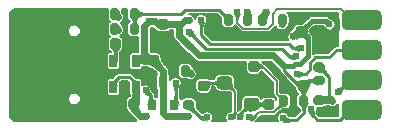
<source format=gbr>
%TF.GenerationSoftware,KiCad,Pcbnew,(5.1.9)-1*%
%TF.CreationDate,2021-05-26T15:31:27+08:00*%
%TF.ProjectId,ST-LINK_ODG,53542d4c-494e-44b5-9f4f-44472e6b6963,rev?*%
%TF.SameCoordinates,Original*%
%TF.FileFunction,Copper,L2,Bot*%
%TF.FilePolarity,Positive*%
%FSLAX46Y46*%
G04 Gerber Fmt 4.6, Leading zero omitted, Abs format (unit mm)*
G04 Created by KiCad (PCBNEW (5.1.9)-1) date 2021-05-26 15:31:27*
%MOMM*%
%LPD*%
G01*
G04 APERTURE LIST*
%TA.AperFunction,ComponentPad*%
%ADD10O,2.100000X1.000000*%
%TD*%
%TA.AperFunction,ComponentPad*%
%ADD11O,1.600000X1.000000*%
%TD*%
%TA.AperFunction,SMDPad,CuDef*%
%ADD12R,0.650000X1.060000*%
%TD*%
%TA.AperFunction,SMDPad,CuDef*%
%ADD13R,0.800000X0.900000*%
%TD*%
%TA.AperFunction,ViaPad*%
%ADD14C,0.604800*%
%TD*%
%TA.AperFunction,Conductor*%
%ADD15C,0.609600*%
%TD*%
%TA.AperFunction,Conductor*%
%ADD16C,0.381000*%
%TD*%
%TA.AperFunction,Conductor*%
%ADD17C,0.254000*%
%TD*%
%TA.AperFunction,Conductor*%
%ADD18C,0.152400*%
%TD*%
%TA.AperFunction,Conductor*%
%ADD19C,0.127000*%
%TD*%
%TA.AperFunction,Conductor*%
%ADD20C,0.100000*%
%TD*%
%TA.AperFunction,Conductor*%
%ADD21C,0.025400*%
%TD*%
G04 APERTURE END LIST*
D10*
%TO.P,J3,S1*%
%TO.N,GND*%
X113772800Y-95121000D03*
X113772800Y-103761000D03*
D11*
X109592800Y-95121000D03*
X109592800Y-103761000D03*
%TD*%
%TO.P,J2,1*%
%TO.N,STLINK_TX*%
%TA.AperFunction,SMDPad,CuDef*%
G36*
G01*
X135891800Y-103676000D02*
X135891800Y-102826000D01*
G75*
G02*
X136316800Y-102401000I425000J0D01*
G01*
X138866800Y-102401000D01*
G75*
G02*
X139291800Y-102826000I0J-425000D01*
G01*
X139291800Y-103676000D01*
G75*
G02*
X138866800Y-104101000I-425000J0D01*
G01*
X136316800Y-104101000D01*
G75*
G02*
X135891800Y-103676000I0J425000D01*
G01*
G37*
%TD.AperFunction*%
%TO.P,J2,2*%
%TO.N,STLINK_RX*%
%TA.AperFunction,SMDPad,CuDef*%
G36*
G01*
X135891800Y-101136000D02*
X135891800Y-100286000D01*
G75*
G02*
X136316800Y-99861000I425000J0D01*
G01*
X138866800Y-99861000D01*
G75*
G02*
X139291800Y-100286000I0J-425000D01*
G01*
X139291800Y-101136000D01*
G75*
G02*
X138866800Y-101561000I-425000J0D01*
G01*
X136316800Y-101561000D01*
G75*
G02*
X135891800Y-101136000I0J425000D01*
G01*
G37*
%TD.AperFunction*%
%TO.P,J2,3*%
%TO.N,T_NRST*%
%TA.AperFunction,SMDPad,CuDef*%
G36*
G01*
X135891800Y-98596000D02*
X135891800Y-97746000D01*
G75*
G02*
X136316800Y-97321000I425000J0D01*
G01*
X138866800Y-97321000D01*
G75*
G02*
X139291800Y-97746000I0J-425000D01*
G01*
X139291800Y-98596000D01*
G75*
G02*
X138866800Y-99021000I-425000J0D01*
G01*
X136316800Y-99021000D01*
G75*
G02*
X135891800Y-98596000I0J425000D01*
G01*
G37*
%TD.AperFunction*%
%TO.P,J2,4*%
%TO.N,T_SWO*%
%TA.AperFunction,SMDPad,CuDef*%
G36*
G01*
X135891800Y-96056000D02*
X135891800Y-95206000D01*
G75*
G02*
X136316800Y-94781000I425000J0D01*
G01*
X138866800Y-94781000D01*
G75*
G02*
X139291800Y-95206000I0J-425000D01*
G01*
X139291800Y-96056000D01*
G75*
G02*
X138866800Y-96481000I-425000J0D01*
G01*
X136316800Y-96481000D01*
G75*
G02*
X135891800Y-96056000I0J425000D01*
G01*
G37*
%TD.AperFunction*%
%TD*%
%TO.P,Y1,4*%
%TO.N,GND*%
%TA.AperFunction,SMDPad,CuDef*%
G36*
G01*
X125327000Y-103029000D02*
X125327000Y-102479000D01*
G75*
G02*
X125602000Y-102204000I275000J0D01*
G01*
X126352000Y-102204000D01*
G75*
G02*
X126627000Y-102479000I0J-275000D01*
G01*
X126627000Y-103029000D01*
G75*
G02*
X126352000Y-103304000I-275000J0D01*
G01*
X125602000Y-103304000D01*
G75*
G02*
X125327000Y-103029000I0J275000D01*
G01*
G37*
%TD.AperFunction*%
%TO.P,Y1,2*%
%TA.AperFunction,SMDPad,CuDef*%
G36*
G01*
X127627000Y-101229000D02*
X127627000Y-100679000D01*
G75*
G02*
X127902000Y-100404000I275000J0D01*
G01*
X128652000Y-100404000D01*
G75*
G02*
X128927000Y-100679000I0J-275000D01*
G01*
X128927000Y-101229000D01*
G75*
G02*
X128652000Y-101504000I-275000J0D01*
G01*
X127902000Y-101504000D01*
G75*
G02*
X127627000Y-101229000I0J275000D01*
G01*
G37*
%TD.AperFunction*%
%TO.P,Y1,3*%
%TO.N,OSC_OUT*%
%TA.AperFunction,SMDPad,CuDef*%
G36*
G01*
X127627000Y-103029000D02*
X127627000Y-102479000D01*
G75*
G02*
X127902000Y-102204000I275000J0D01*
G01*
X128652000Y-102204000D01*
G75*
G02*
X128927000Y-102479000I0J-275000D01*
G01*
X128927000Y-103029000D01*
G75*
G02*
X128652000Y-103304000I-275000J0D01*
G01*
X127902000Y-103304000D01*
G75*
G02*
X127627000Y-103029000I0J275000D01*
G01*
G37*
%TD.AperFunction*%
%TO.P,Y1,1*%
%TO.N,OSC_IN*%
%TA.AperFunction,SMDPad,CuDef*%
G36*
G01*
X125327000Y-101229000D02*
X125327000Y-100679000D01*
G75*
G02*
X125602000Y-100404000I275000J0D01*
G01*
X126352000Y-100404000D01*
G75*
G02*
X126627000Y-100679000I0J-275000D01*
G01*
X126627000Y-101229000D01*
G75*
G02*
X126352000Y-101504000I-275000J0D01*
G01*
X125602000Y-101504000D01*
G75*
G02*
X125327000Y-101229000I0J275000D01*
G01*
G37*
%TD.AperFunction*%
%TD*%
%TO.P,C5,1*%
%TO.N,GND*%
%TA.AperFunction,SMDPad,CuDef*%
G36*
G01*
X129467800Y-100781400D02*
X129967800Y-100781400D01*
G75*
G02*
X130192800Y-101006400I0J-225000D01*
G01*
X130192800Y-101456400D01*
G75*
G02*
X129967800Y-101681400I-225000J0D01*
G01*
X129467800Y-101681400D01*
G75*
G02*
X129242800Y-101456400I0J225000D01*
G01*
X129242800Y-101006400D01*
G75*
G02*
X129467800Y-100781400I225000J0D01*
G01*
G37*
%TD.AperFunction*%
%TO.P,C5,2*%
%TO.N,OSC_OUT*%
%TA.AperFunction,SMDPad,CuDef*%
G36*
G01*
X129467800Y-102331400D02*
X129967800Y-102331400D01*
G75*
G02*
X130192800Y-102556400I0J-225000D01*
G01*
X130192800Y-103006400D01*
G75*
G02*
X129967800Y-103231400I-225000J0D01*
G01*
X129467800Y-103231400D01*
G75*
G02*
X129242800Y-103006400I0J225000D01*
G01*
X129242800Y-102556400D01*
G75*
G02*
X129467800Y-102331400I225000J0D01*
G01*
G37*
%TD.AperFunction*%
%TD*%
%TO.P,C7,1*%
%TO.N,+3V3*%
%TA.AperFunction,SMDPad,CuDef*%
G36*
G01*
X133101800Y-100969000D02*
X133101800Y-101469000D01*
G75*
G02*
X132876800Y-101694000I-225000J0D01*
G01*
X132426800Y-101694000D01*
G75*
G02*
X132201800Y-101469000I0J225000D01*
G01*
X132201800Y-100969000D01*
G75*
G02*
X132426800Y-100744000I225000J0D01*
G01*
X132876800Y-100744000D01*
G75*
G02*
X133101800Y-100969000I0J-225000D01*
G01*
G37*
%TD.AperFunction*%
%TO.P,C7,2*%
%TO.N,GND*%
%TA.AperFunction,SMDPad,CuDef*%
G36*
G01*
X131551800Y-100969000D02*
X131551800Y-101469000D01*
G75*
G02*
X131326800Y-101694000I-225000J0D01*
G01*
X130876800Y-101694000D01*
G75*
G02*
X130651800Y-101469000I0J225000D01*
G01*
X130651800Y-100969000D01*
G75*
G02*
X130876800Y-100744000I225000J0D01*
G01*
X131326800Y-100744000D01*
G75*
G02*
X131551800Y-100969000I0J-225000D01*
G01*
G37*
%TD.AperFunction*%
%TD*%
%TO.P,R14,1*%
%TO.N,/STM_RST*%
%TA.AperFunction,SMDPad,CuDef*%
G36*
G01*
X130601000Y-102764000D02*
X130601000Y-102214000D01*
G75*
G02*
X130801000Y-102014000I200000J0D01*
G01*
X131201000Y-102014000D01*
G75*
G02*
X131401000Y-102214000I0J-200000D01*
G01*
X131401000Y-102764000D01*
G75*
G02*
X131201000Y-102964000I-200000J0D01*
G01*
X130801000Y-102964000D01*
G75*
G02*
X130601000Y-102764000I0J200000D01*
G01*
G37*
%TD.AperFunction*%
%TO.P,R14,2*%
%TO.N,+3V3*%
%TA.AperFunction,SMDPad,CuDef*%
G36*
G01*
X132251000Y-102764000D02*
X132251000Y-102214000D01*
G75*
G02*
X132451000Y-102014000I200000J0D01*
G01*
X132851000Y-102014000D01*
G75*
G02*
X133051000Y-102214000I0J-200000D01*
G01*
X133051000Y-102764000D01*
G75*
G02*
X132851000Y-102964000I-200000J0D01*
G01*
X132451000Y-102964000D01*
G75*
G02*
X132251000Y-102764000I0J200000D01*
G01*
G37*
%TD.AperFunction*%
%TD*%
%TO.P,C4,1*%
%TO.N,+3V3*%
%TA.AperFunction,SMDPad,CuDef*%
G36*
G01*
X120527000Y-95549000D02*
X121027000Y-95549000D01*
G75*
G02*
X121252000Y-95774000I0J-225000D01*
G01*
X121252000Y-96224000D01*
G75*
G02*
X121027000Y-96449000I-225000J0D01*
G01*
X120527000Y-96449000D01*
G75*
G02*
X120302000Y-96224000I0J225000D01*
G01*
X120302000Y-95774000D01*
G75*
G02*
X120527000Y-95549000I225000J0D01*
G01*
G37*
%TD.AperFunction*%
%TO.P,C4,2*%
%TO.N,GND*%
%TA.AperFunction,SMDPad,CuDef*%
G36*
G01*
X120527000Y-97099000D02*
X121027000Y-97099000D01*
G75*
G02*
X121252000Y-97324000I0J-225000D01*
G01*
X121252000Y-97774000D01*
G75*
G02*
X121027000Y-97999000I-225000J0D01*
G01*
X120527000Y-97999000D01*
G75*
G02*
X120302000Y-97774000I0J225000D01*
G01*
X120302000Y-97324000D01*
G75*
G02*
X120527000Y-97099000I225000J0D01*
G01*
G37*
%TD.AperFunction*%
%TD*%
D12*
%TO.P,U2,1*%
%TO.N,+5V*%
X118475800Y-101303000D03*
%TO.P,U2,2*%
%TO.N,GND*%
X117525800Y-101303000D03*
%TO.P,U2,3*%
%TO.N,+5V*%
X116575800Y-101303000D03*
%TO.P,U2,4*%
%TO.N,Net-(C9-Pad2)*%
X116575800Y-99103000D03*
%TO.P,U2,5*%
%TO.N,+3V3*%
X118475800Y-99103000D03*
%TD*%
%TO.P,R1,1*%
%TO.N,LED_STLINK*%
%TA.AperFunction,SMDPad,CuDef*%
G36*
G01*
X125902000Y-95906000D02*
X125902000Y-95356000D01*
G75*
G02*
X126102000Y-95156000I200000J0D01*
G01*
X126502000Y-95156000D01*
G75*
G02*
X126702000Y-95356000I0J-200000D01*
G01*
X126702000Y-95906000D01*
G75*
G02*
X126502000Y-96106000I-200000J0D01*
G01*
X126102000Y-96106000D01*
G75*
G02*
X125902000Y-95906000I0J200000D01*
G01*
G37*
%TD.AperFunction*%
%TO.P,R1,2*%
%TO.N,Net-(R1-Pad2)*%
%TA.AperFunction,SMDPad,CuDef*%
G36*
G01*
X127552000Y-95906000D02*
X127552000Y-95356000D01*
G75*
G02*
X127752000Y-95156000I200000J0D01*
G01*
X128152000Y-95156000D01*
G75*
G02*
X128352000Y-95356000I0J-200000D01*
G01*
X128352000Y-95906000D01*
G75*
G02*
X128152000Y-96106000I-200000J0D01*
G01*
X127752000Y-96106000D01*
G75*
G02*
X127552000Y-95906000I0J200000D01*
G01*
G37*
%TD.AperFunction*%
%TD*%
%TO.P,C2,1*%
%TO.N,+5V*%
%TA.AperFunction,SMDPad,CuDef*%
G36*
G01*
X118750800Y-102493000D02*
X118750800Y-102993000D01*
G75*
G02*
X118525800Y-103218000I-225000J0D01*
G01*
X118075800Y-103218000D01*
G75*
G02*
X117850800Y-102993000I0J225000D01*
G01*
X117850800Y-102493000D01*
G75*
G02*
X118075800Y-102268000I225000J0D01*
G01*
X118525800Y-102268000D01*
G75*
G02*
X118750800Y-102493000I0J-225000D01*
G01*
G37*
%TD.AperFunction*%
%TO.P,C2,2*%
%TO.N,GND*%
%TA.AperFunction,SMDPad,CuDef*%
G36*
G01*
X117200800Y-102493000D02*
X117200800Y-102993000D01*
G75*
G02*
X116975800Y-103218000I-225000J0D01*
G01*
X116525800Y-103218000D01*
G75*
G02*
X116300800Y-102993000I0J225000D01*
G01*
X116300800Y-102493000D01*
G75*
G02*
X116525800Y-102268000I225000J0D01*
G01*
X116975800Y-102268000D01*
G75*
G02*
X117200800Y-102493000I0J-225000D01*
G01*
G37*
%TD.AperFunction*%
%TD*%
D13*
%TO.P,Q1,1*%
%TO.N,Net-(Q1-Pad1)*%
X121727000Y-102854000D03*
%TO.P,Q1,2*%
%TO.N,Net-(Q1-Pad2)*%
X119827000Y-102854000D03*
%TO.P,Q1,3*%
%TO.N,+3V3*%
X120777000Y-100854000D03*
%TD*%
%TO.P,R27,1*%
%TO.N,GND*%
%TA.AperFunction,SMDPad,CuDef*%
G36*
G01*
X133710000Y-97581000D02*
X134260000Y-97581000D01*
G75*
G02*
X134460000Y-97781000I0J-200000D01*
G01*
X134460000Y-98181000D01*
G75*
G02*
X134260000Y-98381000I-200000J0D01*
G01*
X133710000Y-98381000D01*
G75*
G02*
X133510000Y-98181000I0J200000D01*
G01*
X133510000Y-97781000D01*
G75*
G02*
X133710000Y-97581000I200000J0D01*
G01*
G37*
%TD.AperFunction*%
%TO.P,R27,2*%
%TO.N,/AIN*%
%TA.AperFunction,SMDPad,CuDef*%
G36*
G01*
X133710000Y-99231000D02*
X134260000Y-99231000D01*
G75*
G02*
X134460000Y-99431000I0J-200000D01*
G01*
X134460000Y-99831000D01*
G75*
G02*
X134260000Y-100031000I-200000J0D01*
G01*
X133710000Y-100031000D01*
G75*
G02*
X133510000Y-99831000I0J200000D01*
G01*
X133510000Y-99431000D01*
G75*
G02*
X133710000Y-99231000I200000J0D01*
G01*
G37*
%TD.AperFunction*%
%TD*%
%TO.P,R25,1*%
%TO.N,Net-(R25-Pad1)*%
%TA.AperFunction,SMDPad,CuDef*%
G36*
G01*
X131273000Y-95356000D02*
X131273000Y-95906000D01*
G75*
G02*
X131073000Y-96106000I-200000J0D01*
G01*
X130673000Y-96106000D01*
G75*
G02*
X130473000Y-95906000I0J200000D01*
G01*
X130473000Y-95356000D01*
G75*
G02*
X130673000Y-95156000I200000J0D01*
G01*
X131073000Y-95156000D01*
G75*
G02*
X131273000Y-95356000I0J-200000D01*
G01*
G37*
%TD.AperFunction*%
%TO.P,R25,2*%
%TO.N,T_JTMS*%
%TA.AperFunction,SMDPad,CuDef*%
G36*
G01*
X129623000Y-95356000D02*
X129623000Y-95906000D01*
G75*
G02*
X129423000Y-96106000I-200000J0D01*
G01*
X129023000Y-96106000D01*
G75*
G02*
X128823000Y-95906000I0J200000D01*
G01*
X128823000Y-95356000D01*
G75*
G02*
X129023000Y-95156000I200000J0D01*
G01*
X129423000Y-95156000D01*
G75*
G02*
X129623000Y-95356000I0J-200000D01*
G01*
G37*
%TD.AperFunction*%
%TD*%
%TO.P,R23,1*%
%TO.N,+3V3*%
%TA.AperFunction,SMDPad,CuDef*%
G36*
G01*
X133710000Y-100375000D02*
X134260000Y-100375000D01*
G75*
G02*
X134460000Y-100575000I0J-200000D01*
G01*
X134460000Y-100975000D01*
G75*
G02*
X134260000Y-101175000I-200000J0D01*
G01*
X133710000Y-101175000D01*
G75*
G02*
X133510000Y-100975000I0J200000D01*
G01*
X133510000Y-100575000D01*
G75*
G02*
X133710000Y-100375000I200000J0D01*
G01*
G37*
%TD.AperFunction*%
%TO.P,R23,2*%
%TO.N,/AIN*%
%TA.AperFunction,SMDPad,CuDef*%
G36*
G01*
X133710000Y-102025000D02*
X134260000Y-102025000D01*
G75*
G02*
X134460000Y-102225000I0J-200000D01*
G01*
X134460000Y-102625000D01*
G75*
G02*
X134260000Y-102825000I-200000J0D01*
G01*
X133710000Y-102825000D01*
G75*
G02*
X133510000Y-102625000I0J200000D01*
G01*
X133510000Y-102225000D01*
G75*
G02*
X133710000Y-102025000I200000J0D01*
G01*
G37*
%TD.AperFunction*%
%TD*%
%TO.P,R6,1*%
%TO.N,Net-(R6-Pad1)*%
%TA.AperFunction,SMDPad,CuDef*%
G36*
G01*
X122269800Y-100224000D02*
X122269800Y-99674000D01*
G75*
G02*
X122469800Y-99474000I200000J0D01*
G01*
X122869800Y-99474000D01*
G75*
G02*
X123069800Y-99674000I0J-200000D01*
G01*
X123069800Y-100224000D01*
G75*
G02*
X122869800Y-100424000I-200000J0D01*
G01*
X122469800Y-100424000D01*
G75*
G02*
X122269800Y-100224000I0J200000D01*
G01*
G37*
%TD.AperFunction*%
%TO.P,R6,2*%
%TO.N,GND*%
%TA.AperFunction,SMDPad,CuDef*%
G36*
G01*
X123919800Y-100224000D02*
X123919800Y-99674000D01*
G75*
G02*
X124119800Y-99474000I200000J0D01*
G01*
X124519800Y-99474000D01*
G75*
G02*
X124719800Y-99674000I0J-200000D01*
G01*
X124719800Y-100224000D01*
G75*
G02*
X124519800Y-100424000I-200000J0D01*
G01*
X124119800Y-100424000D01*
G75*
G02*
X123919800Y-100224000I0J200000D01*
G01*
G37*
%TD.AperFunction*%
%TD*%
%TO.P,R3,1*%
%TO.N,Net-(R3-Pad1)*%
%TA.AperFunction,SMDPad,CuDef*%
G36*
G01*
X123211000Y-103206000D02*
X122661000Y-103206000D01*
G75*
G02*
X122461000Y-103006000I0J200000D01*
G01*
X122461000Y-102606000D01*
G75*
G02*
X122661000Y-102406000I200000J0D01*
G01*
X123211000Y-102406000D01*
G75*
G02*
X123411000Y-102606000I0J-200000D01*
G01*
X123411000Y-103006000D01*
G75*
G02*
X123211000Y-103206000I-200000J0D01*
G01*
G37*
%TD.AperFunction*%
%TO.P,R3,2*%
%TO.N,GND*%
%TA.AperFunction,SMDPad,CuDef*%
G36*
G01*
X123211000Y-101556000D02*
X122661000Y-101556000D01*
G75*
G02*
X122461000Y-101356000I0J200000D01*
G01*
X122461000Y-100956000D01*
G75*
G02*
X122661000Y-100756000I200000J0D01*
G01*
X123211000Y-100756000D01*
G75*
G02*
X123411000Y-100956000I0J-200000D01*
G01*
X123411000Y-101356000D01*
G75*
G02*
X123211000Y-101556000I-200000J0D01*
G01*
G37*
%TD.AperFunction*%
%TD*%
%TO.P,C3,1*%
%TO.N,/STM_RST*%
%TA.AperFunction,SMDPad,CuDef*%
G36*
G01*
X128910800Y-99318000D02*
X128910800Y-99818000D01*
G75*
G02*
X128685800Y-100043000I-225000J0D01*
G01*
X128235800Y-100043000D01*
G75*
G02*
X128010800Y-99818000I0J225000D01*
G01*
X128010800Y-99318000D01*
G75*
G02*
X128235800Y-99093000I225000J0D01*
G01*
X128685800Y-99093000D01*
G75*
G02*
X128910800Y-99318000I0J-225000D01*
G01*
G37*
%TD.AperFunction*%
%TO.P,C3,2*%
%TO.N,GND*%
%TA.AperFunction,SMDPad,CuDef*%
G36*
G01*
X127360800Y-99318000D02*
X127360800Y-99818000D01*
G75*
G02*
X127135800Y-100043000I-225000J0D01*
G01*
X126685800Y-100043000D01*
G75*
G02*
X126460800Y-99818000I0J225000D01*
G01*
X126460800Y-99318000D01*
G75*
G02*
X126685800Y-99093000I225000J0D01*
G01*
X127135800Y-99093000D01*
G75*
G02*
X127360800Y-99318000I0J-225000D01*
G01*
G37*
%TD.AperFunction*%
%TD*%
%TO.P,R5,1*%
%TO.N,Net-(D1-Pad1)*%
%TA.AperFunction,SMDPad,CuDef*%
G36*
G01*
X116300800Y-95398000D02*
X116300800Y-94848000D01*
G75*
G02*
X116500800Y-94648000I200000J0D01*
G01*
X116900800Y-94648000D01*
G75*
G02*
X117100800Y-94848000I0J-200000D01*
G01*
X117100800Y-95398000D01*
G75*
G02*
X116900800Y-95598000I-200000J0D01*
G01*
X116500800Y-95598000D01*
G75*
G02*
X116300800Y-95398000I0J200000D01*
G01*
G37*
%TD.AperFunction*%
%TO.P,R5,2*%
%TO.N,LED_STLINK*%
%TA.AperFunction,SMDPad,CuDef*%
G36*
G01*
X117950800Y-95398000D02*
X117950800Y-94848000D01*
G75*
G02*
X118150800Y-94648000I200000J0D01*
G01*
X118550800Y-94648000D01*
G75*
G02*
X118750800Y-94848000I0J-200000D01*
G01*
X118750800Y-95398000D01*
G75*
G02*
X118550800Y-95598000I-200000J0D01*
G01*
X118150800Y-95598000D01*
G75*
G02*
X117950800Y-95398000I0J200000D01*
G01*
G37*
%TD.AperFunction*%
%TD*%
%TO.P,R4,1*%
%TO.N,Net-(D1-Pad2)*%
%TA.AperFunction,SMDPad,CuDef*%
G36*
G01*
X116300800Y-96668000D02*
X116300800Y-96118000D01*
G75*
G02*
X116500800Y-95918000I200000J0D01*
G01*
X116900800Y-95918000D01*
G75*
G02*
X117100800Y-96118000I0J-200000D01*
G01*
X117100800Y-96668000D01*
G75*
G02*
X116900800Y-96868000I-200000J0D01*
G01*
X116500800Y-96868000D01*
G75*
G02*
X116300800Y-96668000I0J200000D01*
G01*
G37*
%TD.AperFunction*%
%TO.P,R4,2*%
%TO.N,LED_STLINK*%
%TA.AperFunction,SMDPad,CuDef*%
G36*
G01*
X117950800Y-96668000D02*
X117950800Y-96118000D01*
G75*
G02*
X118150800Y-95918000I200000J0D01*
G01*
X118550800Y-95918000D01*
G75*
G02*
X118750800Y-96118000I0J-200000D01*
G01*
X118750800Y-96668000D01*
G75*
G02*
X118550800Y-96868000I-200000J0D01*
G01*
X118150800Y-96868000D01*
G75*
G02*
X117950800Y-96668000I0J200000D01*
G01*
G37*
%TD.AperFunction*%
%TD*%
%TO.P,C11,1*%
%TO.N,+3V3*%
%TA.AperFunction,SMDPad,CuDef*%
G36*
G01*
X131998000Y-96897000D02*
X131998000Y-96397000D01*
G75*
G02*
X132223000Y-96172000I225000J0D01*
G01*
X132673000Y-96172000D01*
G75*
G02*
X132898000Y-96397000I0J-225000D01*
G01*
X132898000Y-96897000D01*
G75*
G02*
X132673000Y-97122000I-225000J0D01*
G01*
X132223000Y-97122000D01*
G75*
G02*
X131998000Y-96897000I0J225000D01*
G01*
G37*
%TD.AperFunction*%
%TO.P,C11,2*%
%TO.N,GND*%
%TA.AperFunction,SMDPad,CuDef*%
G36*
G01*
X133548000Y-96897000D02*
X133548000Y-96397000D01*
G75*
G02*
X133773000Y-96172000I225000J0D01*
G01*
X134223000Y-96172000D01*
G75*
G02*
X134448000Y-96397000I0J-225000D01*
G01*
X134448000Y-96897000D01*
G75*
G02*
X134223000Y-97122000I-225000J0D01*
G01*
X133773000Y-97122000D01*
G75*
G02*
X133548000Y-96897000I0J225000D01*
G01*
G37*
%TD.AperFunction*%
%TD*%
%TO.P,C14,1*%
%TO.N,GND*%
%TA.AperFunction,SMDPad,CuDef*%
G36*
G01*
X124456000Y-103206000D02*
X123956000Y-103206000D01*
G75*
G02*
X123731000Y-102981000I0J225000D01*
G01*
X123731000Y-102531000D01*
G75*
G02*
X123956000Y-102306000I225000J0D01*
G01*
X124456000Y-102306000D01*
G75*
G02*
X124681000Y-102531000I0J-225000D01*
G01*
X124681000Y-102981000D01*
G75*
G02*
X124456000Y-103206000I-225000J0D01*
G01*
G37*
%TD.AperFunction*%
%TO.P,C14,2*%
%TO.N,OSC_IN*%
%TA.AperFunction,SMDPad,CuDef*%
G36*
G01*
X124456000Y-101656000D02*
X123956000Y-101656000D01*
G75*
G02*
X123731000Y-101431000I0J225000D01*
G01*
X123731000Y-100981000D01*
G75*
G02*
X123956000Y-100756000I225000J0D01*
G01*
X124456000Y-100756000D01*
G75*
G02*
X124681000Y-100981000I0J-225000D01*
G01*
X124681000Y-101431000D01*
G75*
G02*
X124456000Y-101656000I-225000J0D01*
G01*
G37*
%TD.AperFunction*%
%TD*%
%TO.P,C13,1*%
%TO.N,GND*%
%TA.AperFunction,SMDPad,CuDef*%
G36*
G01*
X121989000Y-98810000D02*
X121989000Y-99310000D01*
G75*
G02*
X121764000Y-99535000I-225000J0D01*
G01*
X121314000Y-99535000D01*
G75*
G02*
X121089000Y-99310000I0J225000D01*
G01*
X121089000Y-98810000D01*
G75*
G02*
X121314000Y-98585000I225000J0D01*
G01*
X121764000Y-98585000D01*
G75*
G02*
X121989000Y-98810000I0J-225000D01*
G01*
G37*
%TD.AperFunction*%
%TO.P,C13,2*%
%TO.N,+3V3*%
%TA.AperFunction,SMDPad,CuDef*%
G36*
G01*
X120439000Y-98810000D02*
X120439000Y-99310000D01*
G75*
G02*
X120214000Y-99535000I-225000J0D01*
G01*
X119764000Y-99535000D01*
G75*
G02*
X119539000Y-99310000I0J225000D01*
G01*
X119539000Y-98810000D01*
G75*
G02*
X119764000Y-98585000I225000J0D01*
G01*
X120214000Y-98585000D01*
G75*
G02*
X120439000Y-98810000I0J-225000D01*
G01*
G37*
%TD.AperFunction*%
%TD*%
%TO.P,C9,1*%
%TO.N,GND*%
%TA.AperFunction,SMDPad,CuDef*%
G36*
G01*
X118750800Y-97413000D02*
X118750800Y-97913000D01*
G75*
G02*
X118525800Y-98138000I-225000J0D01*
G01*
X118075800Y-98138000D01*
G75*
G02*
X117850800Y-97913000I0J225000D01*
G01*
X117850800Y-97413000D01*
G75*
G02*
X118075800Y-97188000I225000J0D01*
G01*
X118525800Y-97188000D01*
G75*
G02*
X118750800Y-97413000I0J-225000D01*
G01*
G37*
%TD.AperFunction*%
%TO.P,C9,2*%
%TO.N,Net-(C9-Pad2)*%
%TA.AperFunction,SMDPad,CuDef*%
G36*
G01*
X117200800Y-97413000D02*
X117200800Y-97913000D01*
G75*
G02*
X116975800Y-98138000I-225000J0D01*
G01*
X116525800Y-98138000D01*
G75*
G02*
X116300800Y-97913000I0J225000D01*
G01*
X116300800Y-97413000D01*
G75*
G02*
X116525800Y-97188000I225000J0D01*
G01*
X116975800Y-97188000D01*
G75*
G02*
X117200800Y-97413000I0J-225000D01*
G01*
G37*
%TD.AperFunction*%
%TD*%
D14*
%TO.N,Net-(D1-Pad2)*%
X116954300Y-96456500D03*
%TO.N,Net-(D1-Pad1)*%
X116954300Y-95377000D03*
%TO.N,GND*%
X109728000Y-101727000D03*
X109728000Y-99441000D03*
X112141000Y-97155000D03*
X112141000Y-101727000D03*
X109728000Y-97155000D03*
X113207800Y-98171000D03*
X113207800Y-100711000D03*
X115493800Y-100965000D03*
X117525800Y-98552000D03*
X129844800Y-101854000D03*
X125018800Y-101854000D03*
X129844800Y-97028000D03*
X127431800Y-99441000D03*
X127431800Y-101854000D03*
X129844800Y-99441000D03*
X127431800Y-97028000D03*
X125018800Y-97028000D03*
X125018800Y-99441000D03*
X108508800Y-98171000D03*
X108508800Y-96139000D03*
X108508800Y-102743000D03*
X108508800Y-100711000D03*
X110921800Y-96139000D03*
X110921800Y-98171000D03*
X110921800Y-100711000D03*
X110921800Y-102743000D03*
X131953000Y-103378000D03*
X120065800Y-97155000D03*
X135128000Y-103251000D03*
X134065989Y-103425057D03*
%TO.N,+3V3*%
X123113790Y-97917000D03*
X119557800Y-95758000D03*
X122986800Y-95631000D03*
X122859800Y-103759000D03*
X134874000Y-96012000D03*
X131826000Y-97028000D03*
X130936990Y-103939200D03*
%TO.N,OSC_IN*%
X126542800Y-103886000D03*
%TO.N,OSC_OUT*%
X127304800Y-103886006D03*
%TO.N,+5V*%
X119303800Y-103759000D03*
%TO.N,ST_SWCLK*%
X122986800Y-96647000D03*
X132066444Y-98712754D03*
%TO.N,ST_SWDIO*%
X132438694Y-98012135D03*
X124002800Y-95631000D03*
%TO.N,/STM_RST*%
X128066800Y-103886000D03*
%TO.N,T_JTMS*%
X129459714Y-94996000D03*
%TO.N,Net-(Q1-Pad1)*%
X121843800Y-100965000D03*
%TO.N,Net-(Q1-Pad2)*%
X119303800Y-101600000D03*
%TO.N,Net-(R3-Pad1)*%
X124510800Y-103886000D03*
%TO.N,Net-(R6-Pad1)*%
X123113800Y-100203000D03*
%TO.N,/AIN*%
X135128000Y-102489000D03*
%TO.N,Net-(R25-Pad1)*%
X130818498Y-96003502D03*
%TO.N,T_NRST*%
X132094399Y-100200446D03*
%TO.N,STLINK_TX*%
X133341476Y-103204942D03*
%TO.N,STLINK_RX*%
X135562878Y-101722206D03*
%TO.N,T_SWO*%
X127046354Y-94967274D03*
%TO.N,Net-(R1-Pad2)*%
X127889000Y-94996000D03*
%TD*%
D15*
%TO.N,Net-(D1-Pad2)*%
X116764300Y-96456500D02*
X116700800Y-96393000D01*
X116954300Y-96456500D02*
X116764300Y-96456500D01*
%TO.N,Net-(D1-Pad1)*%
X116700800Y-95123500D02*
X116954300Y-95377000D01*
X116700800Y-95123000D02*
X116700800Y-95123500D01*
%TO.N,GND*%
X129844800Y-101358400D02*
X129717800Y-101231400D01*
X129844800Y-101854000D02*
X129844800Y-101358400D01*
D16*
X131101800Y-100698000D02*
X129844800Y-99441000D01*
X131101800Y-100838000D02*
X131101800Y-100698000D01*
X130788852Y-97028000D02*
X130767208Y-97028000D01*
X132668442Y-95148410D02*
X130788852Y-97028000D01*
X135548890Y-95620090D02*
X135077210Y-95148410D01*
X135548890Y-96353110D02*
X135548890Y-95620090D01*
X135244699Y-96657301D02*
X135548890Y-96353110D01*
X134564255Y-96657301D02*
X135244699Y-96657301D01*
X134553954Y-96647000D02*
X134564255Y-96657301D01*
X135077210Y-95148410D02*
X132668442Y-95148410D01*
X133998000Y-96647000D02*
X134553954Y-96647000D01*
X133998000Y-97968000D02*
X133985000Y-97981000D01*
X133998000Y-96647000D02*
X133998000Y-97968000D01*
D15*
X128200800Y-100954000D02*
X128200800Y-100858000D01*
X124131800Y-102754000D02*
X124129800Y-102756000D01*
X125900800Y-102754000D02*
X124131800Y-102754000D01*
X129440400Y-100954000D02*
X129717800Y-101231400D01*
X128200800Y-100954000D02*
X129440400Y-100954000D01*
D16*
X130788852Y-97028000D02*
X129844800Y-97028000D01*
X127431800Y-97028000D02*
X129844800Y-97028000D01*
X125018800Y-97028000D02*
X127431800Y-97028000D01*
X131826000Y-103251000D02*
X131953000Y-103378000D01*
X131826000Y-101689200D02*
X131826000Y-103251000D01*
X131101800Y-100965000D02*
X131826000Y-101689200D01*
D15*
X117525800Y-101968000D02*
X116750800Y-102743000D01*
X117525800Y-101303000D02*
X117525800Y-101968000D01*
X116300800Y-102743000D02*
X115493800Y-101936000D01*
X115493800Y-101936000D02*
X115493800Y-100965000D01*
X116750800Y-102743000D02*
X116300800Y-102743000D01*
X115493800Y-102040000D02*
X115493800Y-101936000D01*
X113772800Y-103761000D02*
X115493800Y-102040000D01*
D17*
X135128000Y-103251000D02*
X134240046Y-103251000D01*
X134240046Y-103251000D02*
X134065989Y-103425057D01*
D15*
X120427900Y-97517100D02*
X120065800Y-97155000D01*
X120631100Y-97517100D02*
X120427900Y-97517100D01*
X120777000Y-97663000D02*
X120631100Y-97517100D01*
X121495790Y-99016790D02*
X120777000Y-98298000D01*
X120777000Y-98298000D02*
X120777000Y-97663000D01*
X123142026Y-99016790D02*
X121495790Y-99016790D01*
X124074236Y-99949000D02*
X123142026Y-99016790D01*
X124319800Y-99949000D02*
X124074236Y-99949000D01*
X117525800Y-98501200D02*
X117525800Y-98552000D01*
X118300800Y-97726200D02*
X117525800Y-98501200D01*
X118300800Y-97663000D02*
X118300800Y-97726200D01*
D16*
%TO.N,+3V3*%
X130683000Y-99187000D02*
X130683000Y-99314000D01*
D15*
X130683000Y-99187000D02*
X131064000Y-99568000D01*
D16*
X132588000Y-96647000D02*
X132588000Y-96520000D01*
X134571601Y-95709601D02*
X134874000Y-96012000D01*
X133398399Y-95709601D02*
X134571601Y-95709601D01*
X132588000Y-96520000D02*
X133398399Y-95709601D01*
D17*
X132701800Y-102489000D02*
X132701800Y-103472916D01*
X132701800Y-103472916D02*
X132060126Y-104114590D01*
X132060126Y-104114590D02*
X131112380Y-104114590D01*
X131112380Y-104114590D02*
X130936990Y-103939200D01*
D15*
X121679000Y-95999000D02*
X120319800Y-95999000D01*
X123400779Y-98203989D02*
X123113790Y-97917000D01*
X130131790Y-98635790D02*
X130683000Y-99187000D01*
X123838672Y-98635790D02*
X130131790Y-98635790D01*
X123457662Y-98254780D02*
X123838672Y-98635790D01*
D17*
X133095800Y-100775000D02*
X132651800Y-101219000D01*
X133985000Y-100775000D02*
X133095800Y-100775000D01*
X131064000Y-99992854D02*
X131064000Y-99568000D01*
D16*
X133083995Y-97269995D02*
X132461000Y-96647000D01*
X131981744Y-99358055D02*
X132416945Y-99358055D01*
X133083995Y-98691005D02*
X133083995Y-97269995D01*
X131771799Y-99568000D02*
X131981744Y-99358055D01*
X132416945Y-99358055D02*
X133083995Y-98691005D01*
X131064000Y-99568000D02*
X131771799Y-99568000D01*
D15*
X119557800Y-95758000D02*
X119208010Y-96107790D01*
X119208010Y-98596210D02*
X119671800Y-99060000D01*
X119208010Y-96107790D02*
X119208010Y-98596210D01*
X118701220Y-99103000D02*
X119208010Y-98596210D01*
X118475800Y-99103000D02*
X118701220Y-99103000D01*
X118518800Y-99060000D02*
X118475800Y-99103000D01*
X119671800Y-99060000D02*
X118518800Y-99060000D01*
X120078800Y-95758000D02*
X120319800Y-95999000D01*
X119557800Y-95758000D02*
X120078800Y-95758000D01*
D17*
X132651000Y-101219800D02*
X132651800Y-101219000D01*
X132651000Y-102489000D02*
X132651000Y-101219800D01*
X132356227Y-100923427D02*
X132651800Y-101219000D01*
X131994573Y-100923427D02*
X132356227Y-100923427D01*
X131994573Y-100923427D02*
X131064000Y-99992854D01*
D15*
X132207000Y-96647000D02*
X131826000Y-97028000D01*
X132588000Y-96647000D02*
X132207000Y-96647000D01*
X120777000Y-99949000D02*
X119888000Y-99060000D01*
X120777000Y-103505000D02*
X120777000Y-99949000D01*
X121033201Y-103761201D02*
X120777000Y-103505000D01*
X122416561Y-103761201D02*
X121033201Y-103761201D01*
X122418762Y-103759000D02*
X122416561Y-103761201D01*
X119888000Y-99060000D02*
X119671800Y-99060000D01*
X122859800Y-103759000D02*
X122418762Y-103759000D01*
X122682000Y-95631000D02*
X122301000Y-96012000D01*
X122986800Y-95631000D02*
X122682000Y-95631000D01*
X122174000Y-96012000D02*
X122161000Y-95999000D01*
X122161000Y-95999000D02*
X121679000Y-95999000D01*
X122174000Y-96977210D02*
X122174000Y-96012000D01*
X123113790Y-97917000D02*
X122174000Y-96977210D01*
D18*
%TO.N,OSC_IN*%
X126100000Y-100954000D02*
X125977000Y-100954000D01*
X126855610Y-101709610D02*
X126100000Y-100954000D01*
X126855610Y-103573190D02*
X126855610Y-101709610D01*
X126542800Y-103886000D02*
X126855610Y-103573190D01*
X124381800Y-100954000D02*
X124129800Y-101206000D01*
X125977000Y-100954000D02*
X124381800Y-100954000D01*
%TO.N,OSC_OUT*%
X128277000Y-102754000D02*
X128132000Y-102754000D01*
X127304800Y-103581200D02*
X127304800Y-103886006D01*
X128132000Y-102754000D02*
X127304800Y-103581200D01*
X129690400Y-102754000D02*
X129717800Y-102781400D01*
X128277000Y-102754000D02*
X129690400Y-102754000D01*
D17*
%TO.N,+5V*%
X116575800Y-100975200D02*
X116575800Y-101303000D01*
X117094000Y-100457000D02*
X116575800Y-100975200D01*
X117933181Y-100457000D02*
X117094000Y-100457000D01*
X118475800Y-100999619D02*
X117933181Y-100457000D01*
X118475800Y-101303000D02*
X118475800Y-100999619D01*
D15*
X118475800Y-102568000D02*
X118300800Y-102743000D01*
X118475800Y-101303000D02*
X118475800Y-102568000D01*
X118841800Y-103759000D02*
X119303800Y-103759000D01*
X118300800Y-103218000D02*
X118841800Y-103759000D01*
X118300800Y-102743000D02*
X118300800Y-103218000D01*
D17*
%TO.N,ST_SWCLK*%
X131478754Y-98712754D02*
X132066444Y-98712754D01*
X130817580Y-98051580D02*
X131478754Y-98712754D01*
X124391380Y-98051580D02*
X130817580Y-98051580D01*
X122986800Y-96647000D02*
X124391380Y-98051580D01*
%TO.N,ST_SWDIO*%
X131445117Y-97635185D02*
X131822067Y-98012135D01*
X131822067Y-98012135D02*
X132438694Y-98012135D01*
X124002800Y-95631000D02*
X124002800Y-96873066D01*
X124764919Y-97635185D02*
X131445117Y-97635185D01*
X124002800Y-96873066D02*
X124764919Y-97635185D01*
%TO.N,Net-(C9-Pad2)*%
X116750800Y-98928000D02*
X116575800Y-99103000D01*
X116750800Y-97663000D02*
X116750800Y-98928000D01*
%TO.N,LED_STLINK*%
X118350800Y-96393000D02*
X118350800Y-95123000D01*
X122269250Y-95123000D02*
X118350800Y-95123000D01*
X122624840Y-94767410D02*
X122269250Y-95123000D01*
X125501410Y-94767410D02*
X122624840Y-94767410D01*
X126479800Y-95745800D02*
X125501410Y-94767410D01*
X126479800Y-95885000D02*
X126479800Y-95745800D01*
D18*
%TO.N,/STM_RST*%
X130423190Y-101860390D02*
X130423190Y-100806790D01*
X131051800Y-102489000D02*
X130423190Y-101860390D01*
X129184400Y-99568000D02*
X128460800Y-99568000D01*
X130423190Y-100806790D02*
X129184400Y-99568000D01*
X128494458Y-103886000D02*
X128920448Y-103460010D01*
X128920448Y-103460010D02*
X130155692Y-103460010D01*
X130155692Y-103460010D02*
X131051800Y-102563902D01*
X128066800Y-103886000D02*
X128494458Y-103886000D01*
D15*
%TO.N,T_JTMS*%
X129223000Y-95232714D02*
X129459714Y-94996000D01*
X129223000Y-95504000D02*
X129223000Y-95232714D01*
D17*
%TO.N,Net-(Q1-Pad1)*%
X121843800Y-102661000D02*
X121650800Y-102854000D01*
X121843800Y-100965000D02*
X121843800Y-102661000D01*
%TO.N,Net-(Q1-Pad2)*%
X119750800Y-102047000D02*
X119303800Y-101600000D01*
X119750800Y-102854000D02*
X119750800Y-102047000D01*
%TO.N,Net-(R3-Pad1)*%
X123939800Y-103886000D02*
X122859800Y-102806000D01*
X124510800Y-103886000D02*
X123939800Y-103886000D01*
D15*
%TO.N,Net-(R6-Pad1)*%
X122859800Y-99949000D02*
X123113800Y-100203000D01*
X122669800Y-99949000D02*
X122859800Y-99949000D01*
D17*
%TO.N,/AIN*%
X133908800Y-99504000D02*
X134825601Y-100420801D01*
D15*
X134366000Y-102362000D02*
X135001000Y-102362000D01*
D17*
X134825601Y-100420801D02*
X134825601Y-102186601D01*
D15*
X135001000Y-102362000D02*
X135128000Y-102489000D01*
D17*
X134825601Y-102186601D02*
X135128000Y-102489000D01*
D15*
%TO.N,Net-(R25-Pad1)*%
X130818498Y-95558502D02*
X130873000Y-95504000D01*
X130818498Y-96003502D02*
X130818498Y-95558502D01*
D17*
%TO.N,T_NRST*%
X132844554Y-100200446D02*
X132094399Y-100200446D01*
X133230590Y-99814410D02*
X132844554Y-100200446D01*
X133230590Y-99232420D02*
X133230590Y-99814410D01*
X133657010Y-98806000D02*
X133230590Y-99232420D01*
X134874000Y-98806000D02*
X133657010Y-98806000D01*
X135509000Y-98171000D02*
X134874000Y-98806000D01*
X137591800Y-98171000D02*
X135509000Y-98171000D01*
%TO.N,STLINK_TX*%
X133352339Y-103606407D02*
X133352339Y-103253339D01*
X133853817Y-104107885D02*
X133352339Y-103606407D01*
X135795115Y-104107885D02*
X133853817Y-104107885D01*
X136652000Y-103251000D02*
X135795115Y-104107885D01*
X137591800Y-103251000D02*
X136652000Y-103251000D01*
%TO.N,STLINK_RX*%
X135601836Y-101722206D02*
X135562878Y-101722206D01*
X136613042Y-100711000D02*
X135601836Y-101722206D01*
X137668000Y-100711000D02*
X136613042Y-100711000D01*
D18*
%TO.N,T_SWO*%
X127046354Y-95857302D02*
X127046354Y-94967274D01*
X127582052Y-96393000D02*
X127046354Y-95857302D01*
X129693918Y-96393000D02*
X127582052Y-96393000D01*
X130454390Y-94716610D02*
X130073400Y-95097600D01*
X130073400Y-96013518D02*
X129693918Y-96393000D01*
X135864610Y-94716610D02*
X130454390Y-94716610D01*
X130073400Y-95097600D02*
X130073400Y-96013518D01*
X136779000Y-95631000D02*
X135864610Y-94716610D01*
X137591800Y-95631000D02*
X136779000Y-95631000D01*
D15*
%TO.N,Net-(R1-Pad2)*%
X127889000Y-94996000D02*
X127889000Y-95631000D01*
%TD*%
D19*
%TO.N,GND*%
X130332893Y-99573274D02*
X130332898Y-99573278D01*
X130713893Y-99954274D01*
X130721100Y-99960189D01*
X130721100Y-99976019D01*
X130719442Y-99992854D01*
X130721100Y-100009689D01*
X130721100Y-100009696D01*
X130726062Y-100060073D01*
X130745669Y-100124710D01*
X130777510Y-100184280D01*
X130820360Y-100236493D01*
X130833444Y-100247231D01*
X131740196Y-101153984D01*
X131750933Y-101167067D01*
X131803146Y-101209917D01*
X131817430Y-101217552D01*
X131840549Y-101237214D01*
X131841487Y-101238007D01*
X131885298Y-101274839D01*
X131920164Y-101305533D01*
X131947188Y-101332117D01*
X131969672Y-101358242D01*
X131984856Y-101379756D01*
X131984856Y-101469000D01*
X131993348Y-101555219D01*
X132018497Y-101638125D01*
X132059337Y-101714531D01*
X132114298Y-101781502D01*
X132181269Y-101836463D01*
X132229182Y-101862073D01*
X132219358Y-101867324D01*
X132156176Y-101919176D01*
X132104324Y-101982358D01*
X132065794Y-102054442D01*
X132042067Y-102132658D01*
X132034056Y-102214000D01*
X132034056Y-102764000D01*
X132042067Y-102845342D01*
X132065794Y-102923558D01*
X132104324Y-102995642D01*
X132156176Y-103058824D01*
X132219358Y-103110676D01*
X132291442Y-103149206D01*
X132350341Y-103167073D01*
X132356164Y-103211215D01*
X132358901Y-103283131D01*
X132358901Y-103330881D01*
X131918093Y-103771690D01*
X131499352Y-103771690D01*
X131465627Y-103770260D01*
X131448143Y-103767690D01*
X131441167Y-103765715D01*
X131439714Y-103764384D01*
X131433041Y-103756517D01*
X131421677Y-103740315D01*
X131406213Y-103715280D01*
X131402795Y-103709368D01*
X131396302Y-103693693D01*
X131339580Y-103608803D01*
X131267387Y-103536610D01*
X131182497Y-103479888D01*
X131088173Y-103440818D01*
X130988038Y-103420900D01*
X130885942Y-103420900D01*
X130785807Y-103440818D01*
X130691483Y-103479888D01*
X130606593Y-103536610D01*
X130534400Y-103608803D01*
X130477678Y-103693693D01*
X130438608Y-103788017D01*
X130418690Y-103888152D01*
X130418690Y-103990248D01*
X130438608Y-104090383D01*
X130474941Y-104178100D01*
X128595983Y-104178100D01*
X128617299Y-104161743D01*
X128625732Y-104154928D01*
X128650697Y-104133697D01*
X128657525Y-104130047D01*
X128702003Y-104093545D01*
X128711151Y-104082398D01*
X129041440Y-103752110D01*
X130141354Y-103752110D01*
X130155692Y-103753522D01*
X130170030Y-103752110D01*
X130170038Y-103752110D01*
X130212954Y-103747883D01*
X130268015Y-103731181D01*
X130318759Y-103704057D01*
X130363237Y-103667555D01*
X130372385Y-103656408D01*
X130703575Y-103325218D01*
X130766926Y-103267004D01*
X130816654Y-103229639D01*
X130859104Y-103204577D01*
X130899698Y-103186230D01*
X130914698Y-103180944D01*
X131201000Y-103180944D01*
X131282342Y-103172933D01*
X131360558Y-103149206D01*
X131432642Y-103110676D01*
X131495824Y-103058824D01*
X131547676Y-102995642D01*
X131586206Y-102923558D01*
X131609933Y-102845342D01*
X131617944Y-102764000D01*
X131617944Y-102214000D01*
X131609933Y-102132658D01*
X131586206Y-102054442D01*
X131547676Y-101982358D01*
X131495824Y-101919176D01*
X131432642Y-101867324D01*
X131360558Y-101828794D01*
X131282342Y-101805067D01*
X131201000Y-101797056D01*
X130801000Y-101797056D01*
X130792171Y-101797926D01*
X130789206Y-101796406D01*
X130749892Y-101768753D01*
X130715290Y-101737510D01*
X130715290Y-100821136D01*
X130716703Y-100806790D01*
X130711063Y-100749528D01*
X130694361Y-100694467D01*
X130667237Y-100643723D01*
X130639880Y-100610388D01*
X130639879Y-100610387D01*
X130630735Y-100599245D01*
X130619593Y-100590101D01*
X129401093Y-99371602D01*
X129391945Y-99360455D01*
X129347467Y-99323953D01*
X129340893Y-99320439D01*
X129281441Y-99269801D01*
X129272599Y-99262663D01*
X129212649Y-99216817D01*
X129202087Y-99209232D01*
X129144070Y-99170165D01*
X129133339Y-99163389D01*
X129121667Y-99156490D01*
X129916110Y-99156490D01*
X130332893Y-99573274D01*
%TA.AperFunction,Conductor*%
D20*
G36*
X130332893Y-99573274D02*
G01*
X130332898Y-99573278D01*
X130713893Y-99954274D01*
X130721100Y-99960189D01*
X130721100Y-99976019D01*
X130719442Y-99992854D01*
X130721100Y-100009689D01*
X130721100Y-100009696D01*
X130726062Y-100060073D01*
X130745669Y-100124710D01*
X130777510Y-100184280D01*
X130820360Y-100236493D01*
X130833444Y-100247231D01*
X131740196Y-101153984D01*
X131750933Y-101167067D01*
X131803146Y-101209917D01*
X131817430Y-101217552D01*
X131840549Y-101237214D01*
X131841487Y-101238007D01*
X131885298Y-101274839D01*
X131920164Y-101305533D01*
X131947188Y-101332117D01*
X131969672Y-101358242D01*
X131984856Y-101379756D01*
X131984856Y-101469000D01*
X131993348Y-101555219D01*
X132018497Y-101638125D01*
X132059337Y-101714531D01*
X132114298Y-101781502D01*
X132181269Y-101836463D01*
X132229182Y-101862073D01*
X132219358Y-101867324D01*
X132156176Y-101919176D01*
X132104324Y-101982358D01*
X132065794Y-102054442D01*
X132042067Y-102132658D01*
X132034056Y-102214000D01*
X132034056Y-102764000D01*
X132042067Y-102845342D01*
X132065794Y-102923558D01*
X132104324Y-102995642D01*
X132156176Y-103058824D01*
X132219358Y-103110676D01*
X132291442Y-103149206D01*
X132350341Y-103167073D01*
X132356164Y-103211215D01*
X132358901Y-103283131D01*
X132358901Y-103330881D01*
X131918093Y-103771690D01*
X131499352Y-103771690D01*
X131465627Y-103770260D01*
X131448143Y-103767690D01*
X131441167Y-103765715D01*
X131439714Y-103764384D01*
X131433041Y-103756517D01*
X131421677Y-103740315D01*
X131406213Y-103715280D01*
X131402795Y-103709368D01*
X131396302Y-103693693D01*
X131339580Y-103608803D01*
X131267387Y-103536610D01*
X131182497Y-103479888D01*
X131088173Y-103440818D01*
X130988038Y-103420900D01*
X130885942Y-103420900D01*
X130785807Y-103440818D01*
X130691483Y-103479888D01*
X130606593Y-103536610D01*
X130534400Y-103608803D01*
X130477678Y-103693693D01*
X130438608Y-103788017D01*
X130418690Y-103888152D01*
X130418690Y-103990248D01*
X130438608Y-104090383D01*
X130474941Y-104178100D01*
X128595983Y-104178100D01*
X128617299Y-104161743D01*
X128625732Y-104154928D01*
X128650697Y-104133697D01*
X128657525Y-104130047D01*
X128702003Y-104093545D01*
X128711151Y-104082398D01*
X129041440Y-103752110D01*
X130141354Y-103752110D01*
X130155692Y-103753522D01*
X130170030Y-103752110D01*
X130170038Y-103752110D01*
X130212954Y-103747883D01*
X130268015Y-103731181D01*
X130318759Y-103704057D01*
X130363237Y-103667555D01*
X130372385Y-103656408D01*
X130703575Y-103325218D01*
X130766926Y-103267004D01*
X130816654Y-103229639D01*
X130859104Y-103204577D01*
X130899698Y-103186230D01*
X130914698Y-103180944D01*
X131201000Y-103180944D01*
X131282342Y-103172933D01*
X131360558Y-103149206D01*
X131432642Y-103110676D01*
X131495824Y-103058824D01*
X131547676Y-102995642D01*
X131586206Y-102923558D01*
X131609933Y-102845342D01*
X131617944Y-102764000D01*
X131617944Y-102214000D01*
X131609933Y-102132658D01*
X131586206Y-102054442D01*
X131547676Y-101982358D01*
X131495824Y-101919176D01*
X131432642Y-101867324D01*
X131360558Y-101828794D01*
X131282342Y-101805067D01*
X131201000Y-101797056D01*
X130801000Y-101797056D01*
X130792171Y-101797926D01*
X130789206Y-101796406D01*
X130749892Y-101768753D01*
X130715290Y-101737510D01*
X130715290Y-100821136D01*
X130716703Y-100806790D01*
X130711063Y-100749528D01*
X130694361Y-100694467D01*
X130667237Y-100643723D01*
X130639880Y-100610388D01*
X130639879Y-100610387D01*
X130630735Y-100599245D01*
X130619593Y-100590101D01*
X129401093Y-99371602D01*
X129391945Y-99360455D01*
X129347467Y-99323953D01*
X129340893Y-99320439D01*
X129281441Y-99269801D01*
X129272599Y-99262663D01*
X129212649Y-99216817D01*
X129202087Y-99209232D01*
X129144070Y-99170165D01*
X129133339Y-99163389D01*
X129121667Y-99156490D01*
X129916110Y-99156490D01*
X130332893Y-99573274D01*
G37*
%TD.AperFunction*%
D19*
X116091867Y-94766658D02*
X116083856Y-94848000D01*
X116083856Y-95398000D01*
X116091867Y-95479342D01*
X116115594Y-95557558D01*
X116154124Y-95629642D01*
X116205976Y-95692824D01*
X116269158Y-95744676D01*
X116294085Y-95758000D01*
X116269158Y-95771324D01*
X116205976Y-95823176D01*
X116154124Y-95886358D01*
X116115594Y-95958442D01*
X116091867Y-96036658D01*
X116083856Y-96118000D01*
X116083856Y-96668000D01*
X116091867Y-96749342D01*
X116115594Y-96827558D01*
X116154124Y-96899642D01*
X116205976Y-96962824D01*
X116269158Y-97014676D01*
X116303582Y-97033076D01*
X116280269Y-97045537D01*
X116213298Y-97100498D01*
X116158337Y-97167469D01*
X116117497Y-97243875D01*
X116092348Y-97326781D01*
X116083856Y-97413000D01*
X116083856Y-97913000D01*
X116092348Y-97999219D01*
X116117497Y-98082125D01*
X116158337Y-98158531D01*
X116213298Y-98225502D01*
X116280269Y-98280463D01*
X116356675Y-98321303D01*
X116371583Y-98325825D01*
X116383186Y-98356056D01*
X116250800Y-98356056D01*
X116208476Y-98360225D01*
X116167779Y-98372570D01*
X116130272Y-98392618D01*
X116097397Y-98419597D01*
X116070418Y-98452472D01*
X116050370Y-98489979D01*
X116038025Y-98530676D01*
X116033856Y-98573000D01*
X116033856Y-99633000D01*
X116038025Y-99675324D01*
X116050370Y-99716021D01*
X116070418Y-99753528D01*
X116097397Y-99786403D01*
X116130272Y-99813382D01*
X116167779Y-99833430D01*
X116208476Y-99845775D01*
X116250800Y-99849944D01*
X116900800Y-99849944D01*
X116943124Y-99845775D01*
X116983821Y-99833430D01*
X117021328Y-99813382D01*
X117054203Y-99786403D01*
X117081182Y-99753528D01*
X117101230Y-99716021D01*
X117113575Y-99675324D01*
X117117744Y-99633000D01*
X117117744Y-99116275D01*
X117120480Y-99087075D01*
X117121221Y-99076253D01*
X117123977Y-99012471D01*
X117124167Y-99000955D01*
X117123589Y-98944120D01*
X117123226Y-98933608D01*
X117120116Y-98880863D01*
X117119545Y-98873391D01*
X117117744Y-98854207D01*
X117117744Y-98573000D01*
X117113575Y-98530676D01*
X117101230Y-98489979D01*
X117096658Y-98481426D01*
X117097137Y-98469163D01*
X117105620Y-98405866D01*
X117117579Y-98358228D01*
X117130016Y-98325826D01*
X117144925Y-98321303D01*
X117221331Y-98280463D01*
X117288302Y-98225502D01*
X117343263Y-98158531D01*
X117384103Y-98082125D01*
X117409252Y-97999219D01*
X117417744Y-97913000D01*
X117417744Y-97413000D01*
X117409252Y-97326781D01*
X117384103Y-97243875D01*
X117343263Y-97167469D01*
X117288302Y-97100498D01*
X117221331Y-97045537D01*
X117144925Y-97004697D01*
X117144689Y-97004625D01*
X117195624Y-96962824D01*
X117247476Y-96899642D01*
X117257137Y-96881568D01*
X117283781Y-96859702D01*
X117284697Y-96859090D01*
X117285476Y-96858311D01*
X117324272Y-96826472D01*
X117356111Y-96787676D01*
X117356890Y-96786897D01*
X117357502Y-96785981D01*
X117389341Y-96747185D01*
X117412996Y-96702929D01*
X117413612Y-96702007D01*
X117414036Y-96700982D01*
X117437691Y-96656727D01*
X117452257Y-96608709D01*
X117452682Y-96607683D01*
X117452899Y-96606594D01*
X117467465Y-96558575D01*
X117472384Y-96508634D01*
X117472600Y-96507548D01*
X117472600Y-96506441D01*
X117477519Y-96456500D01*
X117472600Y-96406559D01*
X117472600Y-96405452D01*
X117472384Y-96404366D01*
X117467465Y-96354425D01*
X117452899Y-96306406D01*
X117452682Y-96305317D01*
X117452257Y-96304291D01*
X117437691Y-96256273D01*
X117414036Y-96212018D01*
X117413612Y-96210993D01*
X117412996Y-96210071D01*
X117389341Y-96165815D01*
X117357502Y-96127019D01*
X117356890Y-96126103D01*
X117356111Y-96125324D01*
X117324272Y-96086528D01*
X117313798Y-96077932D01*
X117309733Y-96036658D01*
X117286006Y-95958442D01*
X117247476Y-95886358D01*
X117204322Y-95833774D01*
X117244984Y-95812040D01*
X117283769Y-95780210D01*
X117284697Y-95779590D01*
X117285486Y-95778801D01*
X117324271Y-95746971D01*
X117356101Y-95708186D01*
X117356890Y-95707397D01*
X117357510Y-95706469D01*
X117389340Y-95667684D01*
X117412990Y-95623439D01*
X117413612Y-95622507D01*
X117414041Y-95621472D01*
X117437690Y-95577227D01*
X117452255Y-95529213D01*
X117452682Y-95528183D01*
X117452900Y-95527090D01*
X117467465Y-95479075D01*
X117472384Y-95429134D01*
X117472600Y-95428048D01*
X117472600Y-95426941D01*
X117477519Y-95376999D01*
X117472600Y-95327058D01*
X117472600Y-95325952D01*
X117472384Y-95324867D01*
X117467465Y-95274924D01*
X117452899Y-95226908D01*
X117452682Y-95225817D01*
X117452256Y-95224789D01*
X117437690Y-95176772D01*
X117414040Y-95132526D01*
X117413612Y-95131493D01*
X117412991Y-95130563D01*
X117389340Y-95086316D01*
X117357509Y-95047530D01*
X117356890Y-95046603D01*
X117356102Y-95045815D01*
X117340574Y-95026894D01*
X117317744Y-95004064D01*
X117317744Y-94848000D01*
X117309733Y-94766658D01*
X117290695Y-94703900D01*
X117760905Y-94703900D01*
X117741867Y-94766658D01*
X117733856Y-94848000D01*
X117733856Y-95398000D01*
X117741867Y-95479342D01*
X117765594Y-95557558D01*
X117804124Y-95629642D01*
X117855976Y-95692824D01*
X117919158Y-95744676D01*
X117944085Y-95758000D01*
X117919158Y-95771324D01*
X117855976Y-95823176D01*
X117804124Y-95886358D01*
X117765594Y-95958442D01*
X117741867Y-96036658D01*
X117733856Y-96118000D01*
X117733856Y-96668000D01*
X117741867Y-96749342D01*
X117765594Y-96827558D01*
X117804124Y-96899642D01*
X117855976Y-96962824D01*
X117919158Y-97014676D01*
X117991242Y-97053206D01*
X118069458Y-97076933D01*
X118150800Y-97084944D01*
X118550800Y-97084944D01*
X118632142Y-97076933D01*
X118687310Y-97060198D01*
X118687311Y-98356056D01*
X118150800Y-98356056D01*
X118108476Y-98360225D01*
X118067779Y-98372570D01*
X118030272Y-98392618D01*
X117997397Y-98419597D01*
X117970418Y-98452472D01*
X117950370Y-98489979D01*
X117938025Y-98530676D01*
X117933856Y-98573000D01*
X117933856Y-99633000D01*
X117938025Y-99675324D01*
X117950370Y-99716021D01*
X117970418Y-99753528D01*
X117997397Y-99786403D01*
X118030272Y-99813382D01*
X118067779Y-99833430D01*
X118108476Y-99845775D01*
X118150800Y-99849944D01*
X118800800Y-99849944D01*
X118843124Y-99845775D01*
X118883821Y-99833430D01*
X118921328Y-99813382D01*
X118954203Y-99786403D01*
X118981182Y-99753528D01*
X119001230Y-99716021D01*
X119013575Y-99675324D01*
X119017744Y-99633000D01*
X119017744Y-99580700D01*
X119243224Y-99580700D01*
X119270453Y-99580750D01*
X119345524Y-99581865D01*
X119409594Y-99584499D01*
X119421095Y-99585455D01*
X119451498Y-99622502D01*
X119518469Y-99677463D01*
X119594875Y-99718303D01*
X119677781Y-99743452D01*
X119764000Y-99751944D01*
X119827690Y-99751944D01*
X119836146Y-99758498D01*
X119875974Y-99792054D01*
X119918395Y-99830341D01*
X119965337Y-99874907D01*
X120018465Y-99926993D01*
X120061402Y-99969782D01*
X120147595Y-100055976D01*
X120149065Y-100057447D01*
X120149072Y-100057453D01*
X120256301Y-100164682D01*
X120256301Y-100223758D01*
X120223597Y-100250597D01*
X120196618Y-100283472D01*
X120176570Y-100320979D01*
X120164225Y-100361676D01*
X120160056Y-100404000D01*
X120160056Y-101304000D01*
X120164225Y-101346324D01*
X120176570Y-101387021D01*
X120196618Y-101424528D01*
X120223597Y-101457403D01*
X120256301Y-101484241D01*
X120256300Y-102189942D01*
X120227000Y-102187056D01*
X120105609Y-102187056D01*
X120102896Y-102176659D01*
X120096424Y-102129251D01*
X120093814Y-102062678D01*
X120095358Y-102046999D01*
X120093700Y-102030164D01*
X120093700Y-102030157D01*
X120088940Y-101981826D01*
X120088738Y-101979779D01*
X120075310Y-101935513D01*
X120069131Y-101915143D01*
X120037290Y-101855573D01*
X119994440Y-101803360D01*
X119981357Y-101792623D01*
X119974088Y-101785355D01*
X119933448Y-101742673D01*
X119905430Y-101709464D01*
X119886159Y-101682801D01*
X119872722Y-101660360D01*
X119862148Y-101638555D01*
X119852152Y-101613183D01*
X119841331Y-101580819D01*
X119828709Y-101539778D01*
X119828619Y-101539486D01*
X119813715Y-101491268D01*
X119812374Y-101487081D01*
X119805923Y-101467624D01*
X119802182Y-101448817D01*
X119763112Y-101354493D01*
X119706390Y-101269603D01*
X119634197Y-101197410D01*
X119549307Y-101140688D01*
X119454983Y-101101618D01*
X119354848Y-101081700D01*
X119252752Y-101081700D01*
X119152617Y-101101618D01*
X119058293Y-101140688D01*
X119017744Y-101167782D01*
X119017744Y-100773000D01*
X119013575Y-100730676D01*
X119001230Y-100689979D01*
X118981182Y-100652472D01*
X118954203Y-100619597D01*
X118921328Y-100592618D01*
X118883821Y-100572570D01*
X118843124Y-100560225D01*
X118800800Y-100556056D01*
X118518508Y-100556056D01*
X118466251Y-100505136D01*
X118187562Y-100226448D01*
X118176821Y-100213360D01*
X118124608Y-100170510D01*
X118065038Y-100138669D01*
X118000401Y-100119062D01*
X117950024Y-100114100D01*
X117950016Y-100114100D01*
X117933181Y-100112442D01*
X117916346Y-100114100D01*
X117110834Y-100114100D01*
X117093999Y-100112442D01*
X117077164Y-100114100D01*
X117077157Y-100114100D01*
X117033463Y-100118404D01*
X117026779Y-100119062D01*
X117008161Y-100124710D01*
X116962143Y-100138669D01*
X116902573Y-100170510D01*
X116850360Y-100213360D01*
X116839623Y-100226443D01*
X116565549Y-100500518D01*
X116508770Y-100556056D01*
X116250800Y-100556056D01*
X116208476Y-100560225D01*
X116167779Y-100572570D01*
X116130272Y-100592618D01*
X116097397Y-100619597D01*
X116070418Y-100652472D01*
X116050370Y-100689979D01*
X116038025Y-100730676D01*
X116033856Y-100773000D01*
X116033856Y-101833000D01*
X116038025Y-101875324D01*
X116050370Y-101916021D01*
X116070418Y-101953528D01*
X116097397Y-101986403D01*
X116130272Y-102013382D01*
X116167779Y-102033430D01*
X116208476Y-102045775D01*
X116250800Y-102049944D01*
X116900800Y-102049944D01*
X116943124Y-102045775D01*
X116983821Y-102033430D01*
X117021328Y-102013382D01*
X117054203Y-101986403D01*
X117081182Y-101953528D01*
X117101230Y-101916021D01*
X117113575Y-101875324D01*
X117117744Y-101833000D01*
X117117744Y-100918190D01*
X117236034Y-100799900D01*
X117791148Y-100799900D01*
X117933856Y-100942608D01*
X117933856Y-101833000D01*
X117938025Y-101875324D01*
X117950370Y-101916021D01*
X117954613Y-101923960D01*
X117954333Y-101951070D01*
X117951841Y-102013322D01*
X117947455Y-102064587D01*
X117946233Y-102072697D01*
X117906675Y-102084697D01*
X117830269Y-102125537D01*
X117763298Y-102180498D01*
X117708337Y-102247469D01*
X117667497Y-102323875D01*
X117642348Y-102406781D01*
X117633856Y-102493000D01*
X117633856Y-102993000D01*
X117642348Y-103079219D01*
X117667497Y-103162125D01*
X117708337Y-103238531D01*
X117763298Y-103305502D01*
X117789816Y-103327264D01*
X117815763Y-103412798D01*
X117817410Y-103418227D01*
X117865760Y-103508685D01*
X117930829Y-103587972D01*
X117950698Y-103604278D01*
X118455522Y-104109103D01*
X118471828Y-104128972D01*
X118531691Y-104178100D01*
X108155534Y-104178100D01*
X107848400Y-103870967D01*
X107848400Y-102277726D01*
X112731900Y-102277726D01*
X112731900Y-102384274D01*
X112752687Y-102488775D01*
X112793461Y-102587212D01*
X112852656Y-102675804D01*
X112927996Y-102751144D01*
X113016588Y-102810339D01*
X113115025Y-102851113D01*
X113219526Y-102871900D01*
X113326074Y-102871900D01*
X113430575Y-102851113D01*
X113529012Y-102810339D01*
X113617604Y-102751144D01*
X113692944Y-102675804D01*
X113752139Y-102587212D01*
X113792913Y-102488775D01*
X113813700Y-102384274D01*
X113813700Y-102277726D01*
X113792913Y-102173225D01*
X113752139Y-102074788D01*
X113692944Y-101986196D01*
X113617604Y-101910856D01*
X113529012Y-101851661D01*
X113430575Y-101810887D01*
X113326074Y-101790100D01*
X113219526Y-101790100D01*
X113115025Y-101810887D01*
X113016588Y-101851661D01*
X112927996Y-101910856D01*
X112852656Y-101986196D01*
X112793461Y-102074788D01*
X112752687Y-102173225D01*
X112731900Y-102277726D01*
X107848400Y-102277726D01*
X107848400Y-96497726D01*
X112731900Y-96497726D01*
X112731900Y-96604274D01*
X112752687Y-96708775D01*
X112793461Y-96807212D01*
X112852656Y-96895804D01*
X112927996Y-96971144D01*
X113016588Y-97030339D01*
X113115025Y-97071113D01*
X113219526Y-97091900D01*
X113326074Y-97091900D01*
X113430575Y-97071113D01*
X113529012Y-97030339D01*
X113617604Y-96971144D01*
X113692944Y-96895804D01*
X113752139Y-96807212D01*
X113792913Y-96708775D01*
X113813700Y-96604274D01*
X113813700Y-96497726D01*
X113792913Y-96393225D01*
X113752139Y-96294788D01*
X113692944Y-96206196D01*
X113617604Y-96130856D01*
X113529012Y-96071661D01*
X113430575Y-96030887D01*
X113326074Y-96010100D01*
X113219526Y-96010100D01*
X113115025Y-96030887D01*
X113016588Y-96071661D01*
X112927996Y-96130856D01*
X112852656Y-96206196D01*
X112793461Y-96294788D01*
X112752687Y-96393225D01*
X112731900Y-96497726D01*
X107848400Y-96497726D01*
X107848400Y-95011033D01*
X108155534Y-94703900D01*
X116110905Y-94703900D01*
X116091867Y-94766658D01*
%TA.AperFunction,Conductor*%
D20*
G36*
X116091867Y-94766658D02*
G01*
X116083856Y-94848000D01*
X116083856Y-95398000D01*
X116091867Y-95479342D01*
X116115594Y-95557558D01*
X116154124Y-95629642D01*
X116205976Y-95692824D01*
X116269158Y-95744676D01*
X116294085Y-95758000D01*
X116269158Y-95771324D01*
X116205976Y-95823176D01*
X116154124Y-95886358D01*
X116115594Y-95958442D01*
X116091867Y-96036658D01*
X116083856Y-96118000D01*
X116083856Y-96668000D01*
X116091867Y-96749342D01*
X116115594Y-96827558D01*
X116154124Y-96899642D01*
X116205976Y-96962824D01*
X116269158Y-97014676D01*
X116303582Y-97033076D01*
X116280269Y-97045537D01*
X116213298Y-97100498D01*
X116158337Y-97167469D01*
X116117497Y-97243875D01*
X116092348Y-97326781D01*
X116083856Y-97413000D01*
X116083856Y-97913000D01*
X116092348Y-97999219D01*
X116117497Y-98082125D01*
X116158337Y-98158531D01*
X116213298Y-98225502D01*
X116280269Y-98280463D01*
X116356675Y-98321303D01*
X116371583Y-98325825D01*
X116383186Y-98356056D01*
X116250800Y-98356056D01*
X116208476Y-98360225D01*
X116167779Y-98372570D01*
X116130272Y-98392618D01*
X116097397Y-98419597D01*
X116070418Y-98452472D01*
X116050370Y-98489979D01*
X116038025Y-98530676D01*
X116033856Y-98573000D01*
X116033856Y-99633000D01*
X116038025Y-99675324D01*
X116050370Y-99716021D01*
X116070418Y-99753528D01*
X116097397Y-99786403D01*
X116130272Y-99813382D01*
X116167779Y-99833430D01*
X116208476Y-99845775D01*
X116250800Y-99849944D01*
X116900800Y-99849944D01*
X116943124Y-99845775D01*
X116983821Y-99833430D01*
X117021328Y-99813382D01*
X117054203Y-99786403D01*
X117081182Y-99753528D01*
X117101230Y-99716021D01*
X117113575Y-99675324D01*
X117117744Y-99633000D01*
X117117744Y-99116275D01*
X117120480Y-99087075D01*
X117121221Y-99076253D01*
X117123977Y-99012471D01*
X117124167Y-99000955D01*
X117123589Y-98944120D01*
X117123226Y-98933608D01*
X117120116Y-98880863D01*
X117119545Y-98873391D01*
X117117744Y-98854207D01*
X117117744Y-98573000D01*
X117113575Y-98530676D01*
X117101230Y-98489979D01*
X117096658Y-98481426D01*
X117097137Y-98469163D01*
X117105620Y-98405866D01*
X117117579Y-98358228D01*
X117130016Y-98325826D01*
X117144925Y-98321303D01*
X117221331Y-98280463D01*
X117288302Y-98225502D01*
X117343263Y-98158531D01*
X117384103Y-98082125D01*
X117409252Y-97999219D01*
X117417744Y-97913000D01*
X117417744Y-97413000D01*
X117409252Y-97326781D01*
X117384103Y-97243875D01*
X117343263Y-97167469D01*
X117288302Y-97100498D01*
X117221331Y-97045537D01*
X117144925Y-97004697D01*
X117144689Y-97004625D01*
X117195624Y-96962824D01*
X117247476Y-96899642D01*
X117257137Y-96881568D01*
X117283781Y-96859702D01*
X117284697Y-96859090D01*
X117285476Y-96858311D01*
X117324272Y-96826472D01*
X117356111Y-96787676D01*
X117356890Y-96786897D01*
X117357502Y-96785981D01*
X117389341Y-96747185D01*
X117412996Y-96702929D01*
X117413612Y-96702007D01*
X117414036Y-96700982D01*
X117437691Y-96656727D01*
X117452257Y-96608709D01*
X117452682Y-96607683D01*
X117452899Y-96606594D01*
X117467465Y-96558575D01*
X117472384Y-96508634D01*
X117472600Y-96507548D01*
X117472600Y-96506441D01*
X117477519Y-96456500D01*
X117472600Y-96406559D01*
X117472600Y-96405452D01*
X117472384Y-96404366D01*
X117467465Y-96354425D01*
X117452899Y-96306406D01*
X117452682Y-96305317D01*
X117452257Y-96304291D01*
X117437691Y-96256273D01*
X117414036Y-96212018D01*
X117413612Y-96210993D01*
X117412996Y-96210071D01*
X117389341Y-96165815D01*
X117357502Y-96127019D01*
X117356890Y-96126103D01*
X117356111Y-96125324D01*
X117324272Y-96086528D01*
X117313798Y-96077932D01*
X117309733Y-96036658D01*
X117286006Y-95958442D01*
X117247476Y-95886358D01*
X117204322Y-95833774D01*
X117244984Y-95812040D01*
X117283769Y-95780210D01*
X117284697Y-95779590D01*
X117285486Y-95778801D01*
X117324271Y-95746971D01*
X117356101Y-95708186D01*
X117356890Y-95707397D01*
X117357510Y-95706469D01*
X117389340Y-95667684D01*
X117412990Y-95623439D01*
X117413612Y-95622507D01*
X117414041Y-95621472D01*
X117437690Y-95577227D01*
X117452255Y-95529213D01*
X117452682Y-95528183D01*
X117452900Y-95527090D01*
X117467465Y-95479075D01*
X117472384Y-95429134D01*
X117472600Y-95428048D01*
X117472600Y-95426941D01*
X117477519Y-95376999D01*
X117472600Y-95327058D01*
X117472600Y-95325952D01*
X117472384Y-95324867D01*
X117467465Y-95274924D01*
X117452899Y-95226908D01*
X117452682Y-95225817D01*
X117452256Y-95224789D01*
X117437690Y-95176772D01*
X117414040Y-95132526D01*
X117413612Y-95131493D01*
X117412991Y-95130563D01*
X117389340Y-95086316D01*
X117357509Y-95047530D01*
X117356890Y-95046603D01*
X117356102Y-95045815D01*
X117340574Y-95026894D01*
X117317744Y-95004064D01*
X117317744Y-94848000D01*
X117309733Y-94766658D01*
X117290695Y-94703900D01*
X117760905Y-94703900D01*
X117741867Y-94766658D01*
X117733856Y-94848000D01*
X117733856Y-95398000D01*
X117741867Y-95479342D01*
X117765594Y-95557558D01*
X117804124Y-95629642D01*
X117855976Y-95692824D01*
X117919158Y-95744676D01*
X117944085Y-95758000D01*
X117919158Y-95771324D01*
X117855976Y-95823176D01*
X117804124Y-95886358D01*
X117765594Y-95958442D01*
X117741867Y-96036658D01*
X117733856Y-96118000D01*
X117733856Y-96668000D01*
X117741867Y-96749342D01*
X117765594Y-96827558D01*
X117804124Y-96899642D01*
X117855976Y-96962824D01*
X117919158Y-97014676D01*
X117991242Y-97053206D01*
X118069458Y-97076933D01*
X118150800Y-97084944D01*
X118550800Y-97084944D01*
X118632142Y-97076933D01*
X118687310Y-97060198D01*
X118687311Y-98356056D01*
X118150800Y-98356056D01*
X118108476Y-98360225D01*
X118067779Y-98372570D01*
X118030272Y-98392618D01*
X117997397Y-98419597D01*
X117970418Y-98452472D01*
X117950370Y-98489979D01*
X117938025Y-98530676D01*
X117933856Y-98573000D01*
X117933856Y-99633000D01*
X117938025Y-99675324D01*
X117950370Y-99716021D01*
X117970418Y-99753528D01*
X117997397Y-99786403D01*
X118030272Y-99813382D01*
X118067779Y-99833430D01*
X118108476Y-99845775D01*
X118150800Y-99849944D01*
X118800800Y-99849944D01*
X118843124Y-99845775D01*
X118883821Y-99833430D01*
X118921328Y-99813382D01*
X118954203Y-99786403D01*
X118981182Y-99753528D01*
X119001230Y-99716021D01*
X119013575Y-99675324D01*
X119017744Y-99633000D01*
X119017744Y-99580700D01*
X119243224Y-99580700D01*
X119270453Y-99580750D01*
X119345524Y-99581865D01*
X119409594Y-99584499D01*
X119421095Y-99585455D01*
X119451498Y-99622502D01*
X119518469Y-99677463D01*
X119594875Y-99718303D01*
X119677781Y-99743452D01*
X119764000Y-99751944D01*
X119827690Y-99751944D01*
X119836146Y-99758498D01*
X119875974Y-99792054D01*
X119918395Y-99830341D01*
X119965337Y-99874907D01*
X120018465Y-99926993D01*
X120061402Y-99969782D01*
X120147595Y-100055976D01*
X120149065Y-100057447D01*
X120149072Y-100057453D01*
X120256301Y-100164682D01*
X120256301Y-100223758D01*
X120223597Y-100250597D01*
X120196618Y-100283472D01*
X120176570Y-100320979D01*
X120164225Y-100361676D01*
X120160056Y-100404000D01*
X120160056Y-101304000D01*
X120164225Y-101346324D01*
X120176570Y-101387021D01*
X120196618Y-101424528D01*
X120223597Y-101457403D01*
X120256301Y-101484241D01*
X120256300Y-102189942D01*
X120227000Y-102187056D01*
X120105609Y-102187056D01*
X120102896Y-102176659D01*
X120096424Y-102129251D01*
X120093814Y-102062678D01*
X120095358Y-102046999D01*
X120093700Y-102030164D01*
X120093700Y-102030157D01*
X120088940Y-101981826D01*
X120088738Y-101979779D01*
X120075310Y-101935513D01*
X120069131Y-101915143D01*
X120037290Y-101855573D01*
X119994440Y-101803360D01*
X119981357Y-101792623D01*
X119974088Y-101785355D01*
X119933448Y-101742673D01*
X119905430Y-101709464D01*
X119886159Y-101682801D01*
X119872722Y-101660360D01*
X119862148Y-101638555D01*
X119852152Y-101613183D01*
X119841331Y-101580819D01*
X119828709Y-101539778D01*
X119828619Y-101539486D01*
X119813715Y-101491268D01*
X119812374Y-101487081D01*
X119805923Y-101467624D01*
X119802182Y-101448817D01*
X119763112Y-101354493D01*
X119706390Y-101269603D01*
X119634197Y-101197410D01*
X119549307Y-101140688D01*
X119454983Y-101101618D01*
X119354848Y-101081700D01*
X119252752Y-101081700D01*
X119152617Y-101101618D01*
X119058293Y-101140688D01*
X119017744Y-101167782D01*
X119017744Y-100773000D01*
X119013575Y-100730676D01*
X119001230Y-100689979D01*
X118981182Y-100652472D01*
X118954203Y-100619597D01*
X118921328Y-100592618D01*
X118883821Y-100572570D01*
X118843124Y-100560225D01*
X118800800Y-100556056D01*
X118518508Y-100556056D01*
X118466251Y-100505136D01*
X118187562Y-100226448D01*
X118176821Y-100213360D01*
X118124608Y-100170510D01*
X118065038Y-100138669D01*
X118000401Y-100119062D01*
X117950024Y-100114100D01*
X117950016Y-100114100D01*
X117933181Y-100112442D01*
X117916346Y-100114100D01*
X117110834Y-100114100D01*
X117093999Y-100112442D01*
X117077164Y-100114100D01*
X117077157Y-100114100D01*
X117033463Y-100118404D01*
X117026779Y-100119062D01*
X117008161Y-100124710D01*
X116962143Y-100138669D01*
X116902573Y-100170510D01*
X116850360Y-100213360D01*
X116839623Y-100226443D01*
X116565549Y-100500518D01*
X116508770Y-100556056D01*
X116250800Y-100556056D01*
X116208476Y-100560225D01*
X116167779Y-100572570D01*
X116130272Y-100592618D01*
X116097397Y-100619597D01*
X116070418Y-100652472D01*
X116050370Y-100689979D01*
X116038025Y-100730676D01*
X116033856Y-100773000D01*
X116033856Y-101833000D01*
X116038025Y-101875324D01*
X116050370Y-101916021D01*
X116070418Y-101953528D01*
X116097397Y-101986403D01*
X116130272Y-102013382D01*
X116167779Y-102033430D01*
X116208476Y-102045775D01*
X116250800Y-102049944D01*
X116900800Y-102049944D01*
X116943124Y-102045775D01*
X116983821Y-102033430D01*
X117021328Y-102013382D01*
X117054203Y-101986403D01*
X117081182Y-101953528D01*
X117101230Y-101916021D01*
X117113575Y-101875324D01*
X117117744Y-101833000D01*
X117117744Y-100918190D01*
X117236034Y-100799900D01*
X117791148Y-100799900D01*
X117933856Y-100942608D01*
X117933856Y-101833000D01*
X117938025Y-101875324D01*
X117950370Y-101916021D01*
X117954613Y-101923960D01*
X117954333Y-101951070D01*
X117951841Y-102013322D01*
X117947455Y-102064587D01*
X117946233Y-102072697D01*
X117906675Y-102084697D01*
X117830269Y-102125537D01*
X117763298Y-102180498D01*
X117708337Y-102247469D01*
X117667497Y-102323875D01*
X117642348Y-102406781D01*
X117633856Y-102493000D01*
X117633856Y-102993000D01*
X117642348Y-103079219D01*
X117667497Y-103162125D01*
X117708337Y-103238531D01*
X117763298Y-103305502D01*
X117789816Y-103327264D01*
X117815763Y-103412798D01*
X117817410Y-103418227D01*
X117865760Y-103508685D01*
X117930829Y-103587972D01*
X117950698Y-103604278D01*
X118455522Y-104109103D01*
X118471828Y-104128972D01*
X118531691Y-104178100D01*
X108155534Y-104178100D01*
X107848400Y-103870967D01*
X107848400Y-102277726D01*
X112731900Y-102277726D01*
X112731900Y-102384274D01*
X112752687Y-102488775D01*
X112793461Y-102587212D01*
X112852656Y-102675804D01*
X112927996Y-102751144D01*
X113016588Y-102810339D01*
X113115025Y-102851113D01*
X113219526Y-102871900D01*
X113326074Y-102871900D01*
X113430575Y-102851113D01*
X113529012Y-102810339D01*
X113617604Y-102751144D01*
X113692944Y-102675804D01*
X113752139Y-102587212D01*
X113792913Y-102488775D01*
X113813700Y-102384274D01*
X113813700Y-102277726D01*
X113792913Y-102173225D01*
X113752139Y-102074788D01*
X113692944Y-101986196D01*
X113617604Y-101910856D01*
X113529012Y-101851661D01*
X113430575Y-101810887D01*
X113326074Y-101790100D01*
X113219526Y-101790100D01*
X113115025Y-101810887D01*
X113016588Y-101851661D01*
X112927996Y-101910856D01*
X112852656Y-101986196D01*
X112793461Y-102074788D01*
X112752687Y-102173225D01*
X112731900Y-102277726D01*
X107848400Y-102277726D01*
X107848400Y-96497726D01*
X112731900Y-96497726D01*
X112731900Y-96604274D01*
X112752687Y-96708775D01*
X112793461Y-96807212D01*
X112852656Y-96895804D01*
X112927996Y-96971144D01*
X113016588Y-97030339D01*
X113115025Y-97071113D01*
X113219526Y-97091900D01*
X113326074Y-97091900D01*
X113430575Y-97071113D01*
X113529012Y-97030339D01*
X113617604Y-96971144D01*
X113692944Y-96895804D01*
X113752139Y-96807212D01*
X113792913Y-96708775D01*
X113813700Y-96604274D01*
X113813700Y-96497726D01*
X113792913Y-96393225D01*
X113752139Y-96294788D01*
X113692944Y-96206196D01*
X113617604Y-96130856D01*
X113529012Y-96071661D01*
X113430575Y-96030887D01*
X113326074Y-96010100D01*
X113219526Y-96010100D01*
X113115025Y-96030887D01*
X113016588Y-96071661D01*
X112927996Y-96130856D01*
X112852656Y-96206196D01*
X112793461Y-96294788D01*
X112752687Y-96393225D01*
X112731900Y-96497726D01*
X107848400Y-96497726D01*
X107848400Y-95011033D01*
X108155534Y-94703900D01*
X116110905Y-94703900D01*
X116091867Y-94766658D01*
G37*
%TD.AperFunction*%
D19*
X119933517Y-96349097D02*
X119949828Y-96368972D01*
X120029115Y-96434041D01*
X120119573Y-96482391D01*
X120183833Y-96501884D01*
X120186836Y-96502795D01*
X120214498Y-96536502D01*
X120281469Y-96591463D01*
X120357875Y-96632303D01*
X120440781Y-96657452D01*
X120527000Y-96665944D01*
X121027000Y-96665944D01*
X121113219Y-96657452D01*
X121196125Y-96632303D01*
X121272531Y-96591463D01*
X121339502Y-96536502D01*
X121353291Y-96519700D01*
X121653300Y-96519700D01*
X121653300Y-96951635D01*
X121650781Y-96977210D01*
X121654904Y-97019064D01*
X121660835Y-97079284D01*
X121690609Y-97177436D01*
X121738959Y-97267895D01*
X121804028Y-97347182D01*
X121823903Y-97363493D01*
X122763683Y-98303274D01*
X122763689Y-98303279D01*
X123050673Y-98590263D01*
X123084644Y-98618142D01*
X123452393Y-98985892D01*
X123468700Y-99005762D01*
X123547987Y-99070831D01*
X123638445Y-99119181D01*
X123736597Y-99148956D01*
X123838672Y-99159009D01*
X123864249Y-99156490D01*
X127825187Y-99156490D01*
X127802348Y-99231781D01*
X127793856Y-99318000D01*
X127793856Y-99818000D01*
X127802348Y-99904219D01*
X127827497Y-99987125D01*
X127868337Y-100063531D01*
X127923298Y-100130502D01*
X127990269Y-100185463D01*
X128066675Y-100226303D01*
X128149581Y-100251452D01*
X128235800Y-100259944D01*
X128685800Y-100259944D01*
X128772019Y-100251452D01*
X128854925Y-100226303D01*
X128931331Y-100185463D01*
X128998302Y-100130502D01*
X129053263Y-100063531D01*
X129094103Y-99987125D01*
X129116523Y-99913214D01*
X130131091Y-100927783D01*
X130131090Y-101846052D01*
X130129678Y-101860390D01*
X130131090Y-101874728D01*
X130131090Y-101874735D01*
X130135317Y-101917651D01*
X130152019Y-101972712D01*
X130179143Y-102023456D01*
X130215645Y-102067935D01*
X130226792Y-102077083D01*
X130282528Y-102132820D01*
X130325699Y-102180904D01*
X130347835Y-102213247D01*
X130358986Y-102236740D01*
X130365218Y-102258399D01*
X130369268Y-102286796D01*
X130371407Y-102327826D01*
X130372458Y-102380457D01*
X130335263Y-102310869D01*
X130280302Y-102243898D01*
X130213331Y-102188937D01*
X130136925Y-102148097D01*
X130054019Y-102122948D01*
X129967800Y-102114456D01*
X129467800Y-102114456D01*
X129381581Y-102122948D01*
X129298675Y-102148097D01*
X129222269Y-102188937D01*
X129155298Y-102243898D01*
X129109292Y-102299957D01*
X129106497Y-102290741D01*
X129061036Y-102205691D01*
X128999857Y-102131143D01*
X128925309Y-102069964D01*
X128840259Y-102024503D01*
X128747974Y-101996509D01*
X128652000Y-101987056D01*
X127902000Y-101987056D01*
X127806026Y-101996509D01*
X127713741Y-102024503D01*
X127628691Y-102069964D01*
X127554143Y-102131143D01*
X127492964Y-102205691D01*
X127447503Y-102290741D01*
X127419509Y-102383026D01*
X127410056Y-102479000D01*
X127410056Y-102970211D01*
X127388314Y-103026737D01*
X127354422Y-103089810D01*
X127302628Y-103162006D01*
X127256300Y-103213071D01*
X127212704Y-103250459D01*
X127167627Y-103285993D01*
X127147710Y-103301016D01*
X127147710Y-101723956D01*
X127149123Y-101709610D01*
X127147259Y-101690680D01*
X127143483Y-101652348D01*
X127126781Y-101597287D01*
X127099657Y-101546543D01*
X127094105Y-101539778D01*
X127072300Y-101513208D01*
X127072299Y-101513207D01*
X127063155Y-101502065D01*
X127052013Y-101492921D01*
X127024455Y-101465363D01*
X126944279Y-101376937D01*
X126893304Y-101305653D01*
X126860321Y-101243683D01*
X126843944Y-101200127D01*
X126843944Y-100679000D01*
X126834491Y-100583026D01*
X126806497Y-100490741D01*
X126761036Y-100405691D01*
X126699857Y-100331143D01*
X126625309Y-100269964D01*
X126540259Y-100224503D01*
X126447974Y-100196509D01*
X126352000Y-100187056D01*
X125602000Y-100187056D01*
X125506026Y-100196509D01*
X125413741Y-100224503D01*
X125328691Y-100269964D01*
X125254143Y-100331143D01*
X125192964Y-100405691D01*
X125147503Y-100490741D01*
X125119509Y-100583026D01*
X125115323Y-100625530D01*
X125066488Y-100642292D01*
X124990622Y-100656131D01*
X124946748Y-100658446D01*
X124925916Y-100657640D01*
X124839732Y-100647084D01*
X124766354Y-100631992D01*
X124702820Y-100614595D01*
X124701531Y-100613537D01*
X124625125Y-100572697D01*
X124542219Y-100547548D01*
X124456000Y-100539056D01*
X124383502Y-100539056D01*
X124369424Y-100537294D01*
X124345407Y-100535641D01*
X124253770Y-100534454D01*
X124230906Y-100535371D01*
X124191433Y-100539056D01*
X123956000Y-100539056D01*
X123869781Y-100547548D01*
X123786875Y-100572697D01*
X123710469Y-100613537D01*
X123643498Y-100668498D01*
X123588537Y-100735469D01*
X123547697Y-100811875D01*
X123522548Y-100894781D01*
X123514056Y-100981000D01*
X123514056Y-101431000D01*
X123522548Y-101517219D01*
X123547697Y-101600125D01*
X123588537Y-101676531D01*
X123643498Y-101743502D01*
X123710469Y-101798463D01*
X123786875Y-101839303D01*
X123869781Y-101864452D01*
X123956000Y-101872944D01*
X124456000Y-101872944D01*
X124542219Y-101864452D01*
X124625125Y-101839303D01*
X124701531Y-101798463D01*
X124768502Y-101743502D01*
X124823463Y-101676531D01*
X124864303Y-101600125D01*
X124889452Y-101517219D01*
X124897944Y-101431000D01*
X124897944Y-101318000D01*
X124904581Y-101305862D01*
X124921675Y-101280349D01*
X124933080Y-101267782D01*
X124941042Y-101261875D01*
X124953750Y-101256159D01*
X124975981Y-101251095D01*
X124990622Y-101251868D01*
X125066488Y-101265707D01*
X125115322Y-101282469D01*
X125119509Y-101324974D01*
X125147503Y-101417259D01*
X125192964Y-101502309D01*
X125254143Y-101576857D01*
X125328691Y-101638036D01*
X125413741Y-101683497D01*
X125506026Y-101711491D01*
X125602000Y-101720944D01*
X125938717Y-101720944D01*
X125964044Y-101724295D01*
X125981611Y-101725892D01*
X126082065Y-101730901D01*
X126093937Y-101731166D01*
X126185150Y-101730693D01*
X126188178Y-101730656D01*
X126268302Y-101729116D01*
X126333369Y-101730394D01*
X126384721Y-101736413D01*
X126429219Y-101748414D01*
X126476619Y-101770386D01*
X126534960Y-101810004D01*
X126563511Y-101835600D01*
X126563510Y-103355169D01*
X126553264Y-103356799D01*
X126507092Y-103363849D01*
X126498372Y-103365364D01*
X126450379Y-103374719D01*
X126432506Y-103379000D01*
X126426877Y-103380604D01*
X126391617Y-103387618D01*
X126297293Y-103426688D01*
X126212403Y-103483410D01*
X126140210Y-103555603D01*
X126083488Y-103640493D01*
X126044418Y-103734817D01*
X126024500Y-103834952D01*
X126024500Y-103937048D01*
X126044418Y-104037183D01*
X126083488Y-104131507D01*
X126114621Y-104178100D01*
X124938979Y-104178100D01*
X124970112Y-104131507D01*
X125009182Y-104037183D01*
X125029100Y-103937048D01*
X125029100Y-103834952D01*
X125009182Y-103734817D01*
X124970112Y-103640493D01*
X124913390Y-103555603D01*
X124841197Y-103483410D01*
X124756307Y-103426688D01*
X124661983Y-103387618D01*
X124561848Y-103367700D01*
X124459752Y-103367700D01*
X124359617Y-103387618D01*
X124265293Y-103426688D01*
X124180403Y-103483410D01*
X124161671Y-103502142D01*
X124160761Y-103502865D01*
X124148572Y-103513310D01*
X124116318Y-103543100D01*
X124081833Y-103543100D01*
X123664206Y-103125473D01*
X123622545Y-103080017D01*
X123620877Y-103077756D01*
X123627944Y-103006000D01*
X123627944Y-102606000D01*
X123619933Y-102524658D01*
X123596206Y-102446442D01*
X123557676Y-102374358D01*
X123505824Y-102311176D01*
X123442642Y-102259324D01*
X123370558Y-102220794D01*
X123292342Y-102197067D01*
X123211000Y-102189056D01*
X122661000Y-102189056D01*
X122579658Y-102197067D01*
X122501442Y-102220794D01*
X122429358Y-102259324D01*
X122366176Y-102311176D01*
X122335715Y-102348293D01*
X122327430Y-102320979D01*
X122307382Y-102283472D01*
X122280403Y-102250597D01*
X122247528Y-102223618D01*
X122210021Y-102203570D01*
X122193106Y-102198439D01*
X122189331Y-102158935D01*
X122186700Y-102067880D01*
X122186700Y-101570027D01*
X122188142Y-101511116D01*
X122191812Y-101467829D01*
X122197043Y-101435333D01*
X122203406Y-101409976D01*
X122211350Y-101387076D01*
X122222227Y-101362054D01*
X122237458Y-101331523D01*
X122257550Y-101293584D01*
X122257694Y-101293312D01*
X122281250Y-101248678D01*
X122283262Y-101244771D01*
X122292460Y-101226449D01*
X122303112Y-101210507D01*
X122342182Y-101116183D01*
X122362100Y-101016048D01*
X122362100Y-100913952D01*
X122342182Y-100813817D01*
X122303112Y-100719493D01*
X122246390Y-100634603D01*
X122174197Y-100562410D01*
X122089307Y-100505688D01*
X121994983Y-100466618D01*
X121894848Y-100446700D01*
X121792752Y-100446700D01*
X121692617Y-100466618D01*
X121598293Y-100505688D01*
X121513403Y-100562410D01*
X121441210Y-100634603D01*
X121393944Y-100705341D01*
X121393944Y-100404000D01*
X121389775Y-100361676D01*
X121377430Y-100320979D01*
X121357382Y-100283472D01*
X121330403Y-100250597D01*
X121297700Y-100223759D01*
X121297700Y-99974575D01*
X121300219Y-99949000D01*
X121290165Y-99846924D01*
X121260391Y-99748772D01*
X121236790Y-99704618D01*
X121220425Y-99674000D01*
X122052856Y-99674000D01*
X122052856Y-100224000D01*
X122060867Y-100305342D01*
X122084594Y-100383558D01*
X122123124Y-100455642D01*
X122174976Y-100518824D01*
X122238158Y-100570676D01*
X122310242Y-100609206D01*
X122388458Y-100632933D01*
X122469800Y-100640944D01*
X122828549Y-100640944D01*
X122867363Y-100661691D01*
X122868293Y-100662312D01*
X122869326Y-100662740D01*
X122913572Y-100686390D01*
X122961589Y-100700956D01*
X122962617Y-100701382D01*
X122963708Y-100701599D01*
X123011724Y-100716165D01*
X123061667Y-100721084D01*
X123062752Y-100721300D01*
X123063858Y-100721300D01*
X123113799Y-100726219D01*
X123163740Y-100721300D01*
X123164848Y-100721300D01*
X123165935Y-100721084D01*
X123215874Y-100716165D01*
X123263888Y-100701600D01*
X123264983Y-100701382D01*
X123266015Y-100700955D01*
X123314027Y-100686390D01*
X123358272Y-100662741D01*
X123359307Y-100662312D01*
X123360239Y-100661690D01*
X123404484Y-100638040D01*
X123443269Y-100606210D01*
X123444197Y-100605590D01*
X123444986Y-100604801D01*
X123483771Y-100572971D01*
X123515601Y-100534186D01*
X123516390Y-100533397D01*
X123517010Y-100532469D01*
X123548840Y-100493684D01*
X123572490Y-100449439D01*
X123573112Y-100448507D01*
X123573541Y-100447472D01*
X123597190Y-100403227D01*
X123611755Y-100355215D01*
X123612182Y-100354183D01*
X123612400Y-100353088D01*
X123626965Y-100305074D01*
X123631884Y-100255135D01*
X123632100Y-100254048D01*
X123632100Y-100252940D01*
X123637019Y-100202999D01*
X123632100Y-100153058D01*
X123632100Y-100151952D01*
X123631884Y-100150867D01*
X123626965Y-100100924D01*
X123612399Y-100052908D01*
X123612182Y-100051817D01*
X123611756Y-100050789D01*
X123597190Y-100002772D01*
X123573540Y-99958526D01*
X123573112Y-99957493D01*
X123572491Y-99956563D01*
X123548840Y-99912316D01*
X123517009Y-99873530D01*
X123516390Y-99872603D01*
X123515602Y-99871815D01*
X123500074Y-99852894D01*
X123282982Y-99635802D01*
X123278733Y-99592658D01*
X123255006Y-99514442D01*
X123216476Y-99442358D01*
X123164624Y-99379176D01*
X123101442Y-99327324D01*
X123029358Y-99288794D01*
X122951142Y-99265067D01*
X122869800Y-99257056D01*
X122469800Y-99257056D01*
X122388458Y-99265067D01*
X122310242Y-99288794D01*
X122238158Y-99327324D01*
X122174976Y-99379176D01*
X122123124Y-99442358D01*
X122084594Y-99514442D01*
X122060867Y-99592658D01*
X122052856Y-99674000D01*
X121220425Y-99674000D01*
X121212041Y-99658315D01*
X121146972Y-99579028D01*
X121127103Y-99562722D01*
X120886033Y-99321652D01*
X120831587Y-99266646D01*
X120786385Y-99219339D01*
X120749780Y-99178586D01*
X120721411Y-99143843D01*
X120700270Y-99114198D01*
X120684809Y-99088226D01*
X120673101Y-99063498D01*
X120663526Y-99036785D01*
X120655944Y-99007437D01*
X120655944Y-98810000D01*
X120647452Y-98723781D01*
X120622303Y-98640875D01*
X120581463Y-98564469D01*
X120526502Y-98497498D01*
X120459531Y-98442537D01*
X120383125Y-98401697D01*
X120300219Y-98376548D01*
X120214000Y-98368056D01*
X119764000Y-98368056D01*
X119734550Y-98370957D01*
X119728710Y-98366915D01*
X119728710Y-96323470D01*
X119773480Y-96278700D01*
X119863120Y-96278700D01*
X119933517Y-96349097D01*
%TA.AperFunction,Conductor*%
D20*
G36*
X119933517Y-96349097D02*
G01*
X119949828Y-96368972D01*
X120029115Y-96434041D01*
X120119573Y-96482391D01*
X120183833Y-96501884D01*
X120186836Y-96502795D01*
X120214498Y-96536502D01*
X120281469Y-96591463D01*
X120357875Y-96632303D01*
X120440781Y-96657452D01*
X120527000Y-96665944D01*
X121027000Y-96665944D01*
X121113219Y-96657452D01*
X121196125Y-96632303D01*
X121272531Y-96591463D01*
X121339502Y-96536502D01*
X121353291Y-96519700D01*
X121653300Y-96519700D01*
X121653300Y-96951635D01*
X121650781Y-96977210D01*
X121654904Y-97019064D01*
X121660835Y-97079284D01*
X121690609Y-97177436D01*
X121738959Y-97267895D01*
X121804028Y-97347182D01*
X121823903Y-97363493D01*
X122763683Y-98303274D01*
X122763689Y-98303279D01*
X123050673Y-98590263D01*
X123084644Y-98618142D01*
X123452393Y-98985892D01*
X123468700Y-99005762D01*
X123547987Y-99070831D01*
X123638445Y-99119181D01*
X123736597Y-99148956D01*
X123838672Y-99159009D01*
X123864249Y-99156490D01*
X127825187Y-99156490D01*
X127802348Y-99231781D01*
X127793856Y-99318000D01*
X127793856Y-99818000D01*
X127802348Y-99904219D01*
X127827497Y-99987125D01*
X127868337Y-100063531D01*
X127923298Y-100130502D01*
X127990269Y-100185463D01*
X128066675Y-100226303D01*
X128149581Y-100251452D01*
X128235800Y-100259944D01*
X128685800Y-100259944D01*
X128772019Y-100251452D01*
X128854925Y-100226303D01*
X128931331Y-100185463D01*
X128998302Y-100130502D01*
X129053263Y-100063531D01*
X129094103Y-99987125D01*
X129116523Y-99913214D01*
X130131091Y-100927783D01*
X130131090Y-101846052D01*
X130129678Y-101860390D01*
X130131090Y-101874728D01*
X130131090Y-101874735D01*
X130135317Y-101917651D01*
X130152019Y-101972712D01*
X130179143Y-102023456D01*
X130215645Y-102067935D01*
X130226792Y-102077083D01*
X130282528Y-102132820D01*
X130325699Y-102180904D01*
X130347835Y-102213247D01*
X130358986Y-102236740D01*
X130365218Y-102258399D01*
X130369268Y-102286796D01*
X130371407Y-102327826D01*
X130372458Y-102380457D01*
X130335263Y-102310869D01*
X130280302Y-102243898D01*
X130213331Y-102188937D01*
X130136925Y-102148097D01*
X130054019Y-102122948D01*
X129967800Y-102114456D01*
X129467800Y-102114456D01*
X129381581Y-102122948D01*
X129298675Y-102148097D01*
X129222269Y-102188937D01*
X129155298Y-102243898D01*
X129109292Y-102299957D01*
X129106497Y-102290741D01*
X129061036Y-102205691D01*
X128999857Y-102131143D01*
X128925309Y-102069964D01*
X128840259Y-102024503D01*
X128747974Y-101996509D01*
X128652000Y-101987056D01*
X127902000Y-101987056D01*
X127806026Y-101996509D01*
X127713741Y-102024503D01*
X127628691Y-102069964D01*
X127554143Y-102131143D01*
X127492964Y-102205691D01*
X127447503Y-102290741D01*
X127419509Y-102383026D01*
X127410056Y-102479000D01*
X127410056Y-102970211D01*
X127388314Y-103026737D01*
X127354422Y-103089810D01*
X127302628Y-103162006D01*
X127256300Y-103213071D01*
X127212704Y-103250459D01*
X127167627Y-103285993D01*
X127147710Y-103301016D01*
X127147710Y-101723956D01*
X127149123Y-101709610D01*
X127147259Y-101690680D01*
X127143483Y-101652348D01*
X127126781Y-101597287D01*
X127099657Y-101546543D01*
X127094105Y-101539778D01*
X127072300Y-101513208D01*
X127072299Y-101513207D01*
X127063155Y-101502065D01*
X127052013Y-101492921D01*
X127024455Y-101465363D01*
X126944279Y-101376937D01*
X126893304Y-101305653D01*
X126860321Y-101243683D01*
X126843944Y-101200127D01*
X126843944Y-100679000D01*
X126834491Y-100583026D01*
X126806497Y-100490741D01*
X126761036Y-100405691D01*
X126699857Y-100331143D01*
X126625309Y-100269964D01*
X126540259Y-100224503D01*
X126447974Y-100196509D01*
X126352000Y-100187056D01*
X125602000Y-100187056D01*
X125506026Y-100196509D01*
X125413741Y-100224503D01*
X125328691Y-100269964D01*
X125254143Y-100331143D01*
X125192964Y-100405691D01*
X125147503Y-100490741D01*
X125119509Y-100583026D01*
X125115323Y-100625530D01*
X125066488Y-100642292D01*
X124990622Y-100656131D01*
X124946748Y-100658446D01*
X124925916Y-100657640D01*
X124839732Y-100647084D01*
X124766354Y-100631992D01*
X124702820Y-100614595D01*
X124701531Y-100613537D01*
X124625125Y-100572697D01*
X124542219Y-100547548D01*
X124456000Y-100539056D01*
X124383502Y-100539056D01*
X124369424Y-100537294D01*
X124345407Y-100535641D01*
X124253770Y-100534454D01*
X124230906Y-100535371D01*
X124191433Y-100539056D01*
X123956000Y-100539056D01*
X123869781Y-100547548D01*
X123786875Y-100572697D01*
X123710469Y-100613537D01*
X123643498Y-100668498D01*
X123588537Y-100735469D01*
X123547697Y-100811875D01*
X123522548Y-100894781D01*
X123514056Y-100981000D01*
X123514056Y-101431000D01*
X123522548Y-101517219D01*
X123547697Y-101600125D01*
X123588537Y-101676531D01*
X123643498Y-101743502D01*
X123710469Y-101798463D01*
X123786875Y-101839303D01*
X123869781Y-101864452D01*
X123956000Y-101872944D01*
X124456000Y-101872944D01*
X124542219Y-101864452D01*
X124625125Y-101839303D01*
X124701531Y-101798463D01*
X124768502Y-101743502D01*
X124823463Y-101676531D01*
X124864303Y-101600125D01*
X124889452Y-101517219D01*
X124897944Y-101431000D01*
X124897944Y-101318000D01*
X124904581Y-101305862D01*
X124921675Y-101280349D01*
X124933080Y-101267782D01*
X124941042Y-101261875D01*
X124953750Y-101256159D01*
X124975981Y-101251095D01*
X124990622Y-101251868D01*
X125066488Y-101265707D01*
X125115322Y-101282469D01*
X125119509Y-101324974D01*
X125147503Y-101417259D01*
X125192964Y-101502309D01*
X125254143Y-101576857D01*
X125328691Y-101638036D01*
X125413741Y-101683497D01*
X125506026Y-101711491D01*
X125602000Y-101720944D01*
X125938717Y-101720944D01*
X125964044Y-101724295D01*
X125981611Y-101725892D01*
X126082065Y-101730901D01*
X126093937Y-101731166D01*
X126185150Y-101730693D01*
X126188178Y-101730656D01*
X126268302Y-101729116D01*
X126333369Y-101730394D01*
X126384721Y-101736413D01*
X126429219Y-101748414D01*
X126476619Y-101770386D01*
X126534960Y-101810004D01*
X126563511Y-101835600D01*
X126563510Y-103355169D01*
X126553264Y-103356799D01*
X126507092Y-103363849D01*
X126498372Y-103365364D01*
X126450379Y-103374719D01*
X126432506Y-103379000D01*
X126426877Y-103380604D01*
X126391617Y-103387618D01*
X126297293Y-103426688D01*
X126212403Y-103483410D01*
X126140210Y-103555603D01*
X126083488Y-103640493D01*
X126044418Y-103734817D01*
X126024500Y-103834952D01*
X126024500Y-103937048D01*
X126044418Y-104037183D01*
X126083488Y-104131507D01*
X126114621Y-104178100D01*
X124938979Y-104178100D01*
X124970112Y-104131507D01*
X125009182Y-104037183D01*
X125029100Y-103937048D01*
X125029100Y-103834952D01*
X125009182Y-103734817D01*
X124970112Y-103640493D01*
X124913390Y-103555603D01*
X124841197Y-103483410D01*
X124756307Y-103426688D01*
X124661983Y-103387618D01*
X124561848Y-103367700D01*
X124459752Y-103367700D01*
X124359617Y-103387618D01*
X124265293Y-103426688D01*
X124180403Y-103483410D01*
X124161671Y-103502142D01*
X124160761Y-103502865D01*
X124148572Y-103513310D01*
X124116318Y-103543100D01*
X124081833Y-103543100D01*
X123664206Y-103125473D01*
X123622545Y-103080017D01*
X123620877Y-103077756D01*
X123627944Y-103006000D01*
X123627944Y-102606000D01*
X123619933Y-102524658D01*
X123596206Y-102446442D01*
X123557676Y-102374358D01*
X123505824Y-102311176D01*
X123442642Y-102259324D01*
X123370558Y-102220794D01*
X123292342Y-102197067D01*
X123211000Y-102189056D01*
X122661000Y-102189056D01*
X122579658Y-102197067D01*
X122501442Y-102220794D01*
X122429358Y-102259324D01*
X122366176Y-102311176D01*
X122335715Y-102348293D01*
X122327430Y-102320979D01*
X122307382Y-102283472D01*
X122280403Y-102250597D01*
X122247528Y-102223618D01*
X122210021Y-102203570D01*
X122193106Y-102198439D01*
X122189331Y-102158935D01*
X122186700Y-102067880D01*
X122186700Y-101570027D01*
X122188142Y-101511116D01*
X122191812Y-101467829D01*
X122197043Y-101435333D01*
X122203406Y-101409976D01*
X122211350Y-101387076D01*
X122222227Y-101362054D01*
X122237458Y-101331523D01*
X122257550Y-101293584D01*
X122257694Y-101293312D01*
X122281250Y-101248678D01*
X122283262Y-101244771D01*
X122292460Y-101226449D01*
X122303112Y-101210507D01*
X122342182Y-101116183D01*
X122362100Y-101016048D01*
X122362100Y-100913952D01*
X122342182Y-100813817D01*
X122303112Y-100719493D01*
X122246390Y-100634603D01*
X122174197Y-100562410D01*
X122089307Y-100505688D01*
X121994983Y-100466618D01*
X121894848Y-100446700D01*
X121792752Y-100446700D01*
X121692617Y-100466618D01*
X121598293Y-100505688D01*
X121513403Y-100562410D01*
X121441210Y-100634603D01*
X121393944Y-100705341D01*
X121393944Y-100404000D01*
X121389775Y-100361676D01*
X121377430Y-100320979D01*
X121357382Y-100283472D01*
X121330403Y-100250597D01*
X121297700Y-100223759D01*
X121297700Y-99974575D01*
X121300219Y-99949000D01*
X121290165Y-99846924D01*
X121260391Y-99748772D01*
X121236790Y-99704618D01*
X121220425Y-99674000D01*
X122052856Y-99674000D01*
X122052856Y-100224000D01*
X122060867Y-100305342D01*
X122084594Y-100383558D01*
X122123124Y-100455642D01*
X122174976Y-100518824D01*
X122238158Y-100570676D01*
X122310242Y-100609206D01*
X122388458Y-100632933D01*
X122469800Y-100640944D01*
X122828549Y-100640944D01*
X122867363Y-100661691D01*
X122868293Y-100662312D01*
X122869326Y-100662740D01*
X122913572Y-100686390D01*
X122961589Y-100700956D01*
X122962617Y-100701382D01*
X122963708Y-100701599D01*
X123011724Y-100716165D01*
X123061667Y-100721084D01*
X123062752Y-100721300D01*
X123063858Y-100721300D01*
X123113799Y-100726219D01*
X123163740Y-100721300D01*
X123164848Y-100721300D01*
X123165935Y-100721084D01*
X123215874Y-100716165D01*
X123263888Y-100701600D01*
X123264983Y-100701382D01*
X123266015Y-100700955D01*
X123314027Y-100686390D01*
X123358272Y-100662741D01*
X123359307Y-100662312D01*
X123360239Y-100661690D01*
X123404484Y-100638040D01*
X123443269Y-100606210D01*
X123444197Y-100605590D01*
X123444986Y-100604801D01*
X123483771Y-100572971D01*
X123515601Y-100534186D01*
X123516390Y-100533397D01*
X123517010Y-100532469D01*
X123548840Y-100493684D01*
X123572490Y-100449439D01*
X123573112Y-100448507D01*
X123573541Y-100447472D01*
X123597190Y-100403227D01*
X123611755Y-100355215D01*
X123612182Y-100354183D01*
X123612400Y-100353088D01*
X123626965Y-100305074D01*
X123631884Y-100255135D01*
X123632100Y-100254048D01*
X123632100Y-100252940D01*
X123637019Y-100202999D01*
X123632100Y-100153058D01*
X123632100Y-100151952D01*
X123631884Y-100150867D01*
X123626965Y-100100924D01*
X123612399Y-100052908D01*
X123612182Y-100051817D01*
X123611756Y-100050789D01*
X123597190Y-100002772D01*
X123573540Y-99958526D01*
X123573112Y-99957493D01*
X123572491Y-99956563D01*
X123548840Y-99912316D01*
X123517009Y-99873530D01*
X123516390Y-99872603D01*
X123515602Y-99871815D01*
X123500074Y-99852894D01*
X123282982Y-99635802D01*
X123278733Y-99592658D01*
X123255006Y-99514442D01*
X123216476Y-99442358D01*
X123164624Y-99379176D01*
X123101442Y-99327324D01*
X123029358Y-99288794D01*
X122951142Y-99265067D01*
X122869800Y-99257056D01*
X122469800Y-99257056D01*
X122388458Y-99265067D01*
X122310242Y-99288794D01*
X122238158Y-99327324D01*
X122174976Y-99379176D01*
X122123124Y-99442358D01*
X122084594Y-99514442D01*
X122060867Y-99592658D01*
X122052856Y-99674000D01*
X121220425Y-99674000D01*
X121212041Y-99658315D01*
X121146972Y-99579028D01*
X121127103Y-99562722D01*
X120886033Y-99321652D01*
X120831587Y-99266646D01*
X120786385Y-99219339D01*
X120749780Y-99178586D01*
X120721411Y-99143843D01*
X120700270Y-99114198D01*
X120684809Y-99088226D01*
X120673101Y-99063498D01*
X120663526Y-99036785D01*
X120655944Y-99007437D01*
X120655944Y-98810000D01*
X120647452Y-98723781D01*
X120622303Y-98640875D01*
X120581463Y-98564469D01*
X120526502Y-98497498D01*
X120459531Y-98442537D01*
X120383125Y-98401697D01*
X120300219Y-98376548D01*
X120214000Y-98368056D01*
X119764000Y-98368056D01*
X119734550Y-98370957D01*
X119728710Y-98366915D01*
X119728710Y-96323470D01*
X119773480Y-96278700D01*
X119863120Y-96278700D01*
X119933517Y-96349097D01*
G37*
%TD.AperFunction*%
D19*
X135572500Y-103764985D02*
X133995851Y-103764985D01*
X133758863Y-103527998D01*
X133773788Y-103499011D01*
X133792048Y-103463755D01*
X133792485Y-103462876D01*
X133800788Y-103450449D01*
X133839858Y-103356125D01*
X133859776Y-103255990D01*
X133859776Y-103153894D01*
X133839858Y-103053759D01*
X133834964Y-103041944D01*
X134260000Y-103041944D01*
X134341342Y-103033933D01*
X134419558Y-103010206D01*
X134491642Y-102971676D01*
X134554824Y-102919824D01*
X134584994Y-102883061D01*
X134615295Y-102882700D01*
X134786943Y-102882700D01*
X134796815Y-102890802D01*
X134797603Y-102891590D01*
X134798530Y-102892209D01*
X134837316Y-102924040D01*
X134881561Y-102947690D01*
X134882493Y-102948312D01*
X134883528Y-102948741D01*
X134927773Y-102972390D01*
X134975788Y-102986956D01*
X134976817Y-102987382D01*
X134977909Y-102987599D01*
X135025924Y-103002165D01*
X135075867Y-103007084D01*
X135076952Y-103007300D01*
X135078058Y-103007300D01*
X135127999Y-103012219D01*
X135177941Y-103007300D01*
X135179048Y-103007300D01*
X135180134Y-103007084D01*
X135230075Y-103002165D01*
X135278090Y-102987600D01*
X135279183Y-102987382D01*
X135280213Y-102986955D01*
X135328227Y-102972390D01*
X135372472Y-102948741D01*
X135373507Y-102948312D01*
X135374439Y-102947690D01*
X135418684Y-102924040D01*
X135457469Y-102892210D01*
X135458397Y-102891590D01*
X135459186Y-102890801D01*
X135497971Y-102858971D01*
X135529801Y-102820186D01*
X135530590Y-102819397D01*
X135531210Y-102818469D01*
X135563040Y-102779684D01*
X135572500Y-102761986D01*
X135572500Y-103764985D01*
%TA.AperFunction,Conductor*%
D20*
G36*
X135572500Y-103764985D02*
G01*
X133995851Y-103764985D01*
X133758863Y-103527998D01*
X133773788Y-103499011D01*
X133792048Y-103463755D01*
X133792485Y-103462876D01*
X133800788Y-103450449D01*
X133839858Y-103356125D01*
X133859776Y-103255990D01*
X133859776Y-103153894D01*
X133839858Y-103053759D01*
X133834964Y-103041944D01*
X134260000Y-103041944D01*
X134341342Y-103033933D01*
X134419558Y-103010206D01*
X134491642Y-102971676D01*
X134554824Y-102919824D01*
X134584994Y-102883061D01*
X134615295Y-102882700D01*
X134786943Y-102882700D01*
X134796815Y-102890802D01*
X134797603Y-102891590D01*
X134798530Y-102892209D01*
X134837316Y-102924040D01*
X134881561Y-102947690D01*
X134882493Y-102948312D01*
X134883528Y-102948741D01*
X134927773Y-102972390D01*
X134975788Y-102986956D01*
X134976817Y-102987382D01*
X134977909Y-102987599D01*
X135025924Y-103002165D01*
X135075867Y-103007084D01*
X135076952Y-103007300D01*
X135078058Y-103007300D01*
X135127999Y-103012219D01*
X135177941Y-103007300D01*
X135179048Y-103007300D01*
X135180134Y-103007084D01*
X135230075Y-103002165D01*
X135278090Y-102987600D01*
X135279183Y-102987382D01*
X135280213Y-102986955D01*
X135328227Y-102972390D01*
X135372472Y-102948741D01*
X135373507Y-102948312D01*
X135374439Y-102947690D01*
X135418684Y-102924040D01*
X135457469Y-102892210D01*
X135458397Y-102891590D01*
X135459186Y-102890801D01*
X135497971Y-102858971D01*
X135529801Y-102820186D01*
X135530590Y-102819397D01*
X135531210Y-102818469D01*
X135563040Y-102779684D01*
X135572500Y-102761986D01*
X135572500Y-103764985D01*
G37*
%TD.AperFunction*%
D19*
X135572500Y-97828100D02*
X135525843Y-97828100D01*
X135509000Y-97826441D01*
X135492157Y-97828100D01*
X135441780Y-97833062D01*
X135377143Y-97852669D01*
X135317573Y-97884510D01*
X135265360Y-97927360D01*
X135254619Y-97940448D01*
X134731967Y-98463100D01*
X133673853Y-98463100D01*
X133657010Y-98461441D01*
X133640167Y-98463100D01*
X133589790Y-98468062D01*
X133525153Y-98487669D01*
X133490395Y-98506248D01*
X133490395Y-97289948D01*
X133492360Y-97269995D01*
X133490395Y-97250042D01*
X133490395Y-97250035D01*
X133484619Y-97191397D01*
X133484514Y-97190326D01*
X133484469Y-97190176D01*
X133482089Y-97153315D01*
X133477533Y-97121009D01*
X133455656Y-97021177D01*
X133444973Y-96986599D01*
X133411617Y-96903940D01*
X133396337Y-96873321D01*
X133354043Y-96803117D01*
X133339393Y-96781802D01*
X133290703Y-96719335D01*
X133282187Y-96709079D01*
X133229889Y-96649910D01*
X133180335Y-96593650D01*
X133174765Y-96586500D01*
X133187644Y-96555973D01*
X133209015Y-96514130D01*
X133235806Y-96470975D01*
X133271733Y-96422385D01*
X133320376Y-96365420D01*
X133386211Y-96296525D01*
X133566735Y-96116001D01*
X134361917Y-96116001D01*
X134364505Y-96122920D01*
X134372098Y-96145485D01*
X134375618Y-96163183D01*
X134414688Y-96257507D01*
X134471410Y-96342397D01*
X134543603Y-96414590D01*
X134628493Y-96471312D01*
X134722817Y-96510382D01*
X134822952Y-96530300D01*
X134925048Y-96530300D01*
X135025183Y-96510382D01*
X135119507Y-96471312D01*
X135204397Y-96414590D01*
X135276590Y-96342397D01*
X135333312Y-96257507D01*
X135372382Y-96163183D01*
X135392300Y-96063048D01*
X135392300Y-95960952D01*
X135372382Y-95860817D01*
X135333312Y-95766493D01*
X135276590Y-95681603D01*
X135204397Y-95609410D01*
X135119507Y-95552688D01*
X135025183Y-95513618D01*
X135019931Y-95512573D01*
X135000815Y-95504973D01*
X134960336Y-95485048D01*
X134918098Y-95461369D01*
X134872806Y-95434872D01*
X134871050Y-95433870D01*
X134860359Y-95420843D01*
X134798477Y-95370057D01*
X134727876Y-95332320D01*
X134651269Y-95309082D01*
X134591561Y-95303201D01*
X134591554Y-95303201D01*
X134571601Y-95301236D01*
X134551648Y-95303201D01*
X133418351Y-95303201D01*
X133398398Y-95301236D01*
X133378445Y-95303201D01*
X133378439Y-95303201D01*
X133326734Y-95308294D01*
X133318730Y-95309082D01*
X133295763Y-95316049D01*
X133242124Y-95332320D01*
X133171523Y-95370057D01*
X133109641Y-95420843D01*
X133096917Y-95436347D01*
X132811561Y-95721703D01*
X132744086Y-95786060D01*
X132688533Y-95833165D01*
X132641382Y-95867513D01*
X132599740Y-95892682D01*
X132559440Y-95912375D01*
X132515591Y-95929665D01*
X132463946Y-95946712D01*
X132435948Y-95955056D01*
X132223000Y-95955056D01*
X132136781Y-95963548D01*
X132053875Y-95988697D01*
X131977469Y-96029537D01*
X131910498Y-96084498D01*
X131855537Y-96151469D01*
X131814697Y-96227875D01*
X131789548Y-96310781D01*
X131787659Y-96329960D01*
X131439726Y-96677894D01*
X131424198Y-96696815D01*
X131423410Y-96697603D01*
X131422791Y-96698530D01*
X131390960Y-96737316D01*
X131367310Y-96781561D01*
X131366688Y-96782493D01*
X131366259Y-96783528D01*
X131342610Y-96827773D01*
X131328045Y-96875787D01*
X131327618Y-96876817D01*
X131327400Y-96877910D01*
X131312835Y-96925925D01*
X131307916Y-96975866D01*
X131307700Y-96976952D01*
X131307700Y-96978059D01*
X131302781Y-97028000D01*
X131307700Y-97077941D01*
X131307700Y-97079048D01*
X131307916Y-97080134D01*
X131312835Y-97130075D01*
X131327400Y-97178090D01*
X131327618Y-97179183D01*
X131328045Y-97180213D01*
X131342610Y-97228227D01*
X131366259Y-97272472D01*
X131366688Y-97273507D01*
X131367310Y-97274439D01*
X131376850Y-97292285D01*
X124906953Y-97292285D01*
X124345700Y-96731033D01*
X124345700Y-96236027D01*
X124347142Y-96177116D01*
X124350812Y-96133829D01*
X124356043Y-96101333D01*
X124362406Y-96075976D01*
X124370350Y-96053076D01*
X124381227Y-96028054D01*
X124396458Y-95997523D01*
X124416550Y-95959584D01*
X124416694Y-95959312D01*
X124440250Y-95914678D01*
X124442262Y-95910771D01*
X124451460Y-95892449D01*
X124462112Y-95876507D01*
X124501182Y-95782183D01*
X124521100Y-95682048D01*
X124521100Y-95579952D01*
X124501182Y-95479817D01*
X124462112Y-95385493D01*
X124405390Y-95300603D01*
X124333197Y-95228410D01*
X124248307Y-95171688D01*
X124153983Y-95132618D01*
X124053848Y-95112700D01*
X123951752Y-95112700D01*
X123851617Y-95132618D01*
X123757293Y-95171688D01*
X123672403Y-95228410D01*
X123600210Y-95300603D01*
X123543488Y-95385493D01*
X123504418Y-95479817D01*
X123496755Y-95518342D01*
X123485399Y-95480906D01*
X123485182Y-95479817D01*
X123484757Y-95478791D01*
X123470191Y-95430773D01*
X123446536Y-95386518D01*
X123446112Y-95385493D01*
X123445496Y-95384571D01*
X123421841Y-95340315D01*
X123390002Y-95301519D01*
X123389390Y-95300603D01*
X123388611Y-95299824D01*
X123356772Y-95261028D01*
X123317976Y-95229189D01*
X123317197Y-95228410D01*
X123316281Y-95227798D01*
X123277485Y-95195959D01*
X123233229Y-95172304D01*
X123232307Y-95171688D01*
X123231282Y-95171264D01*
X123187027Y-95147609D01*
X123139009Y-95133043D01*
X123137983Y-95132618D01*
X123136894Y-95132401D01*
X123088875Y-95117835D01*
X123038934Y-95112916D01*
X123037848Y-95112700D01*
X123036741Y-95112700D01*
X123012477Y-95110310D01*
X125359377Y-95110310D01*
X125673917Y-95424851D01*
X125685056Y-95437487D01*
X125685056Y-95906000D01*
X125693067Y-95987342D01*
X125716794Y-96065558D01*
X125755324Y-96137642D01*
X125807176Y-96200824D01*
X125870358Y-96252676D01*
X125942442Y-96291206D01*
X126020658Y-96314933D01*
X126102000Y-96322944D01*
X126502000Y-96322944D01*
X126583342Y-96314933D01*
X126661558Y-96291206D01*
X126733642Y-96252676D01*
X126796824Y-96200824D01*
X126848676Y-96137642D01*
X126871292Y-96095331D01*
X127365363Y-96589403D01*
X127374507Y-96600545D01*
X127418985Y-96637047D01*
X127469729Y-96664171D01*
X127524790Y-96680873D01*
X127567706Y-96685100D01*
X127567715Y-96685100D01*
X127582051Y-96686512D01*
X127596387Y-96685100D01*
X129679580Y-96685100D01*
X129693918Y-96686512D01*
X129708256Y-96685100D01*
X129708264Y-96685100D01*
X129751180Y-96680873D01*
X129806241Y-96664171D01*
X129856985Y-96637047D01*
X129901463Y-96600545D01*
X129910611Y-96589398D01*
X130269803Y-96230207D01*
X130280945Y-96221063D01*
X130295172Y-96203728D01*
X130317447Y-96176585D01*
X130323461Y-96165335D01*
X130335107Y-96203728D01*
X130358761Y-96247982D01*
X130359186Y-96249009D01*
X130359803Y-96249933D01*
X130383457Y-96294187D01*
X130415296Y-96332983D01*
X130415908Y-96333899D01*
X130416687Y-96334678D01*
X130448526Y-96373474D01*
X130487322Y-96405313D01*
X130488101Y-96406092D01*
X130489017Y-96406704D01*
X130527813Y-96438543D01*
X130572069Y-96462198D01*
X130572991Y-96462814D01*
X130574016Y-96463238D01*
X130618271Y-96486893D01*
X130666289Y-96501459D01*
X130667315Y-96501884D01*
X130668404Y-96502101D01*
X130716423Y-96516667D01*
X130766364Y-96521586D01*
X130767450Y-96521802D01*
X130768557Y-96521802D01*
X130818498Y-96526721D01*
X130868439Y-96521802D01*
X130869546Y-96521802D01*
X130870632Y-96521586D01*
X130920572Y-96516667D01*
X130968589Y-96502101D01*
X130969681Y-96501884D01*
X130970709Y-96501458D01*
X131018724Y-96486893D01*
X131062978Y-96463239D01*
X131064005Y-96462814D01*
X131064929Y-96462197D01*
X131109183Y-96438543D01*
X131147979Y-96406704D01*
X131148895Y-96406092D01*
X131149674Y-96405313D01*
X131188470Y-96373474D01*
X131220309Y-96334678D01*
X131221088Y-96333899D01*
X131221700Y-96332983D01*
X131253539Y-96294187D01*
X131264161Y-96274313D01*
X131304642Y-96252676D01*
X131367824Y-96200824D01*
X131419676Y-96137642D01*
X131458206Y-96065558D01*
X131481933Y-95987342D01*
X131489944Y-95906000D01*
X131489944Y-95356000D01*
X131481933Y-95274658D01*
X131458206Y-95196442D01*
X131419676Y-95124358D01*
X131367824Y-95061176D01*
X131304642Y-95009324D01*
X131303493Y-95008710D01*
X135572500Y-95008710D01*
X135572500Y-97828100D01*
%TA.AperFunction,Conductor*%
D20*
G36*
X135572500Y-97828100D02*
G01*
X135525843Y-97828100D01*
X135509000Y-97826441D01*
X135492157Y-97828100D01*
X135441780Y-97833062D01*
X135377143Y-97852669D01*
X135317573Y-97884510D01*
X135265360Y-97927360D01*
X135254619Y-97940448D01*
X134731967Y-98463100D01*
X133673853Y-98463100D01*
X133657010Y-98461441D01*
X133640167Y-98463100D01*
X133589790Y-98468062D01*
X133525153Y-98487669D01*
X133490395Y-98506248D01*
X133490395Y-97289948D01*
X133492360Y-97269995D01*
X133490395Y-97250042D01*
X133490395Y-97250035D01*
X133484619Y-97191397D01*
X133484514Y-97190326D01*
X133484469Y-97190176D01*
X133482089Y-97153315D01*
X133477533Y-97121009D01*
X133455656Y-97021177D01*
X133444973Y-96986599D01*
X133411617Y-96903940D01*
X133396337Y-96873321D01*
X133354043Y-96803117D01*
X133339393Y-96781802D01*
X133290703Y-96719335D01*
X133282187Y-96709079D01*
X133229889Y-96649910D01*
X133180335Y-96593650D01*
X133174765Y-96586500D01*
X133187644Y-96555973D01*
X133209015Y-96514130D01*
X133235806Y-96470975D01*
X133271733Y-96422385D01*
X133320376Y-96365420D01*
X133386211Y-96296525D01*
X133566735Y-96116001D01*
X134361917Y-96116001D01*
X134364505Y-96122920D01*
X134372098Y-96145485D01*
X134375618Y-96163183D01*
X134414688Y-96257507D01*
X134471410Y-96342397D01*
X134543603Y-96414590D01*
X134628493Y-96471312D01*
X134722817Y-96510382D01*
X134822952Y-96530300D01*
X134925048Y-96530300D01*
X135025183Y-96510382D01*
X135119507Y-96471312D01*
X135204397Y-96414590D01*
X135276590Y-96342397D01*
X135333312Y-96257507D01*
X135372382Y-96163183D01*
X135392300Y-96063048D01*
X135392300Y-95960952D01*
X135372382Y-95860817D01*
X135333312Y-95766493D01*
X135276590Y-95681603D01*
X135204397Y-95609410D01*
X135119507Y-95552688D01*
X135025183Y-95513618D01*
X135019931Y-95512573D01*
X135000815Y-95504973D01*
X134960336Y-95485048D01*
X134918098Y-95461369D01*
X134872806Y-95434872D01*
X134871050Y-95433870D01*
X134860359Y-95420843D01*
X134798477Y-95370057D01*
X134727876Y-95332320D01*
X134651269Y-95309082D01*
X134591561Y-95303201D01*
X134591554Y-95303201D01*
X134571601Y-95301236D01*
X134551648Y-95303201D01*
X133418351Y-95303201D01*
X133398398Y-95301236D01*
X133378445Y-95303201D01*
X133378439Y-95303201D01*
X133326734Y-95308294D01*
X133318730Y-95309082D01*
X133295763Y-95316049D01*
X133242124Y-95332320D01*
X133171523Y-95370057D01*
X133109641Y-95420843D01*
X133096917Y-95436347D01*
X132811561Y-95721703D01*
X132744086Y-95786060D01*
X132688533Y-95833165D01*
X132641382Y-95867513D01*
X132599740Y-95892682D01*
X132559440Y-95912375D01*
X132515591Y-95929665D01*
X132463946Y-95946712D01*
X132435948Y-95955056D01*
X132223000Y-95955056D01*
X132136781Y-95963548D01*
X132053875Y-95988697D01*
X131977469Y-96029537D01*
X131910498Y-96084498D01*
X131855537Y-96151469D01*
X131814697Y-96227875D01*
X131789548Y-96310781D01*
X131787659Y-96329960D01*
X131439726Y-96677894D01*
X131424198Y-96696815D01*
X131423410Y-96697603D01*
X131422791Y-96698530D01*
X131390960Y-96737316D01*
X131367310Y-96781561D01*
X131366688Y-96782493D01*
X131366259Y-96783528D01*
X131342610Y-96827773D01*
X131328045Y-96875787D01*
X131327618Y-96876817D01*
X131327400Y-96877910D01*
X131312835Y-96925925D01*
X131307916Y-96975866D01*
X131307700Y-96976952D01*
X131307700Y-96978059D01*
X131302781Y-97028000D01*
X131307700Y-97077941D01*
X131307700Y-97079048D01*
X131307916Y-97080134D01*
X131312835Y-97130075D01*
X131327400Y-97178090D01*
X131327618Y-97179183D01*
X131328045Y-97180213D01*
X131342610Y-97228227D01*
X131366259Y-97272472D01*
X131366688Y-97273507D01*
X131367310Y-97274439D01*
X131376850Y-97292285D01*
X124906953Y-97292285D01*
X124345700Y-96731033D01*
X124345700Y-96236027D01*
X124347142Y-96177116D01*
X124350812Y-96133829D01*
X124356043Y-96101333D01*
X124362406Y-96075976D01*
X124370350Y-96053076D01*
X124381227Y-96028054D01*
X124396458Y-95997523D01*
X124416550Y-95959584D01*
X124416694Y-95959312D01*
X124440250Y-95914678D01*
X124442262Y-95910771D01*
X124451460Y-95892449D01*
X124462112Y-95876507D01*
X124501182Y-95782183D01*
X124521100Y-95682048D01*
X124521100Y-95579952D01*
X124501182Y-95479817D01*
X124462112Y-95385493D01*
X124405390Y-95300603D01*
X124333197Y-95228410D01*
X124248307Y-95171688D01*
X124153983Y-95132618D01*
X124053848Y-95112700D01*
X123951752Y-95112700D01*
X123851617Y-95132618D01*
X123757293Y-95171688D01*
X123672403Y-95228410D01*
X123600210Y-95300603D01*
X123543488Y-95385493D01*
X123504418Y-95479817D01*
X123496755Y-95518342D01*
X123485399Y-95480906D01*
X123485182Y-95479817D01*
X123484757Y-95478791D01*
X123470191Y-95430773D01*
X123446536Y-95386518D01*
X123446112Y-95385493D01*
X123445496Y-95384571D01*
X123421841Y-95340315D01*
X123390002Y-95301519D01*
X123389390Y-95300603D01*
X123388611Y-95299824D01*
X123356772Y-95261028D01*
X123317976Y-95229189D01*
X123317197Y-95228410D01*
X123316281Y-95227798D01*
X123277485Y-95195959D01*
X123233229Y-95172304D01*
X123232307Y-95171688D01*
X123231282Y-95171264D01*
X123187027Y-95147609D01*
X123139009Y-95133043D01*
X123137983Y-95132618D01*
X123136894Y-95132401D01*
X123088875Y-95117835D01*
X123038934Y-95112916D01*
X123037848Y-95112700D01*
X123036741Y-95112700D01*
X123012477Y-95110310D01*
X125359377Y-95110310D01*
X125673917Y-95424851D01*
X125685056Y-95437487D01*
X125685056Y-95906000D01*
X125693067Y-95987342D01*
X125716794Y-96065558D01*
X125755324Y-96137642D01*
X125807176Y-96200824D01*
X125870358Y-96252676D01*
X125942442Y-96291206D01*
X126020658Y-96314933D01*
X126102000Y-96322944D01*
X126502000Y-96322944D01*
X126583342Y-96314933D01*
X126661558Y-96291206D01*
X126733642Y-96252676D01*
X126796824Y-96200824D01*
X126848676Y-96137642D01*
X126871292Y-96095331D01*
X127365363Y-96589403D01*
X127374507Y-96600545D01*
X127418985Y-96637047D01*
X127469729Y-96664171D01*
X127524790Y-96680873D01*
X127567706Y-96685100D01*
X127567715Y-96685100D01*
X127582051Y-96686512D01*
X127596387Y-96685100D01*
X129679580Y-96685100D01*
X129693918Y-96686512D01*
X129708256Y-96685100D01*
X129708264Y-96685100D01*
X129751180Y-96680873D01*
X129806241Y-96664171D01*
X129856985Y-96637047D01*
X129901463Y-96600545D01*
X129910611Y-96589398D01*
X130269803Y-96230207D01*
X130280945Y-96221063D01*
X130295172Y-96203728D01*
X130317447Y-96176585D01*
X130323461Y-96165335D01*
X130335107Y-96203728D01*
X130358761Y-96247982D01*
X130359186Y-96249009D01*
X130359803Y-96249933D01*
X130383457Y-96294187D01*
X130415296Y-96332983D01*
X130415908Y-96333899D01*
X130416687Y-96334678D01*
X130448526Y-96373474D01*
X130487322Y-96405313D01*
X130488101Y-96406092D01*
X130489017Y-96406704D01*
X130527813Y-96438543D01*
X130572069Y-96462198D01*
X130572991Y-96462814D01*
X130574016Y-96463238D01*
X130618271Y-96486893D01*
X130666289Y-96501459D01*
X130667315Y-96501884D01*
X130668404Y-96502101D01*
X130716423Y-96516667D01*
X130766364Y-96521586D01*
X130767450Y-96521802D01*
X130768557Y-96521802D01*
X130818498Y-96526721D01*
X130868439Y-96521802D01*
X130869546Y-96521802D01*
X130870632Y-96521586D01*
X130920572Y-96516667D01*
X130968589Y-96502101D01*
X130969681Y-96501884D01*
X130970709Y-96501458D01*
X131018724Y-96486893D01*
X131062978Y-96463239D01*
X131064005Y-96462814D01*
X131064929Y-96462197D01*
X131109183Y-96438543D01*
X131147979Y-96406704D01*
X131148895Y-96406092D01*
X131149674Y-96405313D01*
X131188470Y-96373474D01*
X131220309Y-96334678D01*
X131221088Y-96333899D01*
X131221700Y-96332983D01*
X131253539Y-96294187D01*
X131264161Y-96274313D01*
X131304642Y-96252676D01*
X131367824Y-96200824D01*
X131419676Y-96137642D01*
X131458206Y-96065558D01*
X131481933Y-95987342D01*
X131489944Y-95906000D01*
X131489944Y-95356000D01*
X131481933Y-95274658D01*
X131458206Y-95196442D01*
X131419676Y-95124358D01*
X131367824Y-95061176D01*
X131304642Y-95009324D01*
X131303493Y-95008710D01*
X135572500Y-95008710D01*
X135572500Y-97828100D01*
G37*
%TD.AperFunction*%
%TD*%
D21*
%TO.N,+3V3*%
X134471868Y-95535553D02*
X134544184Y-95545977D01*
X134606327Y-95561924D01*
X134660878Y-95582297D01*
X134710438Y-95606083D01*
X134757496Y-95632258D01*
X134804407Y-95659702D01*
X134804609Y-95659818D01*
X134853583Y-95687274D01*
X134854185Y-95687590D01*
X134907518Y-95713842D01*
X134908435Y-95714249D01*
X134960707Y-95735031D01*
X134967958Y-96105958D01*
X134597539Y-96098717D01*
X134590193Y-96076840D01*
X134590191Y-96076833D01*
X134580019Y-96046603D01*
X134579877Y-96046204D01*
X134568889Y-96016823D01*
X134568555Y-96016016D01*
X134555913Y-95988206D01*
X134555275Y-95986983D01*
X134540142Y-95961469D01*
X134539036Y-95959891D01*
X134520574Y-95937394D01*
X134518862Y-95935673D01*
X134496233Y-95916916D01*
X134493962Y-95915413D01*
X134466327Y-95901121D01*
X134463826Y-95900147D01*
X134430349Y-95891041D01*
X134428023Y-95890636D01*
X134399558Y-95888371D01*
X134399558Y-95532372D01*
X134471868Y-95535553D01*
%TA.AperFunction,Conductor*%
D20*
G36*
X134471868Y-95535553D02*
G01*
X134544184Y-95545977D01*
X134606327Y-95561924D01*
X134660878Y-95582297D01*
X134710438Y-95606083D01*
X134757496Y-95632258D01*
X134804407Y-95659702D01*
X134804609Y-95659818D01*
X134853583Y-95687274D01*
X134854185Y-95687590D01*
X134907518Y-95713842D01*
X134908435Y-95714249D01*
X134960707Y-95735031D01*
X134967958Y-96105958D01*
X134597539Y-96098717D01*
X134590193Y-96076840D01*
X134590191Y-96076833D01*
X134580019Y-96046603D01*
X134579877Y-96046204D01*
X134568889Y-96016823D01*
X134568555Y-96016016D01*
X134555913Y-95988206D01*
X134555275Y-95986983D01*
X134540142Y-95961469D01*
X134539036Y-95959891D01*
X134520574Y-95937394D01*
X134518862Y-95935673D01*
X134496233Y-95916916D01*
X134493962Y-95915413D01*
X134466327Y-95901121D01*
X134463826Y-95900147D01*
X134430349Y-95891041D01*
X134428023Y-95890636D01*
X134399558Y-95888371D01*
X134399558Y-95532372D01*
X134471868Y-95535553D01*
G37*
%TD.AperFunction*%
%TD*%
D21*
%TO.N,+3V3*%
X133214060Y-96145789D02*
X133150932Y-96211852D01*
X133150456Y-96212379D01*
X133092973Y-96279696D01*
X133092419Y-96280393D01*
X133046785Y-96342112D01*
X133046207Y-96342964D01*
X133010050Y-96401206D01*
X133009530Y-96402127D01*
X132980475Y-96459014D01*
X132980084Y-96459855D01*
X132955762Y-96517508D01*
X132955524Y-96518113D01*
X132933559Y-96578655D01*
X132933457Y-96578949D01*
X132911479Y-96644502D01*
X132887161Y-96717050D01*
X132861070Y-96790460D01*
X132298959Y-96790186D01*
X132321201Y-96228508D01*
X132394259Y-96205742D01*
X132466759Y-96184410D01*
X132466801Y-96184397D01*
X132532266Y-96164887D01*
X132532620Y-96164776D01*
X132593059Y-96144826D01*
X132593736Y-96144581D01*
X132651226Y-96121913D01*
X132652144Y-96121508D01*
X132708759Y-96093842D01*
X132709752Y-96093301D01*
X132767568Y-96058356D01*
X132768477Y-96057752D01*
X132829570Y-96013248D01*
X132830306Y-96012669D01*
X132896752Y-95956327D01*
X132897303Y-95955831D01*
X132962202Y-95893931D01*
X133214060Y-96145789D01*
%TA.AperFunction,Conductor*%
D20*
G36*
X133214060Y-96145789D02*
G01*
X133150932Y-96211852D01*
X133150456Y-96212379D01*
X133092973Y-96279696D01*
X133092419Y-96280393D01*
X133046785Y-96342112D01*
X133046207Y-96342964D01*
X133010050Y-96401206D01*
X133009530Y-96402127D01*
X132980475Y-96459014D01*
X132980084Y-96459855D01*
X132955762Y-96517508D01*
X132955524Y-96518113D01*
X132933559Y-96578655D01*
X132933457Y-96578949D01*
X132911479Y-96644502D01*
X132887161Y-96717050D01*
X132861070Y-96790460D01*
X132298959Y-96790186D01*
X132321201Y-96228508D01*
X132394259Y-96205742D01*
X132466759Y-96184410D01*
X132466801Y-96184397D01*
X132532266Y-96164887D01*
X132532620Y-96164776D01*
X132593059Y-96144826D01*
X132593736Y-96144581D01*
X132651226Y-96121913D01*
X132652144Y-96121508D01*
X132708759Y-96093842D01*
X132709752Y-96093301D01*
X132767568Y-96058356D01*
X132768477Y-96057752D01*
X132829570Y-96013248D01*
X132830306Y-96012669D01*
X132896752Y-95956327D01*
X132897303Y-95955831D01*
X132962202Y-95893931D01*
X133214060Y-96145789D01*
G37*
%TD.AperFunction*%
%TD*%
D21*
%TO.N,+3V3*%
X133015439Y-102619599D02*
X132990327Y-102688149D01*
X132962056Y-102753677D01*
X132934278Y-102811457D01*
X132907733Y-102864757D01*
X132907613Y-102865005D01*
X132883092Y-102917042D01*
X132882797Y-102917719D01*
X132861081Y-102971734D01*
X132860721Y-102972751D01*
X132842548Y-103032080D01*
X132842248Y-103033257D01*
X132828355Y-103101232D01*
X132828176Y-103102374D01*
X132819300Y-103182329D01*
X132819229Y-103183314D01*
X132816510Y-103266300D01*
X132587026Y-103266300D01*
X132584217Y-103192474D01*
X132584117Y-103191296D01*
X132574605Y-103119195D01*
X132574333Y-103117767D01*
X132559041Y-103056793D01*
X132558548Y-103055253D01*
X132537938Y-103002594D01*
X132537286Y-103001188D01*
X132511817Y-102954033D01*
X132511186Y-102952987D01*
X132481319Y-102908521D01*
X132480896Y-102907929D01*
X132447092Y-102863342D01*
X132446964Y-102863176D01*
X132409741Y-102815728D01*
X132369688Y-102762782D01*
X132332153Y-102708630D01*
X132627533Y-102308844D01*
X133015439Y-102619599D01*
%TA.AperFunction,Conductor*%
D20*
G36*
X133015439Y-102619599D02*
G01*
X132990327Y-102688149D01*
X132962056Y-102753677D01*
X132934278Y-102811457D01*
X132907733Y-102864757D01*
X132907613Y-102865005D01*
X132883092Y-102917042D01*
X132882797Y-102917719D01*
X132861081Y-102971734D01*
X132860721Y-102972751D01*
X132842548Y-103032080D01*
X132842248Y-103033257D01*
X132828355Y-103101232D01*
X132828176Y-103102374D01*
X132819300Y-103182329D01*
X132819229Y-103183314D01*
X132816510Y-103266300D01*
X132587026Y-103266300D01*
X132584217Y-103192474D01*
X132584117Y-103191296D01*
X132574605Y-103119195D01*
X132574333Y-103117767D01*
X132559041Y-103056793D01*
X132558548Y-103055253D01*
X132537938Y-103002594D01*
X132537286Y-103001188D01*
X132511817Y-102954033D01*
X132511186Y-102952987D01*
X132481319Y-102908521D01*
X132480896Y-102907929D01*
X132447092Y-102863342D01*
X132446964Y-102863176D01*
X132409741Y-102815728D01*
X132369688Y-102762782D01*
X132332153Y-102708630D01*
X132627533Y-102308844D01*
X133015439Y-102619599D01*
G37*
%TD.AperFunction*%
%TD*%
D21*
%TO.N,+3V3*%
X131209883Y-103832424D02*
X131210073Y-103832741D01*
X131230503Y-103865814D01*
X131230910Y-103866433D01*
X131251581Y-103895905D01*
X131252294Y-103896827D01*
X131274174Y-103922622D01*
X131275281Y-103923772D01*
X131299340Y-103945810D01*
X131300855Y-103947000D01*
X131328060Y-103965205D01*
X131329850Y-103966203D01*
X131361170Y-103980498D01*
X131362983Y-103981165D01*
X131399386Y-103991471D01*
X131400999Y-103991816D01*
X131443455Y-103998057D01*
X131444764Y-103998181D01*
X131482080Y-103999763D01*
X131482080Y-104228900D01*
X130918029Y-104228900D01*
X130902195Y-104226779D01*
X130827455Y-103863977D01*
X131193123Y-103803437D01*
X131209883Y-103832424D01*
%TA.AperFunction,Conductor*%
D20*
G36*
X131209883Y-103832424D02*
G01*
X131210073Y-103832741D01*
X131230503Y-103865814D01*
X131230910Y-103866433D01*
X131251581Y-103895905D01*
X131252294Y-103896827D01*
X131274174Y-103922622D01*
X131275281Y-103923772D01*
X131299340Y-103945810D01*
X131300855Y-103947000D01*
X131328060Y-103965205D01*
X131329850Y-103966203D01*
X131361170Y-103980498D01*
X131362983Y-103981165D01*
X131399386Y-103991471D01*
X131400999Y-103991816D01*
X131443455Y-103998057D01*
X131444764Y-103998181D01*
X131482080Y-103999763D01*
X131482080Y-104228900D01*
X130918029Y-104228900D01*
X130902195Y-104226779D01*
X130827455Y-103863977D01*
X131193123Y-103803437D01*
X131209883Y-103832424D01*
G37*
%TD.AperFunction*%
%TD*%
D21*
%TO.N,+3V3*%
X133355189Y-100890463D02*
X133293999Y-100896351D01*
X133290917Y-100897043D01*
X133235488Y-100916980D01*
X133233239Y-100918048D01*
X133232079Y-100918836D01*
X133191061Y-100950152D01*
X133189240Y-100951849D01*
X133188441Y-100952854D01*
X133158997Y-100993985D01*
X133157612Y-100996466D01*
X133136905Y-101045847D01*
X133136338Y-101047515D01*
X133121532Y-101103584D01*
X133121339Y-101104434D01*
X133109598Y-101165624D01*
X133109566Y-101165794D01*
X133098089Y-101230344D01*
X133084112Y-101296417D01*
X133067295Y-101354162D01*
X132505657Y-101365143D01*
X132516647Y-100803033D01*
X132607029Y-100771823D01*
X132692532Y-100743332D01*
X132768430Y-100720063D01*
X132838793Y-100701474D01*
X132907541Y-100687072D01*
X132978734Y-100676344D01*
X133056431Y-100668803D01*
X133144554Y-100663990D01*
X133247062Y-100661444D01*
X133355189Y-100660779D01*
X133355189Y-100890463D01*
%TA.AperFunction,Conductor*%
D20*
G36*
X133355189Y-100890463D02*
G01*
X133293999Y-100896351D01*
X133290917Y-100897043D01*
X133235488Y-100916980D01*
X133233239Y-100918048D01*
X133232079Y-100918836D01*
X133191061Y-100950152D01*
X133189240Y-100951849D01*
X133188441Y-100952854D01*
X133158997Y-100993985D01*
X133157612Y-100996466D01*
X133136905Y-101045847D01*
X133136338Y-101047515D01*
X133121532Y-101103584D01*
X133121339Y-101104434D01*
X133109598Y-101165624D01*
X133109566Y-101165794D01*
X133098089Y-101230344D01*
X133084112Y-101296417D01*
X133067295Y-101354162D01*
X132505657Y-101365143D01*
X132516647Y-100803033D01*
X132607029Y-100771823D01*
X132692532Y-100743332D01*
X132768430Y-100720063D01*
X132838793Y-100701474D01*
X132907541Y-100687072D01*
X132978734Y-100676344D01*
X133056431Y-100668803D01*
X133144554Y-100663990D01*
X133247062Y-100661444D01*
X133355189Y-100660779D01*
X133355189Y-100890463D01*
G37*
%TD.AperFunction*%
%TD*%
D21*
%TO.N,+3V3*%
X134166678Y-100775000D02*
X133808413Y-101119527D01*
X133746996Y-101087599D01*
X133687726Y-101052893D01*
X133635125Y-101019914D01*
X133635117Y-101019909D01*
X133586249Y-100989323D01*
X133585818Y-100989065D01*
X133537747Y-100961560D01*
X133536872Y-100961103D01*
X133486512Y-100937272D01*
X133485287Y-100936769D01*
X133429550Y-100917203D01*
X133428179Y-100916807D01*
X133363978Y-100902098D01*
X133362683Y-100901871D01*
X133286931Y-100892612D01*
X133285842Y-100892526D01*
X133207700Y-100889744D01*
X133207700Y-100660256D01*
X133285842Y-100657473D01*
X133286931Y-100657387D01*
X133362683Y-100648128D01*
X133363978Y-100647901D01*
X133428179Y-100633192D01*
X133429550Y-100632796D01*
X133485287Y-100613230D01*
X133486512Y-100612727D01*
X133536872Y-100588896D01*
X133537747Y-100588439D01*
X133585818Y-100560934D01*
X133586249Y-100560676D01*
X133635117Y-100530090D01*
X133635125Y-100530085D01*
X133687726Y-100497106D01*
X133746996Y-100462400D01*
X133808413Y-100430473D01*
X134166678Y-100775000D01*
%TA.AperFunction,Conductor*%
D20*
G36*
X134166678Y-100775000D02*
G01*
X133808413Y-101119527D01*
X133746996Y-101087599D01*
X133687726Y-101052893D01*
X133635125Y-101019914D01*
X133635117Y-101019909D01*
X133586249Y-100989323D01*
X133585818Y-100989065D01*
X133537747Y-100961560D01*
X133536872Y-100961103D01*
X133486512Y-100937272D01*
X133485287Y-100936769D01*
X133429550Y-100917203D01*
X133428179Y-100916807D01*
X133363978Y-100902098D01*
X133362683Y-100901871D01*
X133286931Y-100892612D01*
X133285842Y-100892526D01*
X133207700Y-100889744D01*
X133207700Y-100660256D01*
X133285842Y-100657473D01*
X133286931Y-100657387D01*
X133362683Y-100648128D01*
X133363978Y-100647901D01*
X133428179Y-100633192D01*
X133429550Y-100632796D01*
X133485287Y-100613230D01*
X133486512Y-100612727D01*
X133536872Y-100588896D01*
X133537747Y-100588439D01*
X133585818Y-100560934D01*
X133586249Y-100560676D01*
X133635117Y-100530090D01*
X133635125Y-100530085D01*
X133687726Y-100497106D01*
X133746996Y-100462400D01*
X133808413Y-100430473D01*
X134166678Y-100775000D01*
G37*
%TD.AperFunction*%
%TD*%
D21*
%TO.N,+3V3*%
X132900939Y-96590417D02*
X132901731Y-96591904D01*
X132950595Y-96670602D01*
X132951365Y-96671708D01*
X133003997Y-96739272D01*
X133004486Y-96739861D01*
X133058345Y-96801008D01*
X133058359Y-96801025D01*
X133110648Y-96860184D01*
X133158626Y-96921736D01*
X133200004Y-96990421D01*
X133232582Y-97071151D01*
X133254025Y-97169003D01*
X133260948Y-97276247D01*
X132904730Y-97276247D01*
X132896341Y-97207935D01*
X132895797Y-97205506D01*
X132895078Y-97203769D01*
X132867541Y-97149113D01*
X132866208Y-97147010D01*
X132864154Y-97144927D01*
X132821449Y-97110615D01*
X132819364Y-97109253D01*
X132817512Y-97108467D01*
X132762248Y-97090035D01*
X132759588Y-97089456D01*
X132694375Y-97082441D01*
X132693028Y-97082368D01*
X132620475Y-97082305D01*
X132620065Y-97082311D01*
X132542944Y-97084733D01*
X132464225Y-97085181D01*
X132386731Y-97079303D01*
X132321349Y-97064739D01*
X132298898Y-96503878D01*
X132861759Y-96503363D01*
X132900939Y-96590417D01*
%TA.AperFunction,Conductor*%
D20*
G36*
X132900939Y-96590417D02*
G01*
X132901731Y-96591904D01*
X132950595Y-96670602D01*
X132951365Y-96671708D01*
X133003997Y-96739272D01*
X133004486Y-96739861D01*
X133058345Y-96801008D01*
X133058359Y-96801025D01*
X133110648Y-96860184D01*
X133158626Y-96921736D01*
X133200004Y-96990421D01*
X133232582Y-97071151D01*
X133254025Y-97169003D01*
X133260948Y-97276247D01*
X132904730Y-97276247D01*
X132896341Y-97207935D01*
X132895797Y-97205506D01*
X132895078Y-97203769D01*
X132867541Y-97149113D01*
X132866208Y-97147010D01*
X132864154Y-97144927D01*
X132821449Y-97110615D01*
X132819364Y-97109253D01*
X132817512Y-97108467D01*
X132762248Y-97090035D01*
X132759588Y-97089456D01*
X132694375Y-97082441D01*
X132693028Y-97082368D01*
X132620475Y-97082305D01*
X132620065Y-97082311D01*
X132542944Y-97084733D01*
X132464225Y-97085181D01*
X132386731Y-97079303D01*
X132321349Y-97064739D01*
X132298898Y-96503878D01*
X132861759Y-96503363D01*
X132900939Y-96590417D01*
G37*
%TD.AperFunction*%
%TD*%
D21*
%TO.N,+3V3*%
X119491635Y-98465308D02*
X119491986Y-98465636D01*
X119540158Y-98509049D01*
X119540682Y-98509496D01*
X119586253Y-98546291D01*
X119587005Y-98546854D01*
X119630771Y-98577138D01*
X119631805Y-98577782D01*
X119674560Y-98601657D01*
X119675903Y-98602307D01*
X119718442Y-98619880D01*
X119720051Y-98620422D01*
X119763169Y-98631797D01*
X119764912Y-98632128D01*
X119809403Y-98637410D01*
X119811092Y-98637498D01*
X119857753Y-98636791D01*
X119859233Y-98636681D01*
X119900554Y-98631193D01*
X120188289Y-99114767D01*
X119694116Y-99383232D01*
X119634873Y-99333029D01*
X119634577Y-99332785D01*
X119572589Y-99283397D01*
X119572363Y-99283221D01*
X119512673Y-99237829D01*
X119512560Y-99237745D01*
X119453601Y-99193927D01*
X119393782Y-99149243D01*
X119331668Y-99101373D01*
X119265534Y-99047786D01*
X119193755Y-98986019D01*
X119114743Y-98913634D01*
X119035953Y-98836996D01*
X119449046Y-98423903D01*
X119491635Y-98465308D01*
%TA.AperFunction,Conductor*%
D20*
G36*
X119491635Y-98465308D02*
G01*
X119491986Y-98465636D01*
X119540158Y-98509049D01*
X119540682Y-98509496D01*
X119586253Y-98546291D01*
X119587005Y-98546854D01*
X119630771Y-98577138D01*
X119631805Y-98577782D01*
X119674560Y-98601657D01*
X119675903Y-98602307D01*
X119718442Y-98619880D01*
X119720051Y-98620422D01*
X119763169Y-98631797D01*
X119764912Y-98632128D01*
X119809403Y-98637410D01*
X119811092Y-98637498D01*
X119857753Y-98636791D01*
X119859233Y-98636681D01*
X119900554Y-98631193D01*
X120188289Y-99114767D01*
X119694116Y-99383232D01*
X119634873Y-99333029D01*
X119634577Y-99332785D01*
X119572589Y-99283397D01*
X119572363Y-99283221D01*
X119512673Y-99237829D01*
X119512560Y-99237745D01*
X119453601Y-99193927D01*
X119393782Y-99149243D01*
X119331668Y-99101373D01*
X119265534Y-99047786D01*
X119193755Y-98986019D01*
X119114743Y-98913634D01*
X119035953Y-98836996D01*
X119449046Y-98423903D01*
X119491635Y-98465308D01*
G37*
%TD.AperFunction*%
%TD*%
D21*
%TO.N,+3V3*%
X120195678Y-99060000D02*
X119790240Y-99449890D01*
X119733670Y-99424373D01*
X119732921Y-99424064D01*
X119672213Y-99401221D01*
X119671331Y-99400925D01*
X119612374Y-99383547D01*
X119611440Y-99383310D01*
X119552288Y-99370655D01*
X119551411Y-99370499D01*
X119490123Y-99361825D01*
X119489395Y-99361744D01*
X119424025Y-99356310D01*
X119423495Y-99356277D01*
X119352099Y-99353342D01*
X119351766Y-99353332D01*
X119272401Y-99352153D01*
X119272235Y-99352152D01*
X119182957Y-99351989D01*
X119182920Y-99351989D01*
X119094500Y-99352086D01*
X119094500Y-98767914D01*
X119182920Y-98768010D01*
X119182957Y-98768010D01*
X119272235Y-98767847D01*
X119272401Y-98767846D01*
X119351766Y-98766667D01*
X119352099Y-98766657D01*
X119423495Y-98763722D01*
X119424025Y-98763689D01*
X119489395Y-98758255D01*
X119490123Y-98758174D01*
X119551411Y-98749500D01*
X119552288Y-98749344D01*
X119611440Y-98736689D01*
X119612374Y-98736452D01*
X119671331Y-98719074D01*
X119672213Y-98718778D01*
X119732921Y-98695935D01*
X119733670Y-98695626D01*
X119790240Y-98670110D01*
X120195678Y-99060000D01*
%TA.AperFunction,Conductor*%
D20*
G36*
X120195678Y-99060000D02*
G01*
X119790240Y-99449890D01*
X119733670Y-99424373D01*
X119732921Y-99424064D01*
X119672213Y-99401221D01*
X119671331Y-99400925D01*
X119612374Y-99383547D01*
X119611440Y-99383310D01*
X119552288Y-99370655D01*
X119551411Y-99370499D01*
X119490123Y-99361825D01*
X119489395Y-99361744D01*
X119424025Y-99356310D01*
X119423495Y-99356277D01*
X119352099Y-99353342D01*
X119351766Y-99353332D01*
X119272401Y-99352153D01*
X119272235Y-99352152D01*
X119182957Y-99351989D01*
X119182920Y-99351989D01*
X119094500Y-99352086D01*
X119094500Y-98767914D01*
X119182920Y-98768010D01*
X119182957Y-98768010D01*
X119272235Y-98767847D01*
X119272401Y-98767846D01*
X119351766Y-98766667D01*
X119352099Y-98766657D01*
X119423495Y-98763722D01*
X119424025Y-98763689D01*
X119489395Y-98758255D01*
X119490123Y-98758174D01*
X119551411Y-98749500D01*
X119552288Y-98749344D01*
X119611440Y-98736689D01*
X119612374Y-98736452D01*
X119671331Y-98719074D01*
X119672213Y-98718778D01*
X119732921Y-98695935D01*
X119733670Y-98695626D01*
X119790240Y-98670110D01*
X120195678Y-99060000D01*
G37*
%TD.AperFunction*%
%TD*%
D21*
%TO.N,+3V3*%
X133040938Y-101418060D02*
X133003382Y-101489265D01*
X132962681Y-101556490D01*
X132923656Y-101615651D01*
X132887055Y-101670409D01*
X132886811Y-101670788D01*
X132853626Y-101724471D01*
X132853139Y-101725333D01*
X132824177Y-101781551D01*
X132823610Y-101782817D01*
X132799679Y-101845181D01*
X132799218Y-101846641D01*
X132781125Y-101918761D01*
X132780855Y-101920165D01*
X132769407Y-102005651D01*
X132769305Y-102006842D01*
X132765786Y-102097100D01*
X132536215Y-102097100D01*
X132532696Y-102006701D01*
X132532594Y-102005513D01*
X132521154Y-101919905D01*
X132520886Y-101918504D01*
X132502813Y-101846274D01*
X132502355Y-101844820D01*
X132478459Y-101782351D01*
X132477896Y-101781090D01*
X132448991Y-101724763D01*
X132448509Y-101723906D01*
X132415407Y-101670103D01*
X132415167Y-101669728D01*
X132378725Y-101614899D01*
X132339791Y-101555484D01*
X132299296Y-101488086D01*
X132261942Y-101416646D01*
X132652175Y-101012323D01*
X133040938Y-101418060D01*
%TA.AperFunction,Conductor*%
D20*
G36*
X133040938Y-101418060D02*
G01*
X133003382Y-101489265D01*
X132962681Y-101556490D01*
X132923656Y-101615651D01*
X132887055Y-101670409D01*
X132886811Y-101670788D01*
X132853626Y-101724471D01*
X132853139Y-101725333D01*
X132824177Y-101781551D01*
X132823610Y-101782817D01*
X132799679Y-101845181D01*
X132799218Y-101846641D01*
X132781125Y-101918761D01*
X132780855Y-101920165D01*
X132769407Y-102005651D01*
X132769305Y-102006842D01*
X132765786Y-102097100D01*
X132536215Y-102097100D01*
X132532696Y-102006701D01*
X132532594Y-102005513D01*
X132521154Y-101919905D01*
X132520886Y-101918504D01*
X132502813Y-101846274D01*
X132502355Y-101844820D01*
X132478459Y-101782351D01*
X132477896Y-101781090D01*
X132448991Y-101724763D01*
X132448509Y-101723906D01*
X132415407Y-101670103D01*
X132415167Y-101669728D01*
X132378725Y-101614899D01*
X132339791Y-101555484D01*
X132299296Y-101488086D01*
X132261942Y-101416646D01*
X132652175Y-101012323D01*
X133040938Y-101418060D01*
G37*
%TD.AperFunction*%
%TD*%
D21*
%TO.N,+3V3*%
X132768526Y-101789842D02*
X132768612Y-101790931D01*
X132777871Y-101866683D01*
X132778098Y-101867978D01*
X132792807Y-101932179D01*
X132793203Y-101933550D01*
X132812769Y-101989287D01*
X132813272Y-101990512D01*
X132837103Y-102040872D01*
X132837560Y-102041747D01*
X132865065Y-102089818D01*
X132865323Y-102090249D01*
X132895909Y-102139117D01*
X132895914Y-102139125D01*
X132928893Y-102191726D01*
X132963599Y-102250996D01*
X132995527Y-102312413D01*
X132651000Y-102670678D01*
X132306473Y-102312413D01*
X132338400Y-102250996D01*
X132373106Y-102191726D01*
X132406085Y-102139125D01*
X132406090Y-102139117D01*
X132436676Y-102090249D01*
X132436934Y-102089818D01*
X132464439Y-102041747D01*
X132464896Y-102040872D01*
X132488727Y-101990512D01*
X132489230Y-101989287D01*
X132508796Y-101933550D01*
X132509192Y-101932179D01*
X132523901Y-101867978D01*
X132524128Y-101866683D01*
X132533387Y-101790931D01*
X132533473Y-101789842D01*
X132536256Y-101711700D01*
X132765744Y-101711700D01*
X132768526Y-101789842D01*
%TA.AperFunction,Conductor*%
D20*
G36*
X132768526Y-101789842D02*
G01*
X132768612Y-101790931D01*
X132777871Y-101866683D01*
X132778098Y-101867978D01*
X132792807Y-101932179D01*
X132793203Y-101933550D01*
X132812769Y-101989287D01*
X132813272Y-101990512D01*
X132837103Y-102040872D01*
X132837560Y-102041747D01*
X132865065Y-102089818D01*
X132865323Y-102090249D01*
X132895909Y-102139117D01*
X132895914Y-102139125D01*
X132928893Y-102191726D01*
X132963599Y-102250996D01*
X132995527Y-102312413D01*
X132651000Y-102670678D01*
X132306473Y-102312413D01*
X132338400Y-102250996D01*
X132373106Y-102191726D01*
X132406085Y-102139125D01*
X132406090Y-102139117D01*
X132436676Y-102090249D01*
X132436934Y-102089818D01*
X132464439Y-102041747D01*
X132464896Y-102040872D01*
X132488727Y-101990512D01*
X132489230Y-101989287D01*
X132508796Y-101933550D01*
X132509192Y-101932179D01*
X132523901Y-101867978D01*
X132524128Y-101866683D01*
X132533387Y-101790931D01*
X132533473Y-101789842D01*
X132536256Y-101711700D01*
X132765744Y-101711700D01*
X132768526Y-101789842D01*
G37*
%TD.AperFunction*%
%TD*%
D21*
%TO.N,+3V3*%
X132058605Y-100811724D02*
X132061151Y-100813359D01*
X132136888Y-100850047D01*
X132140163Y-100851114D01*
X132212966Y-100864289D01*
X132216011Y-100864468D01*
X132287348Y-100860060D01*
X132289355Y-100859774D01*
X132360694Y-100843711D01*
X132361545Y-100843488D01*
X132434274Y-100821726D01*
X132509409Y-100800316D01*
X132588062Y-100785156D01*
X132671885Y-100781858D01*
X132754298Y-100794754D01*
X132808863Y-101353338D01*
X132247285Y-101386105D01*
X132217852Y-101324283D01*
X132217392Y-101323407D01*
X132184575Y-101266383D01*
X132183944Y-101265395D01*
X132150461Y-101217954D01*
X132149711Y-101216993D01*
X132114609Y-101176206D01*
X132113889Y-101175436D01*
X132076213Y-101138373D01*
X132075699Y-101137894D01*
X132034497Y-101101623D01*
X132034278Y-101101435D01*
X131988594Y-101063028D01*
X131937657Y-101019708D01*
X131880449Y-100968504D01*
X131825081Y-100915230D01*
X131987370Y-100752941D01*
X132058605Y-100811724D01*
%TA.AperFunction,Conductor*%
D20*
G36*
X132058605Y-100811724D02*
G01*
X132061151Y-100813359D01*
X132136888Y-100850047D01*
X132140163Y-100851114D01*
X132212966Y-100864289D01*
X132216011Y-100864468D01*
X132287348Y-100860060D01*
X132289355Y-100859774D01*
X132360694Y-100843711D01*
X132361545Y-100843488D01*
X132434274Y-100821726D01*
X132509409Y-100800316D01*
X132588062Y-100785156D01*
X132671885Y-100781858D01*
X132754298Y-100794754D01*
X132808863Y-101353338D01*
X132247285Y-101386105D01*
X132217852Y-101324283D01*
X132217392Y-101323407D01*
X132184575Y-101266383D01*
X132183944Y-101265395D01*
X132150461Y-101217954D01*
X132149711Y-101216993D01*
X132114609Y-101176206D01*
X132113889Y-101175436D01*
X132076213Y-101138373D01*
X132075699Y-101137894D01*
X132034497Y-101101623D01*
X132034278Y-101101435D01*
X131988594Y-101063028D01*
X131937657Y-101019708D01*
X131880449Y-100968504D01*
X131825081Y-100915230D01*
X131987370Y-100752941D01*
X132058605Y-100811724D01*
G37*
%TD.AperFunction*%
%TD*%
D21*
%TO.N,+3V3*%
X132635965Y-96567465D02*
X132347915Y-97073621D01*
X132332435Y-97071760D01*
X132330395Y-97071680D01*
X132304434Y-97072753D01*
X132302684Y-97072947D01*
X132274788Y-97078025D01*
X132273320Y-97078384D01*
X132243653Y-97087531D01*
X132242431Y-97087977D01*
X132211161Y-97101255D01*
X132210141Y-97101743D01*
X132177433Y-97119215D01*
X132176575Y-97119718D01*
X132142595Y-97141449D01*
X132141866Y-97141952D01*
X132106780Y-97168005D01*
X132106155Y-97168500D01*
X132070129Y-97198938D01*
X132069588Y-97199422D01*
X132041762Y-97225801D01*
X131628625Y-96812664D01*
X131682374Y-96761112D01*
X131742200Y-96708092D01*
X131798663Y-96661299D01*
X131851515Y-96619619D01*
X131900470Y-96581969D01*
X131900509Y-96581939D01*
X131945211Y-96547282D01*
X131945457Y-96547087D01*
X131985546Y-96514390D01*
X131986039Y-96513966D01*
X132021213Y-96482144D01*
X132021968Y-96481402D01*
X132051930Y-96449373D01*
X132052894Y-96448211D01*
X132072257Y-96421826D01*
X132635965Y-96567465D01*
%TA.AperFunction,Conductor*%
D20*
G36*
X132635965Y-96567465D02*
G01*
X132347915Y-97073621D01*
X132332435Y-97071760D01*
X132330395Y-97071680D01*
X132304434Y-97072753D01*
X132302684Y-97072947D01*
X132274788Y-97078025D01*
X132273320Y-97078384D01*
X132243653Y-97087531D01*
X132242431Y-97087977D01*
X132211161Y-97101255D01*
X132210141Y-97101743D01*
X132177433Y-97119215D01*
X132176575Y-97119718D01*
X132142595Y-97141449D01*
X132141866Y-97141952D01*
X132106780Y-97168005D01*
X132106155Y-97168500D01*
X132070129Y-97198938D01*
X132069588Y-97199422D01*
X132041762Y-97225801D01*
X131628625Y-96812664D01*
X131682374Y-96761112D01*
X131742200Y-96708092D01*
X131798663Y-96661299D01*
X131851515Y-96619619D01*
X131900470Y-96581969D01*
X131900509Y-96581939D01*
X131945211Y-96547282D01*
X131945457Y-96547087D01*
X131985546Y-96514390D01*
X131986039Y-96513966D01*
X132021213Y-96482144D01*
X132021968Y-96481402D01*
X132051930Y-96449373D01*
X132052894Y-96448211D01*
X132072257Y-96421826D01*
X132635965Y-96567465D01*
G37*
%TD.AperFunction*%
%TD*%
D21*
%TO.N,+3V3*%
X120423395Y-99006509D02*
X120431612Y-99052859D01*
X120431821Y-99053819D01*
X120444663Y-99103528D01*
X120445004Y-99104637D01*
X120461482Y-99150605D01*
X120461959Y-99151754D01*
X120482576Y-99195298D01*
X120483141Y-99196359D01*
X120508400Y-99238791D01*
X120508973Y-99239669D01*
X120539378Y-99282305D01*
X120539881Y-99282963D01*
X120575934Y-99327116D01*
X120576323Y-99327571D01*
X120618527Y-99374557D01*
X120618793Y-99374844D01*
X120667651Y-99425977D01*
X120667807Y-99426137D01*
X120714936Y-99473751D01*
X120301801Y-99886886D01*
X120240772Y-99825803D01*
X120240753Y-99825783D01*
X120179174Y-99764415D01*
X120179100Y-99764342D01*
X120124136Y-99710456D01*
X120123989Y-99710315D01*
X120073823Y-99662689D01*
X120073588Y-99662471D01*
X120026405Y-99619885D01*
X120026079Y-99619600D01*
X119980062Y-99580831D01*
X119979659Y-99580506D01*
X119932992Y-99544334D01*
X119932552Y-99544008D01*
X119883421Y-99509211D01*
X119882992Y-99508920D01*
X119829578Y-99474278D01*
X119829202Y-99474043D01*
X119777159Y-99442814D01*
X119873326Y-98888726D01*
X120423395Y-99006509D01*
%TA.AperFunction,Conductor*%
D20*
G36*
X120423395Y-99006509D02*
G01*
X120431612Y-99052859D01*
X120431821Y-99053819D01*
X120444663Y-99103528D01*
X120445004Y-99104637D01*
X120461482Y-99150605D01*
X120461959Y-99151754D01*
X120482576Y-99195298D01*
X120483141Y-99196359D01*
X120508400Y-99238791D01*
X120508973Y-99239669D01*
X120539378Y-99282305D01*
X120539881Y-99282963D01*
X120575934Y-99327116D01*
X120576323Y-99327571D01*
X120618527Y-99374557D01*
X120618793Y-99374844D01*
X120667651Y-99425977D01*
X120667807Y-99426137D01*
X120714936Y-99473751D01*
X120301801Y-99886886D01*
X120240772Y-99825803D01*
X120240753Y-99825783D01*
X120179174Y-99764415D01*
X120179100Y-99764342D01*
X120124136Y-99710456D01*
X120123989Y-99710315D01*
X120073823Y-99662689D01*
X120073588Y-99662471D01*
X120026405Y-99619885D01*
X120026079Y-99619600D01*
X119980062Y-99580831D01*
X119979659Y-99580506D01*
X119932992Y-99544334D01*
X119932552Y-99544008D01*
X119883421Y-99509211D01*
X119882992Y-99508920D01*
X119829578Y-99474278D01*
X119829202Y-99474043D01*
X119777159Y-99442814D01*
X119873326Y-98888726D01*
X120423395Y-99006509D01*
G37*
%TD.AperFunction*%
%TD*%
D21*
%TO.N,OSC_IN*%
X126502808Y-100810389D02*
X126538374Y-100909937D01*
X126562558Y-101001417D01*
X126580645Y-101087469D01*
X126580644Y-101087469D01*
X126597868Y-101170377D01*
X126598023Y-101171034D01*
X126619614Y-101252857D01*
X126620007Y-101254087D01*
X126651273Y-101337237D01*
X126651949Y-101338734D01*
X126698194Y-101425622D01*
X126699075Y-101427042D01*
X126765606Y-101520081D01*
X126766528Y-101521225D01*
X126850527Y-101613868D01*
X126759820Y-101704575D01*
X126676741Y-101630095D01*
X126675398Y-101629044D01*
X126590501Y-101571393D01*
X126588707Y-101570378D01*
X126508606Y-101533248D01*
X126506572Y-101532508D01*
X126428927Y-101511567D01*
X126427098Y-101511215D01*
X126349570Y-101502128D01*
X126348341Y-101502044D01*
X126268591Y-101500478D01*
X126268098Y-101500478D01*
X126183863Y-101502097D01*
X126093093Y-101502567D01*
X125993514Y-101497602D01*
X125891195Y-101484064D01*
X125769251Y-100803255D01*
X126454266Y-100708019D01*
X126502808Y-100810389D01*
%TA.AperFunction,Conductor*%
D20*
G36*
X126502808Y-100810389D02*
G01*
X126538374Y-100909937D01*
X126562558Y-101001417D01*
X126580645Y-101087469D01*
X126580644Y-101087469D01*
X126597868Y-101170377D01*
X126598023Y-101171034D01*
X126619614Y-101252857D01*
X126620007Y-101254087D01*
X126651273Y-101337237D01*
X126651949Y-101338734D01*
X126698194Y-101425622D01*
X126699075Y-101427042D01*
X126765606Y-101520081D01*
X126766528Y-101521225D01*
X126850527Y-101613868D01*
X126759820Y-101704575D01*
X126676741Y-101630095D01*
X126675398Y-101629044D01*
X126590501Y-101571393D01*
X126588707Y-101570378D01*
X126508606Y-101533248D01*
X126506572Y-101532508D01*
X126428927Y-101511567D01*
X126427098Y-101511215D01*
X126349570Y-101502128D01*
X126348341Y-101502044D01*
X126268591Y-101500478D01*
X126268098Y-101500478D01*
X126183863Y-101502097D01*
X126093093Y-101502567D01*
X125993514Y-101497602D01*
X125891195Y-101484064D01*
X125769251Y-100803255D01*
X126454266Y-100708019D01*
X126502808Y-100810389D01*
G37*
%TD.AperFunction*%
%TD*%
D21*
%TO.N,OSC_IN*%
X126918485Y-103484563D02*
X126916441Y-103553380D01*
X126912710Y-103612451D01*
X126910246Y-103635020D01*
X126890507Y-103664562D01*
X126855266Y-103749641D01*
X126837300Y-103839961D01*
X126837300Y-103921082D01*
X126819360Y-103972715D01*
X126448842Y-103979958D01*
X126456074Y-103609987D01*
X126494655Y-103598991D01*
X126541833Y-103589795D01*
X126588294Y-103582701D01*
X126588373Y-103582688D01*
X126632615Y-103575648D01*
X126633391Y-103575500D01*
X126674013Y-103566415D01*
X126675649Y-103565931D01*
X126711492Y-103552665D01*
X126714042Y-103551379D01*
X126743941Y-103531796D01*
X126745880Y-103530234D01*
X126746837Y-103529184D01*
X126769633Y-103501149D01*
X126771006Y-103499073D01*
X126771666Y-103497609D01*
X126786195Y-103458987D01*
X126786946Y-103455771D01*
X126790911Y-103415871D01*
X126919012Y-103415871D01*
X126918485Y-103484563D01*
%TA.AperFunction,Conductor*%
D20*
G36*
X126918485Y-103484563D02*
G01*
X126916441Y-103553380D01*
X126912710Y-103612451D01*
X126910246Y-103635020D01*
X126890507Y-103664562D01*
X126855266Y-103749641D01*
X126837300Y-103839961D01*
X126837300Y-103921082D01*
X126819360Y-103972715D01*
X126448842Y-103979958D01*
X126456074Y-103609987D01*
X126494655Y-103598991D01*
X126541833Y-103589795D01*
X126588294Y-103582701D01*
X126588373Y-103582688D01*
X126632615Y-103575648D01*
X126633391Y-103575500D01*
X126674013Y-103566415D01*
X126675649Y-103565931D01*
X126711492Y-103552665D01*
X126714042Y-103551379D01*
X126743941Y-103531796D01*
X126745880Y-103530234D01*
X126746837Y-103529184D01*
X126769633Y-103501149D01*
X126771006Y-103499073D01*
X126771666Y-103497609D01*
X126786195Y-103458987D01*
X126786946Y-103455771D01*
X126790911Y-103415871D01*
X126919012Y-103415871D01*
X126918485Y-103484563D01*
G37*
%TD.AperFunction*%
%TD*%
D21*
%TO.N,OSC_IN*%
X126233678Y-100954000D02*
X125735175Y-101433386D01*
X125641258Y-101382050D01*
X125557061Y-101325072D01*
X125484948Y-101268178D01*
X125419795Y-101213011D01*
X125419624Y-101212869D01*
X125356504Y-101161294D01*
X125355738Y-101160715D01*
X125289711Y-101114618D01*
X125288345Y-101113787D01*
X125214298Y-101074907D01*
X125212517Y-101074139D01*
X125125336Y-101044214D01*
X125123492Y-101043732D01*
X125018065Y-101024502D01*
X125016455Y-101024314D01*
X124899700Y-101018153D01*
X124899700Y-100889847D01*
X125016455Y-100883685D01*
X125018065Y-100883497D01*
X125123492Y-100864267D01*
X125125336Y-100863785D01*
X125212517Y-100833860D01*
X125214298Y-100833092D01*
X125288345Y-100794212D01*
X125289711Y-100793381D01*
X125355738Y-100747284D01*
X125356504Y-100746705D01*
X125419624Y-100695130D01*
X125419795Y-100694988D01*
X125484948Y-100639821D01*
X125557061Y-100582927D01*
X125641258Y-100525949D01*
X125735175Y-100474614D01*
X126233678Y-100954000D01*
%TA.AperFunction,Conductor*%
D20*
G36*
X126233678Y-100954000D02*
G01*
X125735175Y-101433386D01*
X125641258Y-101382050D01*
X125557061Y-101325072D01*
X125484948Y-101268178D01*
X125419795Y-101213011D01*
X125419624Y-101212869D01*
X125356504Y-101161294D01*
X125355738Y-101160715D01*
X125289711Y-101114618D01*
X125288345Y-101113787D01*
X125214298Y-101074907D01*
X125212517Y-101074139D01*
X125125336Y-101044214D01*
X125123492Y-101043732D01*
X125018065Y-101024502D01*
X125016455Y-101024314D01*
X124899700Y-101018153D01*
X124899700Y-100889847D01*
X125016455Y-100883685D01*
X125018065Y-100883497D01*
X125123492Y-100864267D01*
X125125336Y-100863785D01*
X125212517Y-100833860D01*
X125214298Y-100833092D01*
X125288345Y-100794212D01*
X125289711Y-100793381D01*
X125355738Y-100747284D01*
X125356504Y-100746705D01*
X125419624Y-100695130D01*
X125419795Y-100694988D01*
X125484948Y-100639821D01*
X125557061Y-100582927D01*
X125641258Y-100525949D01*
X125735175Y-100474614D01*
X126233678Y-100954000D01*
G37*
%TD.AperFunction*%
%TD*%
D21*
%TO.N,OSC_IN*%
X124341735Y-100764213D02*
X124420507Y-100774072D01*
X124492468Y-100790310D01*
X124562257Y-100810678D01*
X124634165Y-100832804D01*
X124634546Y-100832915D01*
X124712702Y-100854316D01*
X124713498Y-100854507D01*
X124802247Y-100872760D01*
X124803261Y-100872926D01*
X124907032Y-100885636D01*
X124908085Y-100885720D01*
X125019100Y-100890017D01*
X125019100Y-101018288D01*
X124950057Y-101022712D01*
X124948049Y-101023003D01*
X124881998Y-101038047D01*
X124879609Y-101038848D01*
X124825957Y-101062979D01*
X124823599Y-101064362D01*
X124779867Y-101096809D01*
X124778029Y-101098473D01*
X124741736Y-101138464D01*
X124740590Y-101139930D01*
X124709257Y-101186694D01*
X124708665Y-101187670D01*
X124679812Y-101240436D01*
X124679584Y-101240872D01*
X124650749Y-101298831D01*
X124619513Y-101361093D01*
X124587721Y-101419035D01*
X124034344Y-101321107D01*
X124153786Y-100772164D01*
X124251482Y-100763044D01*
X124341735Y-100764213D01*
%TA.AperFunction,Conductor*%
D20*
G36*
X124341735Y-100764213D02*
G01*
X124420507Y-100774072D01*
X124492468Y-100790310D01*
X124562257Y-100810678D01*
X124634165Y-100832804D01*
X124634546Y-100832915D01*
X124712702Y-100854316D01*
X124713498Y-100854507D01*
X124802247Y-100872760D01*
X124803261Y-100872926D01*
X124907032Y-100885636D01*
X124908085Y-100885720D01*
X125019100Y-100890017D01*
X125019100Y-101018288D01*
X124950057Y-101022712D01*
X124948049Y-101023003D01*
X124881998Y-101038047D01*
X124879609Y-101038848D01*
X124825957Y-101062979D01*
X124823599Y-101064362D01*
X124779867Y-101096809D01*
X124778029Y-101098473D01*
X124741736Y-101138464D01*
X124740590Y-101139930D01*
X124709257Y-101186694D01*
X124708665Y-101187670D01*
X124679812Y-101240436D01*
X124679584Y-101240872D01*
X124650749Y-101298831D01*
X124619513Y-101361093D01*
X124587721Y-101419035D01*
X124034344Y-101321107D01*
X124153786Y-100772164D01*
X124251482Y-100763044D01*
X124341735Y-100764213D01*
G37*
%TD.AperFunction*%
%TD*%
D21*
%TO.N,OSC_OUT*%
X127558779Y-103418136D02*
X127536033Y-103443993D01*
X127534841Y-103445583D01*
X127513734Y-103478892D01*
X127512632Y-103481070D01*
X127500024Y-103513350D01*
X127499316Y-103515948D01*
X127494201Y-103547665D01*
X127494051Y-103550237D01*
X127495421Y-103581855D01*
X127495690Y-103583963D01*
X127502536Y-103615948D01*
X127502949Y-103617430D01*
X127514265Y-103650247D01*
X127514617Y-103651155D01*
X127529394Y-103685267D01*
X127529600Y-103685718D01*
X127546832Y-103721592D01*
X127546877Y-103721684D01*
X127561642Y-103751800D01*
X127304800Y-104018884D01*
X127048177Y-103752027D01*
X127078405Y-103695191D01*
X127112230Y-103643430D01*
X127146446Y-103601312D01*
X127182047Y-103565668D01*
X127220062Y-103533416D01*
X127261483Y-103501537D01*
X127307107Y-103467125D01*
X127307321Y-103466960D01*
X127357743Y-103427212D01*
X127358149Y-103426878D01*
X127414186Y-103378820D01*
X127414664Y-103378389D01*
X127468192Y-103327549D01*
X127558779Y-103418136D01*
%TA.AperFunction,Conductor*%
D20*
G36*
X127558779Y-103418136D02*
G01*
X127536033Y-103443993D01*
X127534841Y-103445583D01*
X127513734Y-103478892D01*
X127512632Y-103481070D01*
X127500024Y-103513350D01*
X127499316Y-103515948D01*
X127494201Y-103547665D01*
X127494051Y-103550237D01*
X127495421Y-103581855D01*
X127495690Y-103583963D01*
X127502536Y-103615948D01*
X127502949Y-103617430D01*
X127514265Y-103650247D01*
X127514617Y-103651155D01*
X127529394Y-103685267D01*
X127529600Y-103685718D01*
X127546832Y-103721592D01*
X127546877Y-103721684D01*
X127561642Y-103751800D01*
X127304800Y-104018884D01*
X127048177Y-103752027D01*
X127078405Y-103695191D01*
X127112230Y-103643430D01*
X127146446Y-103601312D01*
X127182047Y-103565668D01*
X127220062Y-103533416D01*
X127261483Y-103501537D01*
X127307107Y-103467125D01*
X127307321Y-103466960D01*
X127357743Y-103427212D01*
X127358149Y-103426878D01*
X127414186Y-103378820D01*
X127414664Y-103378389D01*
X127468192Y-103327549D01*
X127558779Y-103418136D01*
G37*
%TD.AperFunction*%
%TD*%
D21*
%TO.N,OSC_OUT*%
X128489045Y-102609363D02*
X128347348Y-103286340D01*
X128245946Y-103296815D01*
X128147107Y-103299085D01*
X128056967Y-103296437D01*
X127973378Y-103293066D01*
X127972841Y-103293056D01*
X127893719Y-103293209D01*
X127892443Y-103293276D01*
X127815570Y-103301194D01*
X127813687Y-103301533D01*
X127736762Y-103321454D01*
X127734675Y-103322193D01*
X127655398Y-103358355D01*
X127653565Y-103359383D01*
X127569632Y-103416026D01*
X127568265Y-103417091D01*
X127486330Y-103490439D01*
X127395618Y-103399727D01*
X127480246Y-103306445D01*
X127481159Y-103305315D01*
X127548314Y-103211708D01*
X127549182Y-103210316D01*
X127596123Y-103122958D01*
X127596789Y-103121506D01*
X127628903Y-103038014D01*
X127629291Y-103036839D01*
X127651964Y-102954828D01*
X127652114Y-102954227D01*
X127670716Y-102871394D01*
X127690591Y-102785526D01*
X127717005Y-102694541D01*
X127755353Y-102595722D01*
X127807095Y-102494241D01*
X128489045Y-102609363D01*
%TA.AperFunction,Conductor*%
D20*
G36*
X128489045Y-102609363D02*
G01*
X128347348Y-103286340D01*
X128245946Y-103296815D01*
X128147107Y-103299085D01*
X128056967Y-103296437D01*
X127973378Y-103293066D01*
X127972841Y-103293056D01*
X127893719Y-103293209D01*
X127892443Y-103293276D01*
X127815570Y-103301194D01*
X127813687Y-103301533D01*
X127736762Y-103321454D01*
X127734675Y-103322193D01*
X127655398Y-103358355D01*
X127653565Y-103359383D01*
X127569632Y-103416026D01*
X127568265Y-103417091D01*
X127486330Y-103490439D01*
X127395618Y-103399727D01*
X127480246Y-103306445D01*
X127481159Y-103305315D01*
X127548314Y-103211708D01*
X127549182Y-103210316D01*
X127596123Y-103122958D01*
X127596789Y-103121506D01*
X127628903Y-103038014D01*
X127629291Y-103036839D01*
X127651964Y-102954828D01*
X127652114Y-102954227D01*
X127670716Y-102871394D01*
X127690591Y-102785526D01*
X127717005Y-102694541D01*
X127755353Y-102595722D01*
X127807095Y-102494241D01*
X128489045Y-102609363D01*
G37*
%TD.AperFunction*%
%TD*%
D21*
%TO.N,OSC_OUT*%
X128612741Y-102325949D02*
X128696938Y-102382927D01*
X128769051Y-102439821D01*
X128834204Y-102494988D01*
X128834375Y-102495130D01*
X128897495Y-102546705D01*
X128898261Y-102547284D01*
X128964288Y-102593381D01*
X128965654Y-102594212D01*
X129039701Y-102633092D01*
X129041482Y-102633860D01*
X129128663Y-102663785D01*
X129130507Y-102664267D01*
X129235934Y-102683497D01*
X129237544Y-102683685D01*
X129354300Y-102689847D01*
X129354300Y-102818153D01*
X129237544Y-102824314D01*
X129235934Y-102824502D01*
X129130507Y-102843732D01*
X129128663Y-102844214D01*
X129041482Y-102874139D01*
X129039701Y-102874907D01*
X128965654Y-102913787D01*
X128964288Y-102914618D01*
X128898261Y-102960715D01*
X128897495Y-102961294D01*
X128834375Y-103012869D01*
X128834204Y-103013011D01*
X128769051Y-103068178D01*
X128696938Y-103125072D01*
X128612741Y-103182050D01*
X128518825Y-103233386D01*
X128020322Y-102754000D01*
X128518825Y-102274614D01*
X128612741Y-102325949D01*
%TA.AperFunction,Conductor*%
D20*
G36*
X128612741Y-102325949D02*
G01*
X128696938Y-102382927D01*
X128769051Y-102439821D01*
X128834204Y-102494988D01*
X128834375Y-102495130D01*
X128897495Y-102546705D01*
X128898261Y-102547284D01*
X128964288Y-102593381D01*
X128965654Y-102594212D01*
X129039701Y-102633092D01*
X129041482Y-102633860D01*
X129128663Y-102663785D01*
X129130507Y-102664267D01*
X129235934Y-102683497D01*
X129237544Y-102683685D01*
X129354300Y-102689847D01*
X129354300Y-102818153D01*
X129237544Y-102824314D01*
X129235934Y-102824502D01*
X129130507Y-102843732D01*
X129128663Y-102844214D01*
X129041482Y-102874139D01*
X129039701Y-102874907D01*
X128965654Y-102913787D01*
X128964288Y-102914618D01*
X128898261Y-102960715D01*
X128897495Y-102961294D01*
X128834375Y-103012869D01*
X128834204Y-103013011D01*
X128769051Y-103068178D01*
X128696938Y-103125072D01*
X128612741Y-103182050D01*
X128518825Y-103233386D01*
X128020322Y-102754000D01*
X128518825Y-102274614D01*
X128612741Y-102325949D01*
G37*
%TD.AperFunction*%
%TD*%
D21*
%TO.N,OSC_OUT*%
X129924108Y-102793758D02*
X129496588Y-103158276D01*
X129424372Y-103113627D01*
X129357766Y-103064710D01*
X129300079Y-103017096D01*
X129247383Y-102971913D01*
X129247080Y-102971661D01*
X129195586Y-102930206D01*
X129194717Y-102929566D01*
X129140540Y-102893070D01*
X129139120Y-102892242D01*
X129078285Y-102861853D01*
X129076520Y-102861131D01*
X129005051Y-102838001D01*
X129003282Y-102837566D01*
X128917204Y-102822844D01*
X128915689Y-102822677D01*
X128823100Y-102818110D01*
X128823100Y-102689916D01*
X128919950Y-102685358D01*
X128921375Y-102685210D01*
X129011228Y-102670717D01*
X129012860Y-102670342D01*
X129087828Y-102647819D01*
X129089428Y-102647218D01*
X129153725Y-102618003D01*
X129154987Y-102617342D01*
X129212829Y-102582769D01*
X129213555Y-102582301D01*
X129269157Y-102543706D01*
X129269315Y-102543594D01*
X129326718Y-102502437D01*
X129389958Y-102460159D01*
X129463282Y-102418001D01*
X129543171Y-102380822D01*
X129924108Y-102793758D01*
%TA.AperFunction,Conductor*%
D20*
G36*
X129924108Y-102793758D02*
G01*
X129496588Y-103158276D01*
X129424372Y-103113627D01*
X129357766Y-103064710D01*
X129300079Y-103017096D01*
X129247383Y-102971913D01*
X129247080Y-102971661D01*
X129195586Y-102930206D01*
X129194717Y-102929566D01*
X129140540Y-102893070D01*
X129139120Y-102892242D01*
X129078285Y-102861853D01*
X129076520Y-102861131D01*
X129005051Y-102838001D01*
X129003282Y-102837566D01*
X128917204Y-102822844D01*
X128915689Y-102822677D01*
X128823100Y-102818110D01*
X128823100Y-102689916D01*
X128919950Y-102685358D01*
X128921375Y-102685210D01*
X129011228Y-102670717D01*
X129012860Y-102670342D01*
X129087828Y-102647819D01*
X129089428Y-102647218D01*
X129153725Y-102618003D01*
X129154987Y-102617342D01*
X129212829Y-102582769D01*
X129213555Y-102582301D01*
X129269157Y-102543706D01*
X129269315Y-102543594D01*
X129326718Y-102502437D01*
X129389958Y-102460159D01*
X129463282Y-102418001D01*
X129543171Y-102380822D01*
X129924108Y-102793758D01*
G37*
%TD.AperFunction*%
%TD*%
D21*
%TO.N,+5V*%
X116879468Y-100834099D02*
X116856845Y-100859239D01*
X116855847Y-100860499D01*
X116833135Y-100893265D01*
X116832143Y-100894964D01*
X116816730Y-100926788D01*
X116815933Y-100928889D01*
X116807148Y-100960160D01*
X116806727Y-100962446D01*
X116803900Y-100993552D01*
X116803887Y-100995695D01*
X116806347Y-101027023D01*
X116806609Y-101028776D01*
X116813685Y-101060716D01*
X116814040Y-101061999D01*
X116825061Y-101094938D01*
X116825381Y-101095790D01*
X116839676Y-101130116D01*
X116839898Y-101130618D01*
X116853100Y-101158820D01*
X116575800Y-101447178D01*
X116298738Y-101159068D01*
X116329769Y-101098600D01*
X116363215Y-101041613D01*
X116396308Y-100993169D01*
X116430314Y-100950509D01*
X116466578Y-100910835D01*
X116506425Y-100871412D01*
X116551173Y-100829516D01*
X116601871Y-100782654D01*
X116601958Y-100782573D01*
X116659838Y-100728062D01*
X116660012Y-100727896D01*
X116717264Y-100671895D01*
X116879468Y-100834099D01*
%TA.AperFunction,Conductor*%
D20*
G36*
X116879468Y-100834099D02*
G01*
X116856845Y-100859239D01*
X116855847Y-100860499D01*
X116833135Y-100893265D01*
X116832143Y-100894964D01*
X116816730Y-100926788D01*
X116815933Y-100928889D01*
X116807148Y-100960160D01*
X116806727Y-100962446D01*
X116803900Y-100993552D01*
X116803887Y-100995695D01*
X116806347Y-101027023D01*
X116806609Y-101028776D01*
X116813685Y-101060716D01*
X116814040Y-101061999D01*
X116825061Y-101094938D01*
X116825381Y-101095790D01*
X116839676Y-101130116D01*
X116839898Y-101130618D01*
X116853100Y-101158820D01*
X116575800Y-101447178D01*
X116298738Y-101159068D01*
X116329769Y-101098600D01*
X116363215Y-101041613D01*
X116396308Y-100993169D01*
X116430314Y-100950509D01*
X116466578Y-100910835D01*
X116506425Y-100871412D01*
X116551173Y-100829516D01*
X116601871Y-100782654D01*
X116601958Y-100782573D01*
X116659838Y-100728062D01*
X116660012Y-100727896D01*
X116717264Y-100671895D01*
X116879468Y-100834099D01*
G37*
%TD.AperFunction*%
%TD*%
D21*
%TO.N,+5V*%
X118370893Y-100731398D02*
X118371115Y-100731609D01*
X118428231Y-100784639D01*
X118428385Y-100784780D01*
X118478731Y-100830002D01*
X118478757Y-100830025D01*
X118523561Y-100870050D01*
X118563952Y-100907392D01*
X118601285Y-100944751D01*
X118636925Y-100984825D01*
X118672263Y-101030367D01*
X118708650Y-101084131D01*
X118742884Y-101141307D01*
X118485202Y-101446871D01*
X118189722Y-101177242D01*
X118201838Y-101146671D01*
X118201989Y-101146269D01*
X118215018Y-101109845D01*
X118215264Y-101109084D01*
X118225237Y-101074470D01*
X118225520Y-101073269D01*
X118231693Y-101039977D01*
X118231890Y-101038301D01*
X118233524Y-101005844D01*
X118233459Y-101003772D01*
X118229812Y-100971664D01*
X118229358Y-100969450D01*
X118219689Y-100937202D01*
X118218884Y-100935171D01*
X118202452Y-100902297D01*
X118201475Y-100900662D01*
X118177539Y-100866674D01*
X118176576Y-100865469D01*
X118152495Y-100838839D01*
X118314695Y-100676639D01*
X118370893Y-100731398D01*
%TA.AperFunction,Conductor*%
D20*
G36*
X118370893Y-100731398D02*
G01*
X118371115Y-100731609D01*
X118428231Y-100784639D01*
X118428385Y-100784780D01*
X118478731Y-100830002D01*
X118478757Y-100830025D01*
X118523561Y-100870050D01*
X118563952Y-100907392D01*
X118601285Y-100944751D01*
X118636925Y-100984825D01*
X118672263Y-101030367D01*
X118708650Y-101084131D01*
X118742884Y-101141307D01*
X118485202Y-101446871D01*
X118189722Y-101177242D01*
X118201838Y-101146671D01*
X118201989Y-101146269D01*
X118215018Y-101109845D01*
X118215264Y-101109084D01*
X118225237Y-101074470D01*
X118225520Y-101073269D01*
X118231693Y-101039977D01*
X118231890Y-101038301D01*
X118233524Y-101005844D01*
X118233459Y-101003772D01*
X118229812Y-100971664D01*
X118229358Y-100969450D01*
X118219689Y-100937202D01*
X118218884Y-100935171D01*
X118202452Y-100902297D01*
X118201475Y-100900662D01*
X118177539Y-100866674D01*
X118176576Y-100865469D01*
X118152495Y-100838839D01*
X118314695Y-100676639D01*
X118370893Y-100731398D01*
G37*
%TD.AperFunction*%
%TD*%
D21*
%TO.N,+5V*%
X118766643Y-101995782D02*
X118763299Y-102098833D01*
X118758503Y-102189854D01*
X118752881Y-102271684D01*
X118747073Y-102346920D01*
X118747071Y-102346947D01*
X118741711Y-102418332D01*
X118741698Y-102418511D01*
X118737426Y-102488673D01*
X118737411Y-102488994D01*
X118734866Y-102560636D01*
X118734858Y-102561056D01*
X118734675Y-102636882D01*
X118734682Y-102637345D01*
X118737204Y-102711385D01*
X118220495Y-102933438D01*
X118018720Y-102408224D01*
X118052131Y-102376188D01*
X118053018Y-102375246D01*
X118085928Y-102336526D01*
X118086830Y-102335328D01*
X118113720Y-102294845D01*
X118114515Y-102293469D01*
X118135960Y-102250306D01*
X118136557Y-102248897D01*
X118153128Y-102202137D01*
X118153508Y-102200851D01*
X118165781Y-102149574D01*
X118165988Y-102148511D01*
X118174535Y-102091801D01*
X118174631Y-102090991D01*
X118180026Y-102027930D01*
X118180062Y-102027355D01*
X118182878Y-101957025D01*
X118182887Y-101956648D01*
X118183569Y-101890700D01*
X118767764Y-101890700D01*
X118766643Y-101995782D01*
%TA.AperFunction,Conductor*%
D20*
G36*
X118766643Y-101995782D02*
G01*
X118763299Y-102098833D01*
X118758503Y-102189854D01*
X118752881Y-102271684D01*
X118747073Y-102346920D01*
X118747071Y-102346947D01*
X118741711Y-102418332D01*
X118741698Y-102418511D01*
X118737426Y-102488673D01*
X118737411Y-102488994D01*
X118734866Y-102560636D01*
X118734858Y-102561056D01*
X118734675Y-102636882D01*
X118734682Y-102637345D01*
X118737204Y-102711385D01*
X118220495Y-102933438D01*
X118018720Y-102408224D01*
X118052131Y-102376188D01*
X118053018Y-102375246D01*
X118085928Y-102336526D01*
X118086830Y-102335328D01*
X118113720Y-102294845D01*
X118114515Y-102293469D01*
X118135960Y-102250306D01*
X118136557Y-102248897D01*
X118153128Y-102202137D01*
X118153508Y-102200851D01*
X118165781Y-102149574D01*
X118165988Y-102148511D01*
X118174535Y-102091801D01*
X118174631Y-102090991D01*
X118180026Y-102027930D01*
X118180062Y-102027355D01*
X118182878Y-101957025D01*
X118182887Y-101956648D01*
X118183569Y-101890700D01*
X118767764Y-101890700D01*
X118766643Y-101995782D01*
G37*
%TD.AperFunction*%
%TD*%
D21*
%TO.N,+5V*%
X118690915Y-102941994D02*
X118679620Y-102969603D01*
X118679066Y-102971282D01*
X118670159Y-103006310D01*
X118669824Y-103008235D01*
X118666491Y-103043211D01*
X118666461Y-103045247D01*
X118668763Y-103080352D01*
X118669048Y-103082318D01*
X118677043Y-103117732D01*
X118677570Y-103119476D01*
X118691316Y-103155381D01*
X118691977Y-103156828D01*
X118711533Y-103193405D01*
X118712227Y-103194553D01*
X118737652Y-103231984D01*
X118738314Y-103232872D01*
X118769665Y-103271337D01*
X118770260Y-103272016D01*
X118799155Y-103302725D01*
X118386015Y-103715865D01*
X118305076Y-103630885D01*
X118231465Y-103544504D01*
X118171325Y-103464287D01*
X118122006Y-103388544D01*
X118080888Y-103315594D01*
X118045358Y-103243727D01*
X118012786Y-103171181D01*
X117980661Y-103096459D01*
X117980634Y-103096396D01*
X117946373Y-103017878D01*
X117946251Y-103017606D01*
X117910982Y-102941685D01*
X118300800Y-102536322D01*
X118690915Y-102941994D01*
%TA.AperFunction,Conductor*%
D20*
G36*
X118690915Y-102941994D02*
G01*
X118679620Y-102969603D01*
X118679066Y-102971282D01*
X118670159Y-103006310D01*
X118669824Y-103008235D01*
X118666491Y-103043211D01*
X118666461Y-103045247D01*
X118668763Y-103080352D01*
X118669048Y-103082318D01*
X118677043Y-103117732D01*
X118677570Y-103119476D01*
X118691316Y-103155381D01*
X118691977Y-103156828D01*
X118711533Y-103193405D01*
X118712227Y-103194553D01*
X118737652Y-103231984D01*
X118738314Y-103232872D01*
X118769665Y-103271337D01*
X118770260Y-103272016D01*
X118799155Y-103302725D01*
X118386015Y-103715865D01*
X118305076Y-103630885D01*
X118231465Y-103544504D01*
X118171325Y-103464287D01*
X118122006Y-103388544D01*
X118080888Y-103315594D01*
X118045358Y-103243727D01*
X118012786Y-103171181D01*
X117980661Y-103096459D01*
X117980634Y-103096396D01*
X117946373Y-103017878D01*
X117946251Y-103017606D01*
X117910982Y-102941685D01*
X118300800Y-102536322D01*
X118690915Y-102941994D01*
G37*
%TD.AperFunction*%
%TD*%
D21*
%TO.N,ST_SWCLK*%
X132199322Y-98712754D02*
X131931774Y-98970042D01*
X131875273Y-98947067D01*
X131873745Y-98946556D01*
X131814145Y-98930749D01*
X131812874Y-98930481D01*
X131756764Y-98921604D01*
X131756025Y-98921509D01*
X131702355Y-98916218D01*
X131702330Y-98916216D01*
X131650422Y-98911201D01*
X131599579Y-98903218D01*
X131548550Y-98889063D01*
X131495927Y-98865469D01*
X131440305Y-98828987D01*
X131390008Y-98784514D01*
X131552100Y-98622422D01*
X131585651Y-98648754D01*
X131587751Y-98650091D01*
X131589366Y-98650774D01*
X131628599Y-98664251D01*
X131631022Y-98664825D01*
X131633771Y-98664897D01*
X131670683Y-98661846D01*
X131673132Y-98661399D01*
X131674943Y-98660727D01*
X131710384Y-98644429D01*
X131712725Y-98643031D01*
X131747550Y-98616766D01*
X131748601Y-98615880D01*
X131783662Y-98582928D01*
X131783970Y-98582628D01*
X131819989Y-98546401D01*
X131857631Y-98510345D01*
X131897425Y-98477903D01*
X131932854Y-98456504D01*
X132199322Y-98712754D01*
%TA.AperFunction,Conductor*%
D20*
G36*
X132199322Y-98712754D02*
G01*
X131931774Y-98970042D01*
X131875273Y-98947067D01*
X131873745Y-98946556D01*
X131814145Y-98930749D01*
X131812874Y-98930481D01*
X131756764Y-98921604D01*
X131756025Y-98921509D01*
X131702355Y-98916218D01*
X131702330Y-98916216D01*
X131650422Y-98911201D01*
X131599579Y-98903218D01*
X131548550Y-98889063D01*
X131495927Y-98865469D01*
X131440305Y-98828987D01*
X131390008Y-98784514D01*
X131552100Y-98622422D01*
X131585651Y-98648754D01*
X131587751Y-98650091D01*
X131589366Y-98650774D01*
X131628599Y-98664251D01*
X131631022Y-98664825D01*
X131633771Y-98664897D01*
X131670683Y-98661846D01*
X131673132Y-98661399D01*
X131674943Y-98660727D01*
X131710384Y-98644429D01*
X131712725Y-98643031D01*
X131747550Y-98616766D01*
X131748601Y-98615880D01*
X131783662Y-98582928D01*
X131783970Y-98582628D01*
X131819989Y-98546401D01*
X131857631Y-98510345D01*
X131897425Y-98477903D01*
X131932854Y-98456504D01*
X132199322Y-98712754D01*
G37*
%TD.AperFunction*%
%TD*%
D21*
%TO.N,ST_SWCLK*%
X123263224Y-96560282D02*
X123278350Y-96605905D01*
X123293209Y-96653977D01*
X123306601Y-96697521D01*
X123306695Y-96697815D01*
X123320151Y-96738060D01*
X123320380Y-96738688D01*
X123335477Y-96777007D01*
X123335866Y-96777893D01*
X123354180Y-96815660D01*
X123354711Y-96816643D01*
X123377818Y-96855233D01*
X123378421Y-96856148D01*
X123407899Y-96896935D01*
X123408485Y-96897685D01*
X123445909Y-96942043D01*
X123446419Y-96942612D01*
X123484820Y-96982941D01*
X123322741Y-97145020D01*
X123282412Y-97106619D01*
X123281843Y-97106109D01*
X123237485Y-97068685D01*
X123236735Y-97068099D01*
X123195948Y-97038621D01*
X123195033Y-97038018D01*
X123156443Y-97014911D01*
X123155460Y-97014380D01*
X123117693Y-96996066D01*
X123116807Y-96995677D01*
X123078488Y-96980580D01*
X123077860Y-96980351D01*
X123037615Y-96966895D01*
X123037321Y-96966801D01*
X122993794Y-96953414D01*
X122945705Y-96938550D01*
X122900082Y-96923424D01*
X122892842Y-96553042D01*
X123263224Y-96560282D01*
%TA.AperFunction,Conductor*%
D20*
G36*
X123263224Y-96560282D02*
G01*
X123278350Y-96605905D01*
X123293209Y-96653977D01*
X123306601Y-96697521D01*
X123306695Y-96697815D01*
X123320151Y-96738060D01*
X123320380Y-96738688D01*
X123335477Y-96777007D01*
X123335866Y-96777893D01*
X123354180Y-96815660D01*
X123354711Y-96816643D01*
X123377818Y-96855233D01*
X123378421Y-96856148D01*
X123407899Y-96896935D01*
X123408485Y-96897685D01*
X123445909Y-96942043D01*
X123446419Y-96942612D01*
X123484820Y-96982941D01*
X123322741Y-97145020D01*
X123282412Y-97106619D01*
X123281843Y-97106109D01*
X123237485Y-97068685D01*
X123236735Y-97068099D01*
X123195948Y-97038621D01*
X123195033Y-97038018D01*
X123156443Y-97014911D01*
X123155460Y-97014380D01*
X123117693Y-96996066D01*
X123116807Y-96995677D01*
X123078488Y-96980580D01*
X123077860Y-96980351D01*
X123037615Y-96966895D01*
X123037321Y-96966801D01*
X122993794Y-96953414D01*
X122945705Y-96938550D01*
X122900082Y-96923424D01*
X122892842Y-96553042D01*
X123263224Y-96560282D01*
G37*
%TD.AperFunction*%
%TD*%
D21*
%TO.N,ST_SWDIO*%
X132571572Y-98012135D02*
X132304552Y-98268915D01*
X132261614Y-98247361D01*
X132217079Y-98223857D01*
X132176835Y-98202545D01*
X132176560Y-98202404D01*
X132138588Y-98183461D01*
X132137982Y-98183178D01*
X132100211Y-98166758D01*
X132099310Y-98166406D01*
X132059655Y-98152650D01*
X132058584Y-98152331D01*
X132014957Y-98141383D01*
X132013884Y-98141162D01*
X131964199Y-98133165D01*
X131963254Y-98133049D01*
X131905426Y-98128146D01*
X131904664Y-98128105D01*
X131848994Y-98126742D01*
X131848994Y-97897528D01*
X131904664Y-97896164D01*
X131905426Y-97896123D01*
X131963254Y-97891220D01*
X131964199Y-97891104D01*
X132013884Y-97883107D01*
X132014957Y-97882886D01*
X132058584Y-97871938D01*
X132059655Y-97871619D01*
X132099310Y-97857863D01*
X132100211Y-97857511D01*
X132137982Y-97841091D01*
X132138588Y-97840808D01*
X132176560Y-97821865D01*
X132176835Y-97821724D01*
X132217079Y-97800412D01*
X132261614Y-97776908D01*
X132304552Y-97755354D01*
X132571572Y-98012135D01*
%TA.AperFunction,Conductor*%
D20*
G36*
X132571572Y-98012135D02*
G01*
X132304552Y-98268915D01*
X132261614Y-98247361D01*
X132217079Y-98223857D01*
X132176835Y-98202545D01*
X132176560Y-98202404D01*
X132138588Y-98183461D01*
X132137982Y-98183178D01*
X132100211Y-98166758D01*
X132099310Y-98166406D01*
X132059655Y-98152650D01*
X132058584Y-98152331D01*
X132014957Y-98141383D01*
X132013884Y-98141162D01*
X131964199Y-98133165D01*
X131963254Y-98133049D01*
X131905426Y-98128146D01*
X131904664Y-98128105D01*
X131848994Y-98126742D01*
X131848994Y-97897528D01*
X131904664Y-97896164D01*
X131905426Y-97896123D01*
X131963254Y-97891220D01*
X131964199Y-97891104D01*
X132013884Y-97883107D01*
X132014957Y-97882886D01*
X132058584Y-97871938D01*
X132059655Y-97871619D01*
X132099310Y-97857863D01*
X132100211Y-97857511D01*
X132137982Y-97841091D01*
X132138588Y-97840808D01*
X132176560Y-97821865D01*
X132176835Y-97821724D01*
X132217079Y-97800412D01*
X132261614Y-97776908D01*
X132304552Y-97755354D01*
X132571572Y-98012135D01*
G37*
%TD.AperFunction*%
%TD*%
D21*
%TO.N,ST_SWDIO*%
X124259580Y-95765142D02*
X124238026Y-95808079D01*
X124214522Y-95852614D01*
X124193210Y-95892858D01*
X124193069Y-95893133D01*
X124174126Y-95931105D01*
X124173843Y-95931711D01*
X124157423Y-95969482D01*
X124157071Y-95970383D01*
X124143315Y-96010038D01*
X124142996Y-96011109D01*
X124132048Y-96054736D01*
X124131827Y-96055809D01*
X124123830Y-96105494D01*
X124123714Y-96106439D01*
X124118811Y-96164267D01*
X124118770Y-96165029D01*
X124117407Y-96220700D01*
X123888193Y-96220700D01*
X123886829Y-96165029D01*
X123886788Y-96164267D01*
X123881885Y-96106439D01*
X123881769Y-96105494D01*
X123873772Y-96055809D01*
X123873551Y-96054736D01*
X123862603Y-96011109D01*
X123862284Y-96010038D01*
X123848528Y-95970383D01*
X123848176Y-95969482D01*
X123831756Y-95931711D01*
X123831473Y-95931105D01*
X123812530Y-95893133D01*
X123812389Y-95892858D01*
X123791077Y-95852614D01*
X123767573Y-95808079D01*
X123746020Y-95765142D01*
X124002800Y-95498122D01*
X124259580Y-95765142D01*
%TA.AperFunction,Conductor*%
D20*
G36*
X124259580Y-95765142D02*
G01*
X124238026Y-95808079D01*
X124214522Y-95852614D01*
X124193210Y-95892858D01*
X124193069Y-95893133D01*
X124174126Y-95931105D01*
X124173843Y-95931711D01*
X124157423Y-95969482D01*
X124157071Y-95970383D01*
X124143315Y-96010038D01*
X124142996Y-96011109D01*
X124132048Y-96054736D01*
X124131827Y-96055809D01*
X124123830Y-96105494D01*
X124123714Y-96106439D01*
X124118811Y-96164267D01*
X124118770Y-96165029D01*
X124117407Y-96220700D01*
X123888193Y-96220700D01*
X123886829Y-96165029D01*
X123886788Y-96164267D01*
X123881885Y-96106439D01*
X123881769Y-96105494D01*
X123873772Y-96055809D01*
X123873551Y-96054736D01*
X123862603Y-96011109D01*
X123862284Y-96010038D01*
X123848528Y-95970383D01*
X123848176Y-95969482D01*
X123831756Y-95931711D01*
X123831473Y-95931105D01*
X123812530Y-95893133D01*
X123812389Y-95892858D01*
X123791077Y-95852614D01*
X123767573Y-95808079D01*
X123746020Y-95765142D01*
X124002800Y-95498122D01*
X124259580Y-95765142D01*
G37*
%TD.AperFunction*%
%TD*%
D21*
%TO.N,Net-(C9-Pad2)*%
X116866516Y-98591404D02*
X116866529Y-98591826D01*
X116870235Y-98666976D01*
X116870260Y-98667362D01*
X116875455Y-98732317D01*
X116875481Y-98732594D01*
X116881360Y-98790211D01*
X116881368Y-98790291D01*
X116887121Y-98843364D01*
X116891924Y-98894526D01*
X116895004Y-98946763D01*
X116895576Y-99002938D01*
X116892848Y-99066055D01*
X116886827Y-99130316D01*
X116498395Y-99224637D01*
X116419285Y-98832607D01*
X116451624Y-98812639D01*
X116451804Y-98812526D01*
X116488005Y-98789329D01*
X116488494Y-98789000D01*
X116520904Y-98766044D01*
X116521722Y-98765412D01*
X116550218Y-98741522D01*
X116551310Y-98740491D01*
X116575765Y-98714491D01*
X116576953Y-98713023D01*
X116597242Y-98683738D01*
X116598279Y-98681945D01*
X116614277Y-98648199D01*
X116614985Y-98646342D01*
X116626567Y-98606960D01*
X116626938Y-98605291D01*
X116633980Y-98559096D01*
X116634113Y-98557738D01*
X116635956Y-98515700D01*
X116865302Y-98515700D01*
X116866516Y-98591404D01*
%TA.AperFunction,Conductor*%
D20*
G36*
X116866516Y-98591404D02*
G01*
X116866529Y-98591826D01*
X116870235Y-98666976D01*
X116870260Y-98667362D01*
X116875455Y-98732317D01*
X116875481Y-98732594D01*
X116881360Y-98790211D01*
X116881368Y-98790291D01*
X116887121Y-98843364D01*
X116891924Y-98894526D01*
X116895004Y-98946763D01*
X116895576Y-99002938D01*
X116892848Y-99066055D01*
X116886827Y-99130316D01*
X116498395Y-99224637D01*
X116419285Y-98832607D01*
X116451624Y-98812639D01*
X116451804Y-98812526D01*
X116488005Y-98789329D01*
X116488494Y-98789000D01*
X116520904Y-98766044D01*
X116521722Y-98765412D01*
X116550218Y-98741522D01*
X116551310Y-98740491D01*
X116575765Y-98714491D01*
X116576953Y-98713023D01*
X116597242Y-98683738D01*
X116598279Y-98681945D01*
X116614277Y-98648199D01*
X116614985Y-98646342D01*
X116626567Y-98606960D01*
X116626938Y-98605291D01*
X116633980Y-98559096D01*
X116634113Y-98557738D01*
X116635956Y-98515700D01*
X116865302Y-98515700D01*
X116866516Y-98591404D01*
G37*
%TD.AperFunction*%
%TD*%
D21*
%TO.N,Net-(C9-Pad2)*%
X117140298Y-97861352D02*
X117102875Y-97932598D01*
X117062310Y-97999810D01*
X117023309Y-98059073D01*
X116986809Y-98113763D01*
X116986567Y-98114139D01*
X116953415Y-98167812D01*
X116952929Y-98168671D01*
X116923984Y-98224872D01*
X116923418Y-98226136D01*
X116899491Y-98288475D01*
X116899030Y-98289934D01*
X116880933Y-98362025D01*
X116880664Y-98363430D01*
X116869211Y-98448884D01*
X116869108Y-98450076D01*
X116865586Y-98540300D01*
X116636013Y-98540300D01*
X116632491Y-98450076D01*
X116632388Y-98448884D01*
X116620935Y-98363430D01*
X116620666Y-98362025D01*
X116602569Y-98289934D01*
X116602108Y-98288475D01*
X116578181Y-98226136D01*
X116577615Y-98224872D01*
X116548670Y-98168671D01*
X116548184Y-98167812D01*
X116515032Y-98114139D01*
X116514790Y-98113763D01*
X116478290Y-98059073D01*
X116439289Y-97999810D01*
X116398724Y-97932598D01*
X116361302Y-97861352D01*
X116750800Y-97456322D01*
X117140298Y-97861352D01*
%TA.AperFunction,Conductor*%
D20*
G36*
X117140298Y-97861352D02*
G01*
X117102875Y-97932598D01*
X117062310Y-97999810D01*
X117023309Y-98059073D01*
X116986809Y-98113763D01*
X116986567Y-98114139D01*
X116953415Y-98167812D01*
X116952929Y-98168671D01*
X116923984Y-98224872D01*
X116923418Y-98226136D01*
X116899491Y-98288475D01*
X116899030Y-98289934D01*
X116880933Y-98362025D01*
X116880664Y-98363430D01*
X116869211Y-98448884D01*
X116869108Y-98450076D01*
X116865586Y-98540300D01*
X116636013Y-98540300D01*
X116632491Y-98450076D01*
X116632388Y-98448884D01*
X116620935Y-98363430D01*
X116620666Y-98362025D01*
X116602569Y-98289934D01*
X116602108Y-98288475D01*
X116578181Y-98226136D01*
X116577615Y-98224872D01*
X116548670Y-98168671D01*
X116548184Y-98167812D01*
X116515032Y-98114139D01*
X116514790Y-98113763D01*
X116478290Y-98059073D01*
X116439289Y-97999810D01*
X116398724Y-97932598D01*
X116361302Y-97861352D01*
X116750800Y-97456322D01*
X117140298Y-97861352D01*
G37*
%TD.AperFunction*%
%TD*%
D21*
%TO.N,LED_STLINK*%
X118695327Y-95299587D02*
X118663399Y-95361003D01*
X118628693Y-95420273D01*
X118595714Y-95472874D01*
X118595709Y-95472882D01*
X118565123Y-95521750D01*
X118564865Y-95522181D01*
X118537360Y-95570252D01*
X118536903Y-95571127D01*
X118513072Y-95621487D01*
X118512569Y-95622712D01*
X118493003Y-95678449D01*
X118492607Y-95679820D01*
X118477898Y-95744021D01*
X118477671Y-95745316D01*
X118468412Y-95821068D01*
X118468326Y-95822157D01*
X118465544Y-95900300D01*
X118236056Y-95900300D01*
X118233273Y-95822157D01*
X118233187Y-95821068D01*
X118223928Y-95745316D01*
X118223701Y-95744021D01*
X118208992Y-95679820D01*
X118208596Y-95678449D01*
X118189030Y-95622712D01*
X118188527Y-95621487D01*
X118164696Y-95571127D01*
X118164239Y-95570252D01*
X118136734Y-95522181D01*
X118136476Y-95521750D01*
X118105890Y-95472882D01*
X118105885Y-95472874D01*
X118072906Y-95420273D01*
X118038200Y-95361003D01*
X118006273Y-95299587D01*
X118350800Y-94941322D01*
X118695327Y-95299587D01*
%TA.AperFunction,Conductor*%
D20*
G36*
X118695327Y-95299587D02*
G01*
X118663399Y-95361003D01*
X118628693Y-95420273D01*
X118595714Y-95472874D01*
X118595709Y-95472882D01*
X118565123Y-95521750D01*
X118564865Y-95522181D01*
X118537360Y-95570252D01*
X118536903Y-95571127D01*
X118513072Y-95621487D01*
X118512569Y-95622712D01*
X118493003Y-95678449D01*
X118492607Y-95679820D01*
X118477898Y-95744021D01*
X118477671Y-95745316D01*
X118468412Y-95821068D01*
X118468326Y-95822157D01*
X118465544Y-95900300D01*
X118236056Y-95900300D01*
X118233273Y-95822157D01*
X118233187Y-95821068D01*
X118223928Y-95745316D01*
X118223701Y-95744021D01*
X118208992Y-95679820D01*
X118208596Y-95678449D01*
X118189030Y-95622712D01*
X118188527Y-95621487D01*
X118164696Y-95571127D01*
X118164239Y-95570252D01*
X118136734Y-95522181D01*
X118136476Y-95521750D01*
X118105890Y-95472882D01*
X118105885Y-95472874D01*
X118072906Y-95420273D01*
X118038200Y-95361003D01*
X118006273Y-95299587D01*
X118350800Y-94941322D01*
X118695327Y-95299587D01*
G37*
%TD.AperFunction*%
%TD*%
D21*
%TO.N,LED_STLINK*%
X118468326Y-95693842D02*
X118468412Y-95694931D01*
X118477671Y-95770683D01*
X118477898Y-95771978D01*
X118492607Y-95836179D01*
X118493003Y-95837550D01*
X118512569Y-95893287D01*
X118513072Y-95894512D01*
X118536903Y-95944872D01*
X118537360Y-95945747D01*
X118564865Y-95993818D01*
X118565123Y-95994249D01*
X118595709Y-96043117D01*
X118595714Y-96043125D01*
X118628693Y-96095726D01*
X118663399Y-96154996D01*
X118695327Y-96216413D01*
X118350800Y-96574678D01*
X118006273Y-96216413D01*
X118038200Y-96154996D01*
X118072906Y-96095726D01*
X118105885Y-96043125D01*
X118105890Y-96043117D01*
X118136476Y-95994249D01*
X118136734Y-95993818D01*
X118164239Y-95945747D01*
X118164696Y-95944872D01*
X118188527Y-95894512D01*
X118189030Y-95893287D01*
X118208596Y-95837550D01*
X118208992Y-95836179D01*
X118223701Y-95771978D01*
X118223928Y-95770683D01*
X118233187Y-95694931D01*
X118233273Y-95693842D01*
X118236056Y-95615700D01*
X118465544Y-95615700D01*
X118468326Y-95693842D01*
%TA.AperFunction,Conductor*%
D20*
G36*
X118468326Y-95693842D02*
G01*
X118468412Y-95694931D01*
X118477671Y-95770683D01*
X118477898Y-95771978D01*
X118492607Y-95836179D01*
X118493003Y-95837550D01*
X118512569Y-95893287D01*
X118513072Y-95894512D01*
X118536903Y-95944872D01*
X118537360Y-95945747D01*
X118564865Y-95993818D01*
X118565123Y-95994249D01*
X118595709Y-96043117D01*
X118595714Y-96043125D01*
X118628693Y-96095726D01*
X118663399Y-96154996D01*
X118695327Y-96216413D01*
X118350800Y-96574678D01*
X118006273Y-96216413D01*
X118038200Y-96154996D01*
X118072906Y-96095726D01*
X118105885Y-96043125D01*
X118105890Y-96043117D01*
X118136476Y-95994249D01*
X118136734Y-95993818D01*
X118164239Y-95945747D01*
X118164696Y-95944872D01*
X118188527Y-95894512D01*
X118189030Y-95893287D01*
X118208596Y-95837550D01*
X118208992Y-95836179D01*
X118223701Y-95771978D01*
X118223928Y-95770683D01*
X118233187Y-95694931D01*
X118233273Y-95693842D01*
X118236056Y-95615700D01*
X118465544Y-95615700D01*
X118468326Y-95693842D01*
G37*
%TD.AperFunction*%
%TD*%
D21*
%TO.N,LED_STLINK*%
X118588803Y-94810400D02*
X118648073Y-94845106D01*
X118700674Y-94878085D01*
X118700682Y-94878090D01*
X118749550Y-94908676D01*
X118749981Y-94908934D01*
X118798052Y-94936439D01*
X118798927Y-94936896D01*
X118849287Y-94960727D01*
X118850512Y-94961230D01*
X118906249Y-94980796D01*
X118907620Y-94981192D01*
X118971821Y-94995901D01*
X118973116Y-94996128D01*
X119048868Y-95005387D01*
X119049957Y-95005473D01*
X119128100Y-95008256D01*
X119128100Y-95237744D01*
X119049957Y-95240526D01*
X119048868Y-95240612D01*
X118973116Y-95249871D01*
X118971821Y-95250098D01*
X118907620Y-95264807D01*
X118906249Y-95265203D01*
X118850512Y-95284769D01*
X118849287Y-95285272D01*
X118798927Y-95309103D01*
X118798052Y-95309560D01*
X118749981Y-95337065D01*
X118749550Y-95337323D01*
X118700682Y-95367909D01*
X118700674Y-95367914D01*
X118648073Y-95400893D01*
X118588803Y-95435599D01*
X118527387Y-95467527D01*
X118169122Y-95123000D01*
X118527387Y-94778473D01*
X118588803Y-94810400D01*
%TA.AperFunction,Conductor*%
D20*
G36*
X118588803Y-94810400D02*
G01*
X118648073Y-94845106D01*
X118700674Y-94878085D01*
X118700682Y-94878090D01*
X118749550Y-94908676D01*
X118749981Y-94908934D01*
X118798052Y-94936439D01*
X118798927Y-94936896D01*
X118849287Y-94960727D01*
X118850512Y-94961230D01*
X118906249Y-94980796D01*
X118907620Y-94981192D01*
X118971821Y-94995901D01*
X118973116Y-94996128D01*
X119048868Y-95005387D01*
X119049957Y-95005473D01*
X119128100Y-95008256D01*
X119128100Y-95237744D01*
X119049957Y-95240526D01*
X119048868Y-95240612D01*
X118973116Y-95249871D01*
X118971821Y-95250098D01*
X118907620Y-95264807D01*
X118906249Y-95265203D01*
X118850512Y-95284769D01*
X118849287Y-95285272D01*
X118798927Y-95309103D01*
X118798052Y-95309560D01*
X118749981Y-95337065D01*
X118749550Y-95337323D01*
X118700682Y-95367909D01*
X118700674Y-95367914D01*
X118648073Y-95400893D01*
X118588803Y-95435599D01*
X118527387Y-95467527D01*
X118169122Y-95123000D01*
X118527387Y-94778473D01*
X118588803Y-94810400D01*
G37*
%TD.AperFunction*%
%TD*%
D21*
%TO.N,LED_STLINK*%
X126058373Y-95155872D02*
X126059903Y-95157022D01*
X126112185Y-95190499D01*
X126114014Y-95191470D01*
X126163707Y-95212848D01*
X126165490Y-95213463D01*
X126213483Y-95226108D01*
X126214782Y-95226378D01*
X126261967Y-95233659D01*
X126262493Y-95233729D01*
X126309581Y-95238992D01*
X126357131Y-95245550D01*
X126405897Y-95256637D01*
X126457091Y-95275518D01*
X126504402Y-95301448D01*
X126396455Y-95786194D01*
X125916099Y-95659329D01*
X125914370Y-95620875D01*
X125916261Y-95577816D01*
X125920283Y-95537852D01*
X125924538Y-95499994D01*
X125924587Y-95499443D01*
X125927060Y-95463319D01*
X125927082Y-95461996D01*
X125925814Y-95426724D01*
X125925581Y-95424719D01*
X125918607Y-95389418D01*
X125917922Y-95387119D01*
X125903283Y-95350908D01*
X125902213Y-95348833D01*
X125877945Y-95310830D01*
X125876768Y-95309267D01*
X125848797Y-95277536D01*
X126011554Y-95114779D01*
X126058373Y-95155872D01*
%TA.AperFunction,Conductor*%
D20*
G36*
X126058373Y-95155872D02*
G01*
X126059903Y-95157022D01*
X126112185Y-95190499D01*
X126114014Y-95191470D01*
X126163707Y-95212848D01*
X126165490Y-95213463D01*
X126213483Y-95226108D01*
X126214782Y-95226378D01*
X126261967Y-95233659D01*
X126262493Y-95233729D01*
X126309581Y-95238992D01*
X126357131Y-95245550D01*
X126405897Y-95256637D01*
X126457091Y-95275518D01*
X126504402Y-95301448D01*
X126396455Y-95786194D01*
X125916099Y-95659329D01*
X125914370Y-95620875D01*
X125916261Y-95577816D01*
X125920283Y-95537852D01*
X125924538Y-95499994D01*
X125924587Y-95499443D01*
X125927060Y-95463319D01*
X125927082Y-95461996D01*
X125925814Y-95426724D01*
X125925581Y-95424719D01*
X125918607Y-95389418D01*
X125917922Y-95387119D01*
X125903283Y-95350908D01*
X125902213Y-95348833D01*
X125877945Y-95310830D01*
X125876768Y-95309267D01*
X125848797Y-95277536D01*
X126011554Y-95114779D01*
X126058373Y-95155872D01*
G37*
%TD.AperFunction*%
%TD*%
D21*
%TO.N,/STM_RST*%
X130606434Y-101947218D02*
X130607638Y-101948180D01*
X130670013Y-101992055D01*
X130671527Y-101992969D01*
X130729995Y-102022935D01*
X130731610Y-102023626D01*
X130787767Y-102043189D01*
X130789117Y-102043577D01*
X130844559Y-102056241D01*
X130845325Y-102056391D01*
X130901648Y-102065659D01*
X130901710Y-102065670D01*
X130960240Y-102075004D01*
X131022309Y-102087828D01*
X131089738Y-102107609D01*
X131156318Y-102134598D01*
X131115843Y-102629775D01*
X130622588Y-102569973D01*
X130610217Y-102504458D01*
X130603483Y-102437785D01*
X130601029Y-102376708D01*
X130599892Y-102319796D01*
X130599878Y-102319389D01*
X130597054Y-102265231D01*
X130596944Y-102264099D01*
X130589415Y-102211300D01*
X130589047Y-102209581D01*
X130573795Y-102156579D01*
X130573063Y-102154645D01*
X130547069Y-102099880D01*
X130546076Y-102098153D01*
X130506320Y-102040065D01*
X130505290Y-102038754D01*
X130456794Y-101984739D01*
X130547514Y-101894019D01*
X130606434Y-101947218D01*
%TA.AperFunction,Conductor*%
D20*
G36*
X130606434Y-101947218D02*
G01*
X130607638Y-101948180D01*
X130670013Y-101992055D01*
X130671527Y-101992969D01*
X130729995Y-102022935D01*
X130731610Y-102023626D01*
X130787767Y-102043189D01*
X130789117Y-102043577D01*
X130844559Y-102056241D01*
X130845325Y-102056391D01*
X130901648Y-102065659D01*
X130901710Y-102065670D01*
X130960240Y-102075004D01*
X131022309Y-102087828D01*
X131089738Y-102107609D01*
X131156318Y-102134598D01*
X131115843Y-102629775D01*
X130622588Y-102569973D01*
X130610217Y-102504458D01*
X130603483Y-102437785D01*
X130601029Y-102376708D01*
X130599892Y-102319796D01*
X130599878Y-102319389D01*
X130597054Y-102265231D01*
X130596944Y-102264099D01*
X130589415Y-102211300D01*
X130589047Y-102209581D01*
X130573795Y-102156579D01*
X130573063Y-102154645D01*
X130547069Y-102099880D01*
X130546076Y-102098153D01*
X130506320Y-102040065D01*
X130505290Y-102038754D01*
X130456794Y-101984739D01*
X130547514Y-101894019D01*
X130606434Y-101947218D01*
G37*
%TD.AperFunction*%
%TD*%
D21*
%TO.N,/STM_RST*%
X128744997Y-99219311D02*
X128745015Y-99219320D01*
X128825394Y-99257714D01*
X128895402Y-99292177D01*
X128958183Y-99325405D01*
X129016695Y-99359991D01*
X129074087Y-99398637D01*
X129133469Y-99444049D01*
X129197903Y-99498930D01*
X129270436Y-99565983D01*
X129344959Y-99638948D01*
X129254313Y-99729594D01*
X129198314Y-99684768D01*
X129196227Y-99683411D01*
X129194955Y-99682837D01*
X129135066Y-99659691D01*
X129132667Y-99659025D01*
X129130249Y-99658839D01*
X129073896Y-99659898D01*
X129071424Y-99660189D01*
X129069612Y-99660729D01*
X129015346Y-99681412D01*
X129012828Y-99682710D01*
X128959200Y-99718437D01*
X128958024Y-99719322D01*
X128903585Y-99765513D01*
X128903211Y-99765844D01*
X128846603Y-99817836D01*
X128786624Y-99870834D01*
X128722032Y-99920191D01*
X128658828Y-99957186D01*
X128254122Y-99568000D01*
X128659402Y-99178261D01*
X128744997Y-99219311D01*
%TA.AperFunction,Conductor*%
D20*
G36*
X128744997Y-99219311D02*
G01*
X128745015Y-99219320D01*
X128825394Y-99257714D01*
X128895402Y-99292177D01*
X128958183Y-99325405D01*
X129016695Y-99359991D01*
X129074087Y-99398637D01*
X129133469Y-99444049D01*
X129197903Y-99498930D01*
X129270436Y-99565983D01*
X129344959Y-99638948D01*
X129254313Y-99729594D01*
X129198314Y-99684768D01*
X129196227Y-99683411D01*
X129194955Y-99682837D01*
X129135066Y-99659691D01*
X129132667Y-99659025D01*
X129130249Y-99658839D01*
X129073896Y-99659898D01*
X129071424Y-99660189D01*
X129069612Y-99660729D01*
X129015346Y-99681412D01*
X129012828Y-99682710D01*
X128959200Y-99718437D01*
X128958024Y-99719322D01*
X128903585Y-99765513D01*
X128903211Y-99765844D01*
X128846603Y-99817836D01*
X128786624Y-99870834D01*
X128722032Y-99920191D01*
X128658828Y-99957186D01*
X128254122Y-99568000D01*
X128659402Y-99178261D01*
X128744997Y-99219311D01*
G37*
%TD.AperFunction*%
%TD*%
D21*
%TO.N,/STM_RST*%
X131197352Y-102822499D02*
X131127551Y-102861671D01*
X131057705Y-102893133D01*
X130993442Y-102916368D01*
X130932692Y-102935110D01*
X130873930Y-102952944D01*
X130873397Y-102953119D01*
X130815002Y-102973697D01*
X130813993Y-102974102D01*
X130754233Y-103001111D01*
X130753006Y-103001748D01*
X130690096Y-103038890D01*
X130688924Y-103039673D01*
X130621078Y-103090652D01*
X130620114Y-103091454D01*
X130554510Y-103151737D01*
X130463890Y-103061117D01*
X130514140Y-103005468D01*
X130515133Y-103004219D01*
X130556681Y-102944607D01*
X130557672Y-102942923D01*
X130585174Y-102886666D01*
X130585938Y-102884704D01*
X130602140Y-102830160D01*
X130602543Y-102828310D01*
X130610190Y-102773841D01*
X130610306Y-102772491D01*
X130612143Y-102716456D01*
X130612147Y-102715777D01*
X130610919Y-102656536D01*
X130610918Y-102656493D01*
X130609377Y-102592647D01*
X130610247Y-102522713D01*
X130615560Y-102453596D01*
X131098298Y-102335573D01*
X131197352Y-102822499D01*
%TA.AperFunction,Conductor*%
D20*
G36*
X131197352Y-102822499D02*
G01*
X131127551Y-102861671D01*
X131057705Y-102893133D01*
X130993442Y-102916368D01*
X130932692Y-102935110D01*
X130873930Y-102952944D01*
X130873397Y-102953119D01*
X130815002Y-102973697D01*
X130813993Y-102974102D01*
X130754233Y-103001111D01*
X130753006Y-103001748D01*
X130690096Y-103038890D01*
X130688924Y-103039673D01*
X130621078Y-103090652D01*
X130620114Y-103091454D01*
X130554510Y-103151737D01*
X130463890Y-103061117D01*
X130514140Y-103005468D01*
X130515133Y-103004219D01*
X130556681Y-102944607D01*
X130557672Y-102942923D01*
X130585174Y-102886666D01*
X130585938Y-102884704D01*
X130602140Y-102830160D01*
X130602543Y-102828310D01*
X130610190Y-102773841D01*
X130610306Y-102772491D01*
X130612143Y-102716456D01*
X130612147Y-102715777D01*
X130610919Y-102656536D01*
X130610918Y-102656493D01*
X130609377Y-102592647D01*
X130610247Y-102522713D01*
X130615560Y-102453596D01*
X131098298Y-102335573D01*
X131197352Y-102822499D01*
G37*
%TD.AperFunction*%
%TD*%
D21*
%TO.N,/STM_RST*%
X128235102Y-103648401D02*
X128274524Y-103674200D01*
X128312007Y-103700602D01*
X128312133Y-103700689D01*
X128348065Y-103725356D01*
X128348787Y-103725817D01*
X128383653Y-103746443D01*
X128385221Y-103747230D01*
X128419669Y-103761628D01*
X128422408Y-103762425D01*
X128457090Y-103768408D01*
X128459573Y-103768589D01*
X128460884Y-103768487D01*
X128496452Y-103763869D01*
X128498878Y-103763308D01*
X128500211Y-103762772D01*
X128537313Y-103745365D01*
X128539996Y-103743668D01*
X128570384Y-103718623D01*
X128660975Y-103809214D01*
X128611870Y-103857931D01*
X128561913Y-103906141D01*
X128517992Y-103946465D01*
X128477868Y-103980588D01*
X128439424Y-104010089D01*
X128400369Y-104036679D01*
X128358436Y-104062020D01*
X128311377Y-104087740D01*
X128256968Y-104115453D01*
X128201010Y-104142846D01*
X127933922Y-103886000D01*
X128200681Y-103629471D01*
X128235102Y-103648401D01*
%TA.AperFunction,Conductor*%
D20*
G36*
X128235102Y-103648401D02*
G01*
X128274524Y-103674200D01*
X128312007Y-103700602D01*
X128312133Y-103700689D01*
X128348065Y-103725356D01*
X128348787Y-103725817D01*
X128383653Y-103746443D01*
X128385221Y-103747230D01*
X128419669Y-103761628D01*
X128422408Y-103762425D01*
X128457090Y-103768408D01*
X128459573Y-103768589D01*
X128460884Y-103768487D01*
X128496452Y-103763869D01*
X128498878Y-103763308D01*
X128500211Y-103762772D01*
X128537313Y-103745365D01*
X128539996Y-103743668D01*
X128570384Y-103718623D01*
X128660975Y-103809214D01*
X128611870Y-103857931D01*
X128561913Y-103906141D01*
X128517992Y-103946465D01*
X128477868Y-103980588D01*
X128439424Y-104010089D01*
X128400369Y-104036679D01*
X128358436Y-104062020D01*
X128311377Y-104087740D01*
X128256968Y-104115453D01*
X128201010Y-104142846D01*
X127933922Y-103886000D01*
X128200681Y-103629471D01*
X128235102Y-103648401D01*
G37*
%TD.AperFunction*%
%TD*%
D21*
%TO.N,T_JTMS*%
X129657541Y-95211788D02*
X129640844Y-95229502D01*
X129640314Y-95230100D01*
X129618298Y-95256615D01*
X129617759Y-95257312D01*
X129598975Y-95283424D01*
X129598428Y-95284251D01*
X129582966Y-95309727D01*
X129582417Y-95310731D01*
X129570369Y-95335338D01*
X129569839Y-95336585D01*
X129561297Y-95360091D01*
X129560837Y-95361665D01*
X129555893Y-95383837D01*
X129555613Y-95385828D01*
X129554356Y-95406434D01*
X129554445Y-95408897D01*
X129556970Y-95427703D01*
X129557690Y-95430537D01*
X129561290Y-95439980D01*
X129219845Y-95811828D01*
X128892006Y-95428799D01*
X128912691Y-95388334D01*
X128913091Y-95387473D01*
X128935211Y-95334832D01*
X128935376Y-95334419D01*
X128956987Y-95277488D01*
X128956993Y-95277473D01*
X128979961Y-95216729D01*
X129006170Y-95152573D01*
X129037526Y-95085290D01*
X129075958Y-95015102D01*
X129123408Y-94942236D01*
X129181830Y-94866932D01*
X129244564Y-94798811D01*
X129657541Y-95211788D01*
%TA.AperFunction,Conductor*%
D20*
G36*
X129657541Y-95211788D02*
G01*
X129640844Y-95229502D01*
X129640314Y-95230100D01*
X129618298Y-95256615D01*
X129617759Y-95257312D01*
X129598975Y-95283424D01*
X129598428Y-95284251D01*
X129582966Y-95309727D01*
X129582417Y-95310731D01*
X129570369Y-95335338D01*
X129569839Y-95336585D01*
X129561297Y-95360091D01*
X129560837Y-95361665D01*
X129555893Y-95383837D01*
X129555613Y-95385828D01*
X129554356Y-95406434D01*
X129554445Y-95408897D01*
X129556970Y-95427703D01*
X129557690Y-95430537D01*
X129561290Y-95439980D01*
X129219845Y-95811828D01*
X128892006Y-95428799D01*
X128912691Y-95388334D01*
X128913091Y-95387473D01*
X128935211Y-95334832D01*
X128935376Y-95334419D01*
X128956987Y-95277488D01*
X128956993Y-95277473D01*
X128979961Y-95216729D01*
X129006170Y-95152573D01*
X129037526Y-95085290D01*
X129075958Y-95015102D01*
X129123408Y-94942236D01*
X129181830Y-94866932D01*
X129244564Y-94798811D01*
X129657541Y-95211788D01*
G37*
%TD.AperFunction*%
%TD*%
D21*
%TO.N,Net-(Q1-Pad1)*%
X122100580Y-101099142D02*
X122079026Y-101142079D01*
X122055522Y-101186614D01*
X122034210Y-101226858D01*
X122034069Y-101227133D01*
X122015126Y-101265105D01*
X122014843Y-101265711D01*
X121998423Y-101303482D01*
X121998071Y-101304383D01*
X121984315Y-101344038D01*
X121983996Y-101345109D01*
X121973048Y-101388736D01*
X121972827Y-101389809D01*
X121964830Y-101439494D01*
X121964714Y-101440439D01*
X121959811Y-101498267D01*
X121959770Y-101499029D01*
X121958407Y-101554700D01*
X121729193Y-101554700D01*
X121727829Y-101499029D01*
X121727788Y-101498267D01*
X121722885Y-101440439D01*
X121722769Y-101439494D01*
X121714772Y-101389809D01*
X121714551Y-101388736D01*
X121703603Y-101345109D01*
X121703284Y-101344038D01*
X121689528Y-101304383D01*
X121689176Y-101303482D01*
X121672756Y-101265711D01*
X121672473Y-101265105D01*
X121653530Y-101227133D01*
X121653389Y-101226858D01*
X121632077Y-101186614D01*
X121608573Y-101142079D01*
X121587020Y-101099142D01*
X121843800Y-100832122D01*
X122100580Y-101099142D01*
%TA.AperFunction,Conductor*%
D20*
G36*
X122100580Y-101099142D02*
G01*
X122079026Y-101142079D01*
X122055522Y-101186614D01*
X122034210Y-101226858D01*
X122034069Y-101227133D01*
X122015126Y-101265105D01*
X122014843Y-101265711D01*
X121998423Y-101303482D01*
X121998071Y-101304383D01*
X121984315Y-101344038D01*
X121983996Y-101345109D01*
X121973048Y-101388736D01*
X121972827Y-101389809D01*
X121964830Y-101439494D01*
X121964714Y-101440439D01*
X121959811Y-101498267D01*
X121959770Y-101499029D01*
X121958407Y-101554700D01*
X121729193Y-101554700D01*
X121727829Y-101499029D01*
X121727788Y-101498267D01*
X121722885Y-101440439D01*
X121722769Y-101439494D01*
X121714772Y-101389809D01*
X121714551Y-101388736D01*
X121703603Y-101345109D01*
X121703284Y-101344038D01*
X121689528Y-101304383D01*
X121689176Y-101303482D01*
X121672756Y-101265711D01*
X121672473Y-101265105D01*
X121653530Y-101227133D01*
X121653389Y-101226858D01*
X121632077Y-101186614D01*
X121608573Y-101142079D01*
X121587020Y-101099142D01*
X121843800Y-100832122D01*
X122100580Y-101099142D01*
G37*
%TD.AperFunction*%
%TD*%
D21*
%TO.N,Net-(Q1-Pad1)*%
X121961033Y-102172712D02*
X121961086Y-102173553D01*
X121969242Y-102258884D01*
X121969365Y-102259813D01*
X121981806Y-102332698D01*
X121981994Y-102333602D01*
X121997778Y-102397613D01*
X121997978Y-102398329D01*
X122016161Y-102457036D01*
X122016285Y-102457418D01*
X122035925Y-102514393D01*
X122056005Y-102572992D01*
X122075569Y-102636689D01*
X122093751Y-102709201D01*
X122108040Y-102785599D01*
X121674006Y-103027777D01*
X121448934Y-102584528D01*
X121491641Y-102540274D01*
X121536936Y-102495909D01*
X121578323Y-102455399D01*
X121578646Y-102455070D01*
X121615647Y-102416122D01*
X121616306Y-102415372D01*
X121648573Y-102375567D01*
X121649448Y-102374347D01*
X121676631Y-102331265D01*
X121677489Y-102329660D01*
X121699238Y-102280881D01*
X121699867Y-102279141D01*
X121715835Y-102222246D01*
X121716174Y-102220647D01*
X121726010Y-102153217D01*
X121726132Y-102151914D01*
X121728981Y-102083700D01*
X121958461Y-102083700D01*
X121961033Y-102172712D01*
%TA.AperFunction,Conductor*%
D20*
G36*
X121961033Y-102172712D02*
G01*
X121961086Y-102173553D01*
X121969242Y-102258884D01*
X121969365Y-102259813D01*
X121981806Y-102332698D01*
X121981994Y-102333602D01*
X121997778Y-102397613D01*
X121997978Y-102398329D01*
X122016161Y-102457036D01*
X122016285Y-102457418D01*
X122035925Y-102514393D01*
X122056005Y-102572992D01*
X122075569Y-102636689D01*
X122093751Y-102709201D01*
X122108040Y-102785599D01*
X121674006Y-103027777D01*
X121448934Y-102584528D01*
X121491641Y-102540274D01*
X121536936Y-102495909D01*
X121578323Y-102455399D01*
X121578646Y-102455070D01*
X121615647Y-102416122D01*
X121616306Y-102415372D01*
X121648573Y-102375567D01*
X121649448Y-102374347D01*
X121676631Y-102331265D01*
X121677489Y-102329660D01*
X121699238Y-102280881D01*
X121699867Y-102279141D01*
X121715835Y-102222246D01*
X121716174Y-102220647D01*
X121726010Y-102153217D01*
X121726132Y-102151914D01*
X121728981Y-102083700D01*
X121958461Y-102083700D01*
X121961033Y-102172712D01*
G37*
%TD.AperFunction*%
%TD*%
D21*
%TO.N,Net-(Q1-Pad2)*%
X119580224Y-101513282D02*
X119595350Y-101558905D01*
X119610209Y-101606977D01*
X119623601Y-101650521D01*
X119623695Y-101650815D01*
X119637151Y-101691060D01*
X119637380Y-101691688D01*
X119652477Y-101730007D01*
X119652866Y-101730893D01*
X119671180Y-101768660D01*
X119671711Y-101769643D01*
X119694818Y-101808233D01*
X119695421Y-101809148D01*
X119724899Y-101849935D01*
X119725485Y-101850685D01*
X119762909Y-101895043D01*
X119763419Y-101895612D01*
X119801820Y-101935941D01*
X119639741Y-102098020D01*
X119599412Y-102059619D01*
X119598843Y-102059109D01*
X119554485Y-102021685D01*
X119553735Y-102021099D01*
X119512948Y-101991621D01*
X119512033Y-101991018D01*
X119473443Y-101967911D01*
X119472460Y-101967380D01*
X119434693Y-101949066D01*
X119433807Y-101948677D01*
X119395488Y-101933580D01*
X119394860Y-101933351D01*
X119354615Y-101919895D01*
X119354321Y-101919801D01*
X119310794Y-101906414D01*
X119262705Y-101891550D01*
X119217082Y-101876424D01*
X119209842Y-101506042D01*
X119580224Y-101513282D01*
%TA.AperFunction,Conductor*%
D20*
G36*
X119580224Y-101513282D02*
G01*
X119595350Y-101558905D01*
X119610209Y-101606977D01*
X119623601Y-101650521D01*
X119623695Y-101650815D01*
X119637151Y-101691060D01*
X119637380Y-101691688D01*
X119652477Y-101730007D01*
X119652866Y-101730893D01*
X119671180Y-101768660D01*
X119671711Y-101769643D01*
X119694818Y-101808233D01*
X119695421Y-101809148D01*
X119724899Y-101849935D01*
X119725485Y-101850685D01*
X119762909Y-101895043D01*
X119763419Y-101895612D01*
X119801820Y-101935941D01*
X119639741Y-102098020D01*
X119599412Y-102059619D01*
X119598843Y-102059109D01*
X119554485Y-102021685D01*
X119553735Y-102021099D01*
X119512948Y-101991621D01*
X119512033Y-101991018D01*
X119473443Y-101967911D01*
X119472460Y-101967380D01*
X119434693Y-101949066D01*
X119433807Y-101948677D01*
X119395488Y-101933580D01*
X119394860Y-101933351D01*
X119354615Y-101919895D01*
X119354321Y-101919801D01*
X119310794Y-101906414D01*
X119262705Y-101891550D01*
X119217082Y-101876424D01*
X119209842Y-101506042D01*
X119580224Y-101513282D01*
G37*
%TD.AperFunction*%
%TD*%
D21*
%TO.N,Net-(Q1-Pad2)*%
X119868409Y-102148630D02*
X119868516Y-102149850D01*
X119878145Y-102220381D01*
X119878439Y-102221869D01*
X119893990Y-102281469D01*
X119894530Y-102283084D01*
X119915598Y-102334427D01*
X119916324Y-102335913D01*
X119942504Y-102381668D01*
X119943225Y-102382788D01*
X119974109Y-102425629D01*
X119974619Y-102426290D01*
X120009803Y-102468887D01*
X120010003Y-102469123D01*
X120048991Y-102514046D01*
X120091420Y-102564011D01*
X120131295Y-102614586D01*
X119861838Y-103032306D01*
X119455016Y-102746763D01*
X119476301Y-102674838D01*
X119500969Y-102606298D01*
X119525782Y-102546014D01*
X119549998Y-102490459D01*
X119550063Y-102490307D01*
X119572809Y-102436212D01*
X119573033Y-102435642D01*
X119593452Y-102379680D01*
X119593744Y-102378776D01*
X119611031Y-102317507D01*
X119611283Y-102316436D01*
X119624629Y-102246419D01*
X119624785Y-102245362D01*
X119633385Y-102163156D01*
X119633448Y-102162230D01*
X119636111Y-102076700D01*
X119865588Y-102076700D01*
X119868409Y-102148630D01*
%TA.AperFunction,Conductor*%
D20*
G36*
X119868409Y-102148630D02*
G01*
X119868516Y-102149850D01*
X119878145Y-102220381D01*
X119878439Y-102221869D01*
X119893990Y-102281469D01*
X119894530Y-102283084D01*
X119915598Y-102334427D01*
X119916324Y-102335913D01*
X119942504Y-102381668D01*
X119943225Y-102382788D01*
X119974109Y-102425629D01*
X119974619Y-102426290D01*
X120009803Y-102468887D01*
X120010003Y-102469123D01*
X120048991Y-102514046D01*
X120091420Y-102564011D01*
X120131295Y-102614586D01*
X119861838Y-103032306D01*
X119455016Y-102746763D01*
X119476301Y-102674838D01*
X119500969Y-102606298D01*
X119525782Y-102546014D01*
X119549998Y-102490459D01*
X119550063Y-102490307D01*
X119572809Y-102436212D01*
X119573033Y-102435642D01*
X119593452Y-102379680D01*
X119593744Y-102378776D01*
X119611031Y-102317507D01*
X119611283Y-102316436D01*
X119624629Y-102246419D01*
X119624785Y-102245362D01*
X119633385Y-102163156D01*
X119633448Y-102162230D01*
X119636111Y-102076700D01*
X119865588Y-102076700D01*
X119868409Y-102148630D01*
G37*
%TD.AperFunction*%
%TD*%
D21*
%TO.N,Net-(R3-Pad1)*%
X123318611Y-102747068D02*
X123327091Y-102805288D01*
X123332719Y-102865527D01*
X123336435Y-102920614D01*
X123336445Y-102920751D01*
X123340462Y-102971998D01*
X123340536Y-102972696D01*
X123347072Y-103021370D01*
X123347302Y-103022613D01*
X123358588Y-103070153D01*
X123359080Y-103071750D01*
X123377348Y-103119594D01*
X123378105Y-103121220D01*
X123405585Y-103170807D01*
X123406473Y-103172190D01*
X123445397Y-103224960D01*
X123446254Y-103226002D01*
X123490638Y-103274429D01*
X123328268Y-103436799D01*
X123271460Y-103384260D01*
X123270571Y-103383511D01*
X123210718Y-103337558D01*
X123209624Y-103336805D01*
X123154102Y-103302753D01*
X123152921Y-103302112D01*
X123100142Y-103276984D01*
X123099106Y-103276546D01*
X123047479Y-103257363D01*
X123046833Y-103257143D01*
X122994769Y-103240927D01*
X122994641Y-103240888D01*
X122940758Y-103224724D01*
X122883564Y-103205680D01*
X122821434Y-103180811D01*
X122760435Y-103150949D01*
X122829489Y-102658820D01*
X123318611Y-102747068D01*
%TA.AperFunction,Conductor*%
D20*
G36*
X123318611Y-102747068D02*
G01*
X123327091Y-102805288D01*
X123332719Y-102865527D01*
X123336435Y-102920614D01*
X123336445Y-102920751D01*
X123340462Y-102971998D01*
X123340536Y-102972696D01*
X123347072Y-103021370D01*
X123347302Y-103022613D01*
X123358588Y-103070153D01*
X123359080Y-103071750D01*
X123377348Y-103119594D01*
X123378105Y-103121220D01*
X123405585Y-103170807D01*
X123406473Y-103172190D01*
X123445397Y-103224960D01*
X123446254Y-103226002D01*
X123490638Y-103274429D01*
X123328268Y-103436799D01*
X123271460Y-103384260D01*
X123270571Y-103383511D01*
X123210718Y-103337558D01*
X123209624Y-103336805D01*
X123154102Y-103302753D01*
X123152921Y-103302112D01*
X123100142Y-103276984D01*
X123099106Y-103276546D01*
X123047479Y-103257363D01*
X123046833Y-103257143D01*
X122994769Y-103240927D01*
X122994641Y-103240888D01*
X122940758Y-103224724D01*
X122883564Y-103205680D01*
X122821434Y-103180811D01*
X122760435Y-103150949D01*
X122829489Y-102658820D01*
X123318611Y-102747068D01*
G37*
%TD.AperFunction*%
%TD*%
D21*
%TO.N,Net-(R3-Pad1)*%
X124643678Y-103886000D02*
X124376164Y-104143256D01*
X124319870Y-104120025D01*
X124318473Y-104119542D01*
X124259259Y-104102839D01*
X124258106Y-104102571D01*
X124202537Y-104092361D01*
X124201885Y-104092259D01*
X124148860Y-104085343D01*
X124097690Y-104078579D01*
X124047486Y-104068860D01*
X123997022Y-104053122D01*
X123944822Y-104028204D01*
X123889459Y-103990791D01*
X123839214Y-103945998D01*
X124001327Y-103783885D01*
X124034049Y-103809688D01*
X124036146Y-103811031D01*
X124037639Y-103811675D01*
X124076282Y-103825485D01*
X124078697Y-103826089D01*
X124081273Y-103826206D01*
X124117768Y-103824142D01*
X124120228Y-103823758D01*
X124121988Y-103823163D01*
X124157128Y-103808338D01*
X124159529Y-103807002D01*
X124194106Y-103782523D01*
X124195218Y-103781639D01*
X124230026Y-103750619D01*
X124230378Y-103750293D01*
X124266102Y-103715946D01*
X124303332Y-103681559D01*
X124342559Y-103650396D01*
X124377175Y-103629717D01*
X124643678Y-103886000D01*
%TA.AperFunction,Conductor*%
D20*
G36*
X124643678Y-103886000D02*
G01*
X124376164Y-104143256D01*
X124319870Y-104120025D01*
X124318473Y-104119542D01*
X124259259Y-104102839D01*
X124258106Y-104102571D01*
X124202537Y-104092361D01*
X124201885Y-104092259D01*
X124148860Y-104085343D01*
X124097690Y-104078579D01*
X124047486Y-104068860D01*
X123997022Y-104053122D01*
X123944822Y-104028204D01*
X123889459Y-103990791D01*
X123839214Y-103945998D01*
X124001327Y-103783885D01*
X124034049Y-103809688D01*
X124036146Y-103811031D01*
X124037639Y-103811675D01*
X124076282Y-103825485D01*
X124078697Y-103826089D01*
X124081273Y-103826206D01*
X124117768Y-103824142D01*
X124120228Y-103823758D01*
X124121988Y-103823163D01*
X124157128Y-103808338D01*
X124159529Y-103807002D01*
X124194106Y-103782523D01*
X124195218Y-103781639D01*
X124230026Y-103750619D01*
X124230378Y-103750293D01*
X124266102Y-103715946D01*
X124303332Y-103681559D01*
X124342559Y-103650396D01*
X124377175Y-103629717D01*
X124643678Y-103886000D01*
G37*
%TD.AperFunction*%
%TD*%
D21*
%TO.N,Net-(R6-Pad1)*%
X123023897Y-99782743D02*
X123025859Y-99784494D01*
X123041725Y-99795934D01*
X123042430Y-99796408D01*
X123064901Y-99810429D01*
X123065099Y-99810550D01*
X123093168Y-99827360D01*
X123125618Y-99847037D01*
X123161643Y-99869902D01*
X123200065Y-99896043D01*
X123239989Y-99925724D01*
X123280409Y-99959129D01*
X123311058Y-99987781D01*
X122897865Y-100400974D01*
X122888387Y-100392340D01*
X122887532Y-100391627D01*
X122868512Y-100377136D01*
X122867687Y-100376558D01*
X122848583Y-100364265D01*
X122847796Y-100363798D01*
X122829102Y-100353594D01*
X122828345Y-100353213D01*
X122810560Y-100344993D01*
X122809818Y-100344678D01*
X122793435Y-100338334D01*
X122792674Y-100338067D01*
X122778191Y-100333493D01*
X122777341Y-100333256D01*
X122765253Y-100330343D01*
X122764132Y-100330126D01*
X122754935Y-100328769D01*
X122754886Y-100328766D01*
X122509096Y-99871545D01*
X123020378Y-99778878D01*
X123023897Y-99782743D01*
%TA.AperFunction,Conductor*%
D20*
G36*
X123023897Y-99782743D02*
G01*
X123025859Y-99784494D01*
X123041725Y-99795934D01*
X123042430Y-99796408D01*
X123064901Y-99810429D01*
X123065099Y-99810550D01*
X123093168Y-99827360D01*
X123125618Y-99847037D01*
X123161643Y-99869902D01*
X123200065Y-99896043D01*
X123239989Y-99925724D01*
X123280409Y-99959129D01*
X123311058Y-99987781D01*
X122897865Y-100400974D01*
X122888387Y-100392340D01*
X122887532Y-100391627D01*
X122868512Y-100377136D01*
X122867687Y-100376558D01*
X122848583Y-100364265D01*
X122847796Y-100363798D01*
X122829102Y-100353594D01*
X122828345Y-100353213D01*
X122810560Y-100344993D01*
X122809818Y-100344678D01*
X122793435Y-100338334D01*
X122792674Y-100338067D01*
X122778191Y-100333493D01*
X122777341Y-100333256D01*
X122765253Y-100330343D01*
X122764132Y-100330126D01*
X122754935Y-100328769D01*
X122754886Y-100328766D01*
X122509096Y-99871545D01*
X123020378Y-99778878D01*
X123023897Y-99782743D01*
G37*
%TD.AperFunction*%
%TD*%
D21*
%TO.N,/AIN*%
X134355956Y-99512862D02*
... [23330 chars truncated]
</source>
